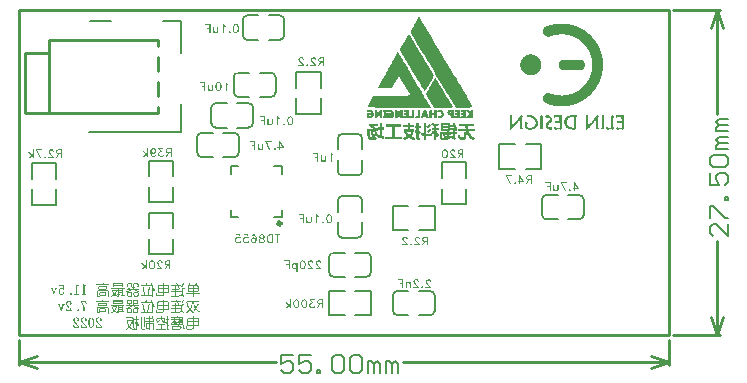
<source format=gbo>
G04*
G04 #@! TF.GenerationSoftware,Altium Limited,Altium Designer,20.0.2 (26)*
G04*
G04 Layer_Color=32896*
%FSLAX25Y25*%
%MOIN*%
G70*
G01*
G75*
%ADD11C,0.00787*%
%ADD13C,0.01000*%
%ADD14C,0.00600*%
%ADD63C,0.01181*%
G36*
X290685Y198120D02*
X291230Y198120D01*
X291593Y198119D01*
X291920Y198118D01*
X292166Y198117D01*
X292389Y198115D01*
X292591Y198112D01*
X292774Y198108D01*
X292907Y198104D01*
X293028Y198100D01*
X293139Y198094D01*
X293241Y198089D01*
X293333Y198082D01*
X293417Y198074D01*
X293494Y198065D01*
X293563Y198056D01*
X293626Y198045D01*
X293697Y198030D01*
X293761Y198013D01*
X293818Y197994D01*
X293871Y197973D01*
X293921Y197950D01*
X293978Y197919D01*
X294043Y197879D01*
X294143Y197812D01*
X294188Y197781D01*
X294231Y197748D01*
X294273Y197714D01*
X294313Y197678D01*
X294352Y197642D01*
X294390Y197604D01*
X294426Y197566D01*
X294460Y197526D01*
X294494Y197485D01*
X294526Y197443D01*
X294556Y197400D01*
X294585Y197357D01*
X294613Y197312D01*
X294639Y197267D01*
X294664Y197221D01*
X294687Y197174D01*
X294709Y197126D01*
X294730Y197078D01*
X294749Y197029D01*
X294767Y196980D01*
X294783Y196930D01*
X294798Y196879D01*
X294812Y196828D01*
X294824Y196777D01*
X294835Y196726D01*
X294844Y196674D01*
X294852Y196622D01*
X294858Y196569D01*
X294863Y196517D01*
X294867Y196464D01*
X294869Y196411D01*
X294870Y196358D01*
X294869Y196305D01*
X294867Y196252D01*
X294864Y196199D01*
X294859Y196146D01*
X294853Y196094D01*
X294845Y196041D01*
X294836Y195989D01*
X294826Y195937D01*
X294814Y195886D01*
X294801Y195834D01*
X294786Y195783D01*
X294770Y195733D01*
X294752Y195683D01*
X294733Y195634D01*
X294713Y195585D01*
X294691Y195537D01*
X294668Y195489D01*
X294643Y195442D01*
X294617Y195396D01*
X294590Y195351D01*
X294561Y195306D01*
X294531Y195262D01*
X294499Y195220D01*
X294466Y195178D01*
X294431Y195137D01*
X294395Y195097D01*
X294358Y195058D01*
X294319Y195021D01*
X294279Y194984D01*
X294237Y194949D01*
X294194Y194915D01*
X294150Y194882D01*
X294084Y194836D01*
X294018Y194796D01*
X293948Y194761D01*
X293869Y194731D01*
X293776Y194705D01*
X293665Y194683D01*
X293530Y194665D01*
X293368Y194650D01*
X293173Y194639D01*
X292940Y194630D01*
X292666Y194623D01*
X292344Y194618D01*
X291971Y194615D01*
X291542Y194614D01*
X291051Y194613D01*
X290414Y194613D01*
X289955Y194613D01*
X289604Y194614D01*
X289344Y194615D01*
X289100Y194616D01*
X288872Y194618D01*
X288660Y194621D01*
X288510Y194624D01*
X288369Y194627D01*
X288235Y194631D01*
X288109Y194635D01*
X287990Y194640D01*
X287878Y194646D01*
X287773Y194652D01*
X287674Y194659D01*
X287581Y194667D01*
X287493Y194676D01*
X287411Y194686D01*
X287335Y194696D01*
X287263Y194708D01*
X287196Y194720D01*
X287133Y194734D01*
X287073Y194749D01*
X287018Y194765D01*
X286966Y194782D01*
X286917Y194801D01*
X286872Y194820D01*
X286828Y194842D01*
X286787Y194864D01*
X286748Y194888D01*
X286710Y194913D01*
X286662Y194949D01*
X286616Y194988D01*
X286571Y195030D01*
X286527Y195074D01*
X286471Y195135D01*
X286389Y195228D01*
X286348Y195276D01*
X286311Y195325D01*
X286278Y195373D01*
X286248Y195423D01*
X286222Y195474D01*
X286199Y195528D01*
X286179Y195584D01*
X286162Y195645D01*
X286148Y195710D01*
X286136Y195780D01*
X286126Y195856D01*
X286119Y195939D01*
X286113Y196029D01*
X286109Y196127D01*
X286107Y196233D01*
X286107Y196350D01*
X286107Y196484D01*
X286108Y196546D01*
X286109Y196604D01*
X286110Y196659D01*
X286112Y196711D01*
X286114Y196760D01*
X286118Y196806D01*
X286121Y196850D01*
X286126Y196891D01*
X286132Y196930D01*
X286138Y196968D01*
X286146Y197004D01*
X286155Y197038D01*
X286165Y197071D01*
X286176Y197103D01*
X286189Y197134D01*
X286203Y197165D01*
X286218Y197195D01*
X286235Y197224D01*
X286254Y197254D01*
X286275Y197284D01*
X286297Y197314D01*
X286322Y197345D01*
X286348Y197376D01*
X286376Y197408D01*
X286406Y197442D01*
X286439Y197477D01*
X286474Y197513D01*
X286551Y197592D01*
X286593Y197634D01*
X287079Y198120D01*
X290685Y198120D01*
D02*
G37*
G36*
X276823Y199854D02*
X276881Y199853D01*
X276939Y199850D01*
X276997Y199847D01*
X277055Y199843D01*
X277113Y199838D01*
X277171Y199831D01*
X277229Y199824D01*
X277287Y199816D01*
X277346Y199806D01*
X277404Y199796D01*
X277462Y199785D01*
X277520Y199772D01*
X277578Y199759D01*
X277637Y199744D01*
X277695Y199729D01*
X277753Y199712D01*
X277811Y199695D01*
X277869Y199676D01*
X277927Y199656D01*
X277985Y199636D01*
X278043Y199614D01*
X278122Y199581D01*
X278202Y199545D01*
X278283Y199505D01*
X278364Y199461D01*
X278446Y199413D01*
X278527Y199362D01*
X278609Y199308D01*
X278690Y199251D01*
X278771Y199192D01*
X278851Y199130D01*
X278930Y199065D01*
X279009Y198998D01*
X279086Y198929D01*
X279162Y198859D01*
X279236Y198786D01*
X279309Y198712D01*
X279379Y198637D01*
X279448Y198561D01*
X279515Y198484D01*
X279579Y198406D01*
X279640Y198328D01*
X279699Y198249D01*
X279755Y198170D01*
X279808Y198091D01*
X279858Y198012D01*
X279904Y197933D01*
X279946Y197855D01*
X279985Y197778D01*
X280020Y197702D01*
X280050Y197627D01*
X280076Y197553D01*
X280098Y197480D01*
X280119Y197397D01*
X280138Y197312D01*
X280154Y197224D01*
X280169Y197134D01*
X280181Y197041D01*
X280192Y196947D01*
X280200Y196852D01*
X280206Y196754D01*
X280210Y196656D01*
X280213Y196557D01*
X280213Y196457D01*
X280211Y196357D01*
X280208Y196256D01*
X280202Y196155D01*
X280195Y196055D01*
X280186Y195954D01*
X280175Y195855D01*
X280162Y195756D01*
X280148Y195658D01*
X280131Y195562D01*
X280113Y195467D01*
X280093Y195373D01*
X280072Y195282D01*
X280049Y195193D01*
X280024Y195106D01*
X279997Y195021D01*
X279969Y194940D01*
X279940Y194861D01*
X279908Y194786D01*
X279876Y194714D01*
X279841Y194646D01*
X279806Y194581D01*
X279774Y194528D01*
X279741Y194475D01*
X279708Y194423D01*
X279673Y194372D01*
X279638Y194322D01*
X279603Y194272D01*
X279566Y194223D01*
X279529Y194176D01*
X279491Y194128D01*
X279452Y194082D01*
X279413Y194036D01*
X279373Y193991D01*
X279332Y193947D01*
X279291Y193904D01*
X279249Y193861D01*
X279207Y193820D01*
X279163Y193779D01*
X279119Y193739D01*
X279075Y193700D01*
X279030Y193662D01*
X278984Y193624D01*
X278938Y193588D01*
X278891Y193552D01*
X278844Y193517D01*
X278796Y193484D01*
X278747Y193450D01*
X278698Y193418D01*
X278648Y193387D01*
X278598Y193357D01*
X278548Y193327D01*
X278496Y193298D01*
X278445Y193271D01*
X278393Y193244D01*
X278340Y193218D01*
X278287Y193193D01*
X278233Y193169D01*
X278179Y193146D01*
X278125Y193124D01*
X278070Y193102D01*
X278015Y193082D01*
X277959Y193063D01*
X277903Y193044D01*
X277846Y193027D01*
X277789Y193010D01*
X277732Y192995D01*
X277675Y192980D01*
X277617Y192967D01*
X277558Y192954D01*
X277500Y192943D01*
X277441Y192932D01*
X277381Y192922D01*
X277322Y192914D01*
X277262Y192906D01*
X277202Y192899D01*
X277141Y192894D01*
X277080Y192889D01*
X277020Y192886D01*
X276958Y192883D01*
X276897Y192882D01*
X276835Y192881D01*
X276773Y192882D01*
X276711Y192884D01*
X276649Y192886D01*
X276586Y192890D01*
X276494Y192897D01*
X276403Y192906D01*
X276314Y192917D01*
X276227Y192928D01*
X276142Y192942D01*
X276058Y192957D01*
X275976Y192973D01*
X275895Y192992D01*
X275816Y193012D01*
X275738Y193034D01*
X275662Y193058D01*
X275587Y193083D01*
X275513Y193111D01*
X275440Y193140D01*
X275368Y193171D01*
X275297Y193204D01*
X275227Y193239D01*
X275157Y193277D01*
X275089Y193316D01*
X275021Y193357D01*
X274954Y193401D01*
X274888Y193447D01*
X274821Y193494D01*
X274756Y193545D01*
X274691Y193597D01*
X274625Y193652D01*
X274561Y193709D01*
X274496Y193768D01*
X274431Y193830D01*
X274367Y193894D01*
X274302Y193961D01*
X274237Y194030D01*
X274174Y194099D01*
X274113Y194168D01*
X274056Y194236D01*
X274001Y194302D01*
X273948Y194369D01*
X273898Y194435D01*
X273850Y194500D01*
X273805Y194565D01*
X273762Y194630D01*
X273722Y194695D01*
X273683Y194760D01*
X273647Y194826D01*
X273614Y194891D01*
X273582Y194957D01*
X273553Y195024D01*
X273525Y195091D01*
X273500Y195159D01*
X273476Y195228D01*
X273455Y195298D01*
X273435Y195369D01*
X273417Y195441D01*
X273401Y195515D01*
X273387Y195590D01*
X273375Y195666D01*
X273364Y195745D01*
X273355Y195825D01*
X273347Y195907D01*
X273341Y195991D01*
X273336Y196078D01*
X273333Y196166D01*
X273331Y196257D01*
X273330Y196351D01*
X273331Y196401D01*
X273332Y196451D01*
X273333Y196500D01*
X273335Y196549D01*
X273338Y196598D01*
X273341Y196647D01*
X273345Y196695D01*
X273349Y196743D01*
X273354Y196790D01*
X273359Y196837D01*
X273365Y196884D01*
X273371Y196931D01*
X273378Y196977D01*
X273386Y197023D01*
X273394Y197068D01*
X273403Y197114D01*
X273412Y197158D01*
X273422Y197203D01*
X273433Y197247D01*
X273444Y197291D01*
X273456Y197335D01*
X273468Y197378D01*
X273481Y197422D01*
X273494Y197464D01*
X273508Y197507D01*
X273522Y197549D01*
X273537Y197591D01*
X273553Y197633D01*
X273569Y197674D01*
X273586Y197715D01*
X273604Y197756D01*
X273622Y197797D01*
X273640Y197837D01*
X273660Y197877D01*
X273680Y197917D01*
X273700Y197957D01*
X273721Y197996D01*
X273743Y198035D01*
X273765Y198074D01*
X273788Y198112D01*
X273811Y198151D01*
X273835Y198189D01*
X273860Y198226D01*
X273885Y198264D01*
X273911Y198301D01*
X273938Y198339D01*
X273965Y198375D01*
X273992Y198412D01*
X274021Y198449D01*
X274049Y198485D01*
X274079Y198521D01*
X274109Y198557D01*
X274140Y198592D01*
X274171Y198628D01*
X274203Y198663D01*
X274236Y198698D01*
X274269Y198733D01*
X274303Y198767D01*
X274338Y198802D01*
X274373Y198836D01*
X274409Y198870D01*
X274445Y198904D01*
X274482Y198938D01*
X274520Y198971D01*
X274567Y199012D01*
X274614Y199052D01*
X274662Y199091D01*
X274711Y199129D01*
X274760Y199166D01*
X274809Y199202D01*
X274858Y199237D01*
X274908Y199272D01*
X274958Y199305D01*
X275009Y199337D01*
X275060Y199368D01*
X275111Y199399D01*
X275163Y199428D01*
X275215Y199457D01*
X275267Y199484D01*
X275319Y199511D01*
X275372Y199536D01*
X275425Y199561D01*
X275479Y199584D01*
X275532Y199607D01*
X275586Y199628D01*
X275641Y199649D01*
X275695Y199669D01*
X275749Y199687D01*
X275804Y199705D01*
X275859Y199722D01*
X275915Y199737D01*
X275970Y199752D01*
X276026Y199766D01*
X276082Y199779D01*
X276138Y199791D01*
X276195Y199801D01*
X276251Y199811D01*
X276308Y199820D01*
X276364Y199828D01*
X276421Y199834D01*
X276478Y199840D01*
X276536Y199845D01*
X276593Y199849D01*
X276650Y199852D01*
X276708Y199853D01*
X276765Y199854D01*
X276823Y199854D01*
D02*
G37*
G36*
X236227Y206599D02*
X236350Y206428D01*
X236522Y206176D01*
X236722Y205868D01*
X236775Y205784D01*
X236841Y205678D01*
X236919Y205552D01*
X237008Y205408D01*
X237107Y205246D01*
X237216Y205068D01*
X237333Y204875D01*
X237459Y204669D01*
X237591Y204451D01*
X237729Y204223D01*
X237873Y203986D01*
X238021Y203741D01*
X238173Y203490D01*
X238327Y203234D01*
X238483Y202974D01*
X238641Y202713D01*
X238798Y202451D01*
X238955Y202189D01*
X239111Y201930D01*
X239264Y201674D01*
X239414Y201424D01*
X239561Y201179D01*
X239702Y200942D01*
X239838Y200715D01*
X239967Y200498D01*
X240089Y200293D01*
X240202Y200101D01*
X240307Y199924D01*
X240402Y199763D01*
X240486Y199620D01*
X240558Y199495D01*
X240657Y199325D01*
X240712Y199230D01*
X240784Y199109D01*
X240870Y198962D01*
X240970Y198793D01*
X241084Y198603D01*
X241208Y198394D01*
X241344Y198166D01*
X241489Y197923D01*
X241642Y197666D01*
X241803Y197396D01*
X241971Y197116D01*
X242144Y196827D01*
X242321Y196531D01*
X242501Y196230D01*
X242730Y195850D01*
X242865Y195623D01*
X242998Y195400D01*
X243127Y195182D01*
X243252Y194969D01*
X243374Y194762D01*
X243492Y194561D01*
X243604Y194368D01*
X243711Y194182D01*
X243813Y194005D01*
X243909Y193838D01*
X243999Y193680D01*
X244081Y193533D01*
X244157Y193397D01*
X244225Y193273D01*
X244286Y193162D01*
X244338Y193064D01*
X244382Y192980D01*
X244416Y192910D01*
X244441Y192856D01*
X244457Y192818D01*
X244462Y192797D01*
X244452Y192727D01*
X244418Y192626D01*
X244356Y192487D01*
X244263Y192300D01*
X244133Y192057D01*
X243961Y191750D01*
X243744Y191370D01*
X243478Y190909D01*
X243349Y190685D01*
X243166Y190368D01*
X242946Y189985D01*
X242703Y189561D01*
X242452Y189124D01*
X242370Y188980D01*
X242329Y188909D01*
X242288Y188839D01*
X242248Y188770D01*
X242208Y188703D01*
X242168Y188636D01*
X242129Y188571D01*
X242090Y188508D01*
X242051Y188446D01*
X242014Y188385D01*
X241976Y188327D01*
X241940Y188270D01*
X241904Y188215D01*
X241869Y188162D01*
X241835Y188111D01*
X241802Y188062D01*
X241770Y188016D01*
X241739Y187971D01*
X241709Y187930D01*
X241680Y187890D01*
X241653Y187853D01*
X241627Y187819D01*
X241602Y187788D01*
X241578Y187759D01*
X241556Y187733D01*
X241536Y187711D01*
X241517Y187691D01*
X241500Y187675D01*
X241484Y187662D01*
X241471Y187652D01*
X241459Y187645D01*
X241449Y187642D01*
X241441Y187643D01*
X241385Y187709D01*
X241265Y187881D01*
X241092Y188145D01*
X240873Y188486D01*
X240618Y188888D01*
X240338Y189337D01*
X240040Y189816D01*
X239734Y190313D01*
X239429Y190810D01*
X239135Y191293D01*
X238860Y191748D01*
X238615Y192158D01*
X238408Y192510D01*
X238249Y192787D01*
X238147Y192975D01*
X238111Y193059D01*
X238090Y193101D01*
X238032Y193203D01*
X237939Y193359D01*
X237816Y193563D01*
X237667Y193806D01*
X237497Y194083D01*
X237309Y194387D01*
X237108Y194711D01*
X236956Y194956D01*
X236810Y195190D01*
X236674Y195412D01*
X236548Y195617D01*
X236435Y195804D01*
X236335Y195969D01*
X236251Y196109D01*
X236184Y196223D01*
X236137Y196306D01*
X236110Y196355D01*
X236105Y196369D01*
X236075Y196429D01*
X235987Y196583D01*
X235849Y196819D01*
X235667Y197129D01*
X235446Y197500D01*
X235193Y197924D01*
X234913Y198390D01*
X234568Y198962D01*
X234479Y199111D01*
X234393Y199256D01*
X234309Y199396D01*
X234229Y199533D01*
X234152Y199665D01*
X234078Y199793D01*
X234007Y199917D01*
X233939Y200037D01*
X233874Y200152D01*
X233812Y200263D01*
X233753Y200371D01*
X233698Y200474D01*
X233645Y200572D01*
X233596Y200667D01*
X233549Y200757D01*
X233506Y200843D01*
X233466Y200925D01*
X233429Y201002D01*
X233395Y201076D01*
X233364Y201145D01*
X233336Y201209D01*
X233312Y201270D01*
X233290Y201326D01*
X233272Y201377D01*
X233257Y201425D01*
X233245Y201468D01*
X233236Y201506D01*
X233230Y201541D01*
X233228Y201571D01*
X233228Y201596D01*
X233232Y201618D01*
X233235Y201626D01*
X233257Y201677D01*
X233284Y201735D01*
X233319Y201806D01*
X233365Y201893D01*
X233422Y201999D01*
X233494Y202130D01*
X233582Y202287D01*
X233689Y202474D01*
X233816Y202697D01*
X233966Y202958D01*
X234141Y203260D01*
X234343Y203609D01*
X234574Y204007D01*
X234836Y204457D01*
X235132Y204965D01*
X235463Y205533D01*
X235530Y205648D01*
X235596Y205760D01*
X235691Y205920D01*
X235781Y206070D01*
X235865Y206207D01*
X235941Y206330D01*
X236008Y206437D01*
X236066Y206525D01*
X236111Y206593D01*
X236145Y206639D01*
X236160Y206656D01*
X236168Y206662D01*
X236227Y206599D01*
D02*
G37*
G36*
X287459Y210130D02*
X287539Y210129D01*
X287617Y210129D01*
X287695Y210127D01*
X287772Y210126D01*
X287848Y210124D01*
X287924Y210122D01*
X287998Y210120D01*
X288071Y210118D01*
X288144Y210115D01*
X288215Y210112D01*
X288285Y210108D01*
X288354Y210105D01*
X288421Y210101D01*
X288487Y210097D01*
X288551Y210092D01*
X288613Y210087D01*
X288674Y210082D01*
X288734Y210076D01*
X288791Y210071D01*
X288846Y210065D01*
X288900Y210058D01*
X288951Y210051D01*
X289001Y210045D01*
X289048Y210037D01*
X289093Y210030D01*
X289135Y210022D01*
X289176Y210014D01*
X289422Y209961D01*
X289649Y209911D01*
X289858Y209864D01*
X290005Y209831D01*
X290143Y209799D01*
X290273Y209768D01*
X290398Y209738D01*
X290516Y209708D01*
X290629Y209679D01*
X290738Y209650D01*
X290844Y209620D01*
X290947Y209591D01*
X291048Y209561D01*
X291148Y209530D01*
X291247Y209499D01*
X291347Y209466D01*
X291483Y209420D01*
X291623Y209371D01*
X291769Y209319D01*
X291896Y209273D01*
X291985Y209240D01*
X292073Y209206D01*
X292162Y209171D01*
X292250Y209136D01*
X292338Y209100D01*
X292425Y209064D01*
X292513Y209027D01*
X292600Y208989D01*
X292686Y208951D01*
X292773Y208912D01*
X292859Y208873D01*
X292945Y208833D01*
X293030Y208792D01*
X293115Y208751D01*
X293200Y208710D01*
X293285Y208667D01*
X293369Y208624D01*
X293453Y208581D01*
X293536Y208537D01*
X293619Y208492D01*
X293702Y208447D01*
X293785Y208402D01*
X293867Y208355D01*
X293949Y208309D01*
X294030Y208261D01*
X294112Y208213D01*
X294193Y208165D01*
X294273Y208116D01*
X294353Y208066D01*
X294433Y208016D01*
X294512Y207966D01*
X294591Y207915D01*
X294670Y207863D01*
X294748Y207811D01*
X294826Y207758D01*
X294904Y207705D01*
X294981Y207651D01*
X295058Y207597D01*
X295134Y207542D01*
X295211Y207487D01*
X295286Y207431D01*
X295361Y207375D01*
X295436Y207318D01*
X295511Y207260D01*
X295585Y207203D01*
X295659Y207144D01*
X295732Y207085D01*
X295805Y207026D01*
X295878Y206966D01*
X295950Y206906D01*
X296021Y206845D01*
X296093Y206784D01*
X296164Y206722D01*
X296234Y206660D01*
X296304Y206598D01*
X296374Y206535D01*
X296443Y206471D01*
X296511Y206407D01*
X296580Y206342D01*
X296648Y206277D01*
X296715Y206212D01*
X296782Y206146D01*
X296849Y206080D01*
X296915Y206013D01*
X296980Y205946D01*
X297045Y205878D01*
X297110Y205810D01*
X297174Y205742D01*
X297238Y205673D01*
X297302Y205603D01*
X297364Y205533D01*
X297427Y205463D01*
X297489Y205392D01*
X297550Y205321D01*
X297611Y205250D01*
X297672Y205178D01*
X297732Y205106D01*
X297791Y205033D01*
X297850Y204960D01*
X297909Y204886D01*
X297967Y204812D01*
X298025Y204738D01*
X298082Y204663D01*
X298138Y204588D01*
X298194Y204512D01*
X298250Y204436D01*
X298305Y204360D01*
X298359Y204283D01*
X298413Y204206D01*
X298467Y204129D01*
X298520Y204051D01*
X298572Y203973D01*
X298624Y203894D01*
X298676Y203816D01*
X298727Y203736D01*
X298777Y203657D01*
X298827Y203577D01*
X298876Y203496D01*
X298925Y203416D01*
X298973Y203334D01*
X299021Y203253D01*
X299068Y203171D01*
X299114Y203089D01*
X299160Y203007D01*
X299206Y202924D01*
X299251Y202841D01*
X299295Y202758D01*
X299339Y202674D01*
X299382Y202590D01*
X299425Y202505D01*
X299467Y202421D01*
X299508Y202336D01*
X299549Y202250D01*
X299589Y202165D01*
X299629Y202079D01*
X299668Y201992D01*
X299707Y201906D01*
X299745Y201819D01*
X299782Y201732D01*
X299819Y201644D01*
X299855Y201556D01*
X299890Y201468D01*
X299925Y201380D01*
X299960Y201291D01*
X299993Y201203D01*
X300026Y201113D01*
X300059Y201024D01*
X300088Y200942D01*
X300117Y200861D01*
X300145Y200782D01*
X300172Y200704D01*
X300198Y200627D01*
X300224Y200551D01*
X300249Y200477D01*
X300273Y200403D01*
X300297Y200331D01*
X300320Y200259D01*
X300342Y200188D01*
X300364Y200118D01*
X300385Y200049D01*
X300406Y199980D01*
X300426Y199913D01*
X300445Y199845D01*
X300463Y199779D01*
X300481Y199713D01*
X300499Y199647D01*
X300516Y199582D01*
X300532Y199517D01*
X300548Y199452D01*
X300563Y199388D01*
X300578Y199323D01*
X300592Y199259D01*
X300605Y199195D01*
X300618Y199131D01*
X300631Y199067D01*
X300643Y199003D01*
X300655Y198939D01*
X300666Y198875D01*
X300676Y198810D01*
X300686Y198745D01*
X300696Y198680D01*
X300705Y198614D01*
X300714Y198548D01*
X300722Y198482D01*
X300730Y198415D01*
X300738Y198347D01*
X300745Y198278D01*
X300751Y198209D01*
X300758Y198139D01*
X300764Y198069D01*
X300769Y197997D01*
X300774Y197925D01*
X300779Y197851D01*
X300783Y197777D01*
X300788Y197702D01*
X300791Y197625D01*
X300795Y197547D01*
X300798Y197468D01*
X300801Y197388D01*
X300803Y197306D01*
X300806Y197223D01*
X300807Y197138D01*
X300809Y197052D01*
X300811Y196965D01*
X300812Y196876D01*
X300813Y196785D01*
X300813Y196692D01*
X300814Y196598D01*
X300814Y196502D01*
X300814Y196404D01*
X300814Y196253D01*
X300812Y196102D01*
X300811Y195955D01*
X300808Y195810D01*
X300805Y195669D01*
X300801Y195530D01*
X300796Y195394D01*
X300790Y195260D01*
X300784Y195129D01*
X300777Y195000D01*
X300768Y194874D01*
X300759Y194749D01*
X300749Y194627D01*
X300738Y194506D01*
X300726Y194387D01*
X300713Y194270D01*
X300699Y194154D01*
X300684Y194039D01*
X300668Y193926D01*
X300651Y193814D01*
X300633Y193703D01*
X300613Y193593D01*
X300593Y193483D01*
X300571Y193374D01*
X300548Y193266D01*
X300524Y193158D01*
X300499Y193050D01*
X300472Y192943D01*
X300445Y192835D01*
X300415Y192727D01*
X300385Y192620D01*
X300353Y192511D01*
X300320Y192403D01*
X300285Y192293D01*
X300249Y192183D01*
X300212Y192073D01*
X300173Y191961D01*
X300133Y191848D01*
X300091Y191735D01*
X300048Y191619D01*
X300003Y191503D01*
X299956Y191384D01*
X299908Y191265D01*
X299856Y191138D01*
X299820Y191051D01*
X299784Y190965D01*
X299746Y190880D01*
X299709Y190795D01*
X299670Y190709D01*
X299631Y190625D01*
X299592Y190540D01*
X299552Y190456D01*
X299511Y190372D01*
X299470Y190289D01*
X299429Y190205D01*
X299387Y190123D01*
X299344Y190040D01*
X299301Y189958D01*
X299257Y189876D01*
X299213Y189794D01*
X299168Y189713D01*
X299123Y189632D01*
X299077Y189551D01*
X299031Y189471D01*
X298984Y189391D01*
X298937Y189312D01*
X298889Y189232D01*
X298840Y189154D01*
X298791Y189075D01*
X298742Y188997D01*
X298692Y188919D01*
X298642Y188841D01*
X298591Y188764D01*
X298540Y188688D01*
X298488Y188611D01*
X298436Y188535D01*
X298383Y188459D01*
X298330Y188384D01*
X298276Y188309D01*
X298222Y188235D01*
X298167Y188160D01*
X298112Y188087D01*
X298056Y188013D01*
X298000Y187940D01*
X297944Y187867D01*
X297887Y187795D01*
X297829Y187723D01*
X297771Y187652D01*
X297713Y187581D01*
X297654Y187510D01*
X297595Y187440D01*
X297535Y187370D01*
X297475Y187300D01*
X297414Y187231D01*
X297353Y187163D01*
X297292Y187094D01*
X297230Y187027D01*
X297167Y186959D01*
X297105Y186892D01*
X297042Y186826D01*
X296978Y186759D01*
X296914Y186694D01*
X296849Y186628D01*
X296785Y186563D01*
X296719Y186499D01*
X296654Y186435D01*
X296587Y186371D01*
X296521Y186308D01*
X296454Y186246D01*
X296387Y186183D01*
X296319Y186121D01*
X296251Y186060D01*
X296182Y185999D01*
X296113Y185939D01*
X296044Y185879D01*
X295975Y185819D01*
X295904Y185760D01*
X295834Y185701D01*
X295763Y185643D01*
X295692Y185586D01*
X295620Y185528D01*
X295549Y185472D01*
X295476Y185415D01*
X295404Y185360D01*
X295331Y185304D01*
X295257Y185249D01*
X295183Y185195D01*
X295109Y185141D01*
X295035Y185088D01*
X294960Y185035D01*
X294885Y184983D01*
X294809Y184931D01*
X294733Y184879D01*
X294657Y184828D01*
X294581Y184778D01*
X294504Y184728D01*
X294426Y184679D01*
X294349Y184630D01*
X294271Y184582D01*
X294193Y184534D01*
X294114Y184486D01*
X294035Y184440D01*
X293956Y184393D01*
X293877Y184348D01*
X293797Y184302D01*
X293717Y184258D01*
X293636Y184213D01*
X293555Y184170D01*
X293474Y184127D01*
X293393Y184084D01*
X293311Y184042D01*
X293229Y184001D01*
X293147Y183960D01*
X293064Y183919D01*
X292982Y183879D01*
X292899Y183840D01*
X292815Y183801D01*
X292731Y183763D01*
X292647Y183726D01*
X292563Y183688D01*
X292478Y183652D01*
X292394Y183616D01*
X292309Y183581D01*
X292223Y183546D01*
X292138Y183512D01*
X292052Y183478D01*
X291966Y183445D01*
X291879Y183413D01*
X291792Y183381D01*
X291705Y183349D01*
X291618Y183319D01*
X291471Y183267D01*
X291327Y183219D01*
X291257Y183196D01*
X291188Y183173D01*
X291120Y183151D01*
X291052Y183129D01*
X290985Y183108D01*
X290919Y183088D01*
X290854Y183069D01*
X290790Y183049D01*
X290726Y183031D01*
X290662Y183013D01*
X290599Y182995D01*
X290537Y182978D01*
X290475Y182962D01*
X290413Y182946D01*
X290351Y182931D01*
X290290Y182916D01*
X290228Y182902D01*
X290167Y182888D01*
X290106Y182874D01*
X290045Y182861D01*
X289984Y182849D01*
X289923Y182837D01*
X289861Y182826D01*
X289799Y182815D01*
X289738Y182804D01*
X289675Y182794D01*
X289613Y182784D01*
X289550Y182775D01*
X289486Y182766D01*
X289422Y182757D01*
X289357Y182749D01*
X289292Y182742D01*
X289226Y182734D01*
X289159Y182727D01*
X289092Y182721D01*
X289023Y182714D01*
X288954Y182709D01*
X288883Y182703D01*
X288812Y182698D01*
X288740Y182693D01*
X288666Y182688D01*
X288592Y182684D01*
X288515Y182680D01*
X288438Y182676D01*
X288360Y182673D01*
X288280Y182670D01*
X288198Y182667D01*
X288115Y182665D01*
X288031Y182662D01*
X287945Y182660D01*
X287857Y182659D01*
X287768Y182657D01*
X287676Y182656D01*
X287583Y182654D01*
X287488Y182653D01*
X287391Y182653D01*
X287192Y182652D01*
X286983Y182652D01*
X286713Y182652D01*
X286463Y182653D01*
X286307Y182654D01*
X286159Y182656D01*
X286020Y182657D01*
X285887Y182660D01*
X285762Y182662D01*
X285642Y182666D01*
X285529Y182669D01*
X285421Y182674D01*
X285318Y182679D01*
X285219Y182685D01*
X285125Y182692D01*
X285034Y182699D01*
X284946Y182707D01*
X284861Y182716D01*
X284778Y182727D01*
X284697Y182738D01*
X284617Y182750D01*
X284538Y182763D01*
X284459Y182778D01*
X284380Y182793D01*
X284300Y182810D01*
X284220Y182828D01*
X284138Y182848D01*
X284053Y182869D01*
X283967Y182891D01*
X283877Y182915D01*
X283737Y182954D01*
X283587Y182996D01*
X283434Y183039D01*
X283288Y183081D01*
X283150Y183122D01*
X283018Y183161D01*
X282893Y183198D01*
X282774Y183235D01*
X282662Y183271D01*
X282556Y183305D01*
X282455Y183339D01*
X282359Y183372D01*
X282269Y183404D01*
X282184Y183436D01*
X282103Y183467D01*
X282027Y183499D01*
X281956Y183529D01*
X281888Y183560D01*
X281824Y183591D01*
X281764Y183622D01*
X281707Y183653D01*
X281653Y183685D01*
X281603Y183717D01*
X281554Y183750D01*
X281508Y183783D01*
X281465Y183817D01*
X281423Y183852D01*
X281383Y183888D01*
X281345Y183925D01*
X281307Y183964D01*
X281271Y184003D01*
X281236Y184045D01*
X281201Y184087D01*
X281166Y184132D01*
X281131Y184179D01*
X281099Y184227D01*
X281068Y184276D01*
X281040Y184326D01*
X281013Y184377D01*
X280989Y184428D01*
X280966Y184479D01*
X280946Y184532D01*
X280927Y184585D01*
X280910Y184638D01*
X280896Y184692D01*
X280883Y184747D01*
X280872Y184801D01*
X280862Y184856D01*
X280855Y184912D01*
X280849Y184967D01*
X280846Y185023D01*
X280843Y185079D01*
X280843Y185134D01*
X280844Y185190D01*
X280848Y185246D01*
X280852Y185302D01*
X280859Y185357D01*
X280867Y185413D01*
X280876Y185468D01*
X280888Y185523D01*
X280901Y185577D01*
X280915Y185632D01*
X280931Y185685D01*
X280948Y185739D01*
X280967Y185792D01*
X280988Y185844D01*
X281010Y185896D01*
X281033Y185947D01*
X281058Y185997D01*
X281084Y186046D01*
X281112Y186095D01*
X281141Y186143D01*
X281171Y186190D01*
X281203Y186236D01*
X281236Y186281D01*
X281270Y186325D01*
X281305Y186368D01*
X281342Y186410D01*
X281380Y186451D01*
X281419Y186490D01*
X281459Y186528D01*
X281501Y186565D01*
X281544Y186600D01*
X281587Y186634D01*
X281632Y186666D01*
X281678Y186697D01*
X281725Y186727D01*
X281773Y186754D01*
X281823Y186780D01*
X281873Y186805D01*
X281924Y186827D01*
X281976Y186848D01*
X282029Y186867D01*
X282083Y186884D01*
X282138Y186899D01*
X282194Y186912D01*
X282250Y186923D01*
X282308Y186932D01*
X282370Y186938D01*
X282438Y186942D01*
X282510Y186942D01*
X282586Y186940D01*
X282667Y186934D01*
X282753Y186926D01*
X282843Y186914D01*
X282938Y186900D01*
X283037Y186882D01*
X283141Y186862D01*
X283249Y186838D01*
X283361Y186812D01*
X283478Y186782D01*
X283599Y186750D01*
X283725Y186714D01*
X283855Y186676D01*
X283935Y186652D01*
X284015Y186628D01*
X284095Y186605D01*
X284173Y186583D01*
X284251Y186561D01*
X284329Y186540D01*
X284406Y186519D01*
X284483Y186499D01*
X284559Y186479D01*
X284635Y186460D01*
X284710Y186441D01*
X284784Y186423D01*
X284858Y186406D01*
X284932Y186389D01*
X285005Y186372D01*
X285078Y186356D01*
X285151Y186341D01*
X285223Y186326D01*
X285294Y186312D01*
X285365Y186298D01*
X285436Y186285D01*
X285506Y186272D01*
X285576Y186260D01*
X285646Y186249D01*
X285715Y186238D01*
X285784Y186227D01*
X285853Y186217D01*
X285921Y186208D01*
X285989Y186199D01*
X286057Y186190D01*
X286124Y186182D01*
X286192Y186175D01*
X286259Y186168D01*
X286325Y186162D01*
X286392Y186156D01*
X286458Y186151D01*
X286524Y186146D01*
X286590Y186142D01*
X286655Y186138D01*
X286720Y186135D01*
X286786Y186132D01*
X286851Y186130D01*
X286916Y186128D01*
X286980Y186127D01*
X287045Y186127D01*
X287109Y186126D01*
X287174Y186127D01*
X287238Y186128D01*
X287302Y186129D01*
X287366Y186131D01*
X287430Y186133D01*
X287494Y186136D01*
X287558Y186140D01*
X287622Y186144D01*
X287686Y186148D01*
X287750Y186153D01*
X287813Y186158D01*
X287877Y186164D01*
X287941Y186170D01*
X288005Y186177D01*
X288069Y186185D01*
X288133Y186192D01*
X288197Y186201D01*
X288261Y186210D01*
X288357Y186224D01*
X288454Y186238D01*
X288550Y186254D01*
X288645Y186270D01*
X288740Y186287D01*
X288835Y186304D01*
X288929Y186323D01*
X289023Y186342D01*
X289117Y186361D01*
X289210Y186381D01*
X289302Y186402D01*
X289394Y186424D01*
X289486Y186446D01*
X289577Y186469D01*
X289668Y186493D01*
X289759Y186517D01*
X289849Y186542D01*
X289938Y186568D01*
X290028Y186595D01*
X290116Y186622D01*
X290205Y186649D01*
X290292Y186678D01*
X290380Y186707D01*
X290467Y186737D01*
X290553Y186767D01*
X290639Y186798D01*
X290725Y186830D01*
X290810Y186862D01*
X290895Y186895D01*
X290979Y186929D01*
X291063Y186963D01*
X291146Y186998D01*
X291229Y187034D01*
X291312Y187070D01*
X291394Y187107D01*
X291476Y187145D01*
X291557Y187183D01*
X291637Y187222D01*
X291717Y187262D01*
X291797Y187302D01*
X291876Y187343D01*
X291955Y187385D01*
X292033Y187427D01*
X292111Y187470D01*
X292189Y187513D01*
X292265Y187557D01*
X292342Y187602D01*
X292418Y187647D01*
X292493Y187693D01*
X292568Y187740D01*
X292642Y187787D01*
X292716Y187835D01*
X292790Y187884D01*
X292863Y187933D01*
X292935Y187983D01*
X293007Y188033D01*
X293079Y188084D01*
X293150Y188136D01*
X293220Y188188D01*
X293290Y188241D01*
X293360Y188294D01*
X293429Y188349D01*
X293498Y188403D01*
X293566Y188459D01*
X293633Y188515D01*
X293700Y188571D01*
X293767Y188629D01*
X293833Y188687D01*
X293898Y188745D01*
X293963Y188804D01*
X294028Y188864D01*
X294092Y188924D01*
X294155Y188985D01*
X294218Y189046D01*
X294280Y189108D01*
X294342Y189171D01*
X294404Y189234D01*
X294464Y189298D01*
X294525Y189363D01*
X294584Y189428D01*
X294644Y189493D01*
X294702Y189560D01*
X294760Y189627D01*
X294818Y189694D01*
X294875Y189762D01*
X294932Y189831D01*
X294988Y189900D01*
X295043Y189970D01*
X295098Y190040D01*
X295153Y190111D01*
X295206Y190182D01*
X295260Y190255D01*
X295312Y190327D01*
X295365Y190401D01*
X295416Y190474D01*
X295467Y190549D01*
X295518Y190624D01*
X295568Y190700D01*
X295617Y190776D01*
X295666Y190852D01*
X295714Y190930D01*
X295762Y191007D01*
X295809Y191086D01*
X295856Y191165D01*
X295902Y191244D01*
X295947Y191324D01*
X295992Y191405D01*
X296037Y191486D01*
X296080Y191568D01*
X296124Y191651D01*
X296166Y191734D01*
X296208Y191817D01*
X296250Y191901D01*
X296290Y191985D01*
X296331Y192071D01*
X296370Y192156D01*
X296410Y192243D01*
X296448Y192329D01*
X296486Y192417D01*
X296523Y192504D01*
X296560Y192593D01*
X296596Y192682D01*
X296632Y192771D01*
X296667Y192861D01*
X296701Y192952D01*
X296735Y193043D01*
X296768Y193134D01*
X296800Y193227D01*
X296832Y193319D01*
X296863Y193406D01*
X296891Y193490D01*
X296917Y193570D01*
X296942Y193648D01*
X296966Y193723D01*
X296987Y193795D01*
X297007Y193866D01*
X297026Y193936D01*
X297043Y194005D01*
X297059Y194074D01*
X297074Y194142D01*
X297087Y194212D01*
X297099Y194282D01*
X297110Y194354D01*
X297120Y194428D01*
X297130Y194504D01*
X297137Y194584D01*
X297145Y194666D01*
X297151Y194752D01*
X297157Y194843D01*
X297161Y194938D01*
X297166Y195037D01*
X297169Y195143D01*
X297172Y195255D01*
X297175Y195373D01*
X297177Y195498D01*
X297179Y195630D01*
X297180Y195770D01*
X297181Y195918D01*
X297182Y196075D01*
X297183Y196241D01*
X297183Y196341D01*
X297183Y196439D01*
X297183Y196534D01*
X297182Y196628D01*
X297182Y196720D01*
X297181Y196810D01*
X297180Y196899D01*
X297178Y196985D01*
X297176Y197070D01*
X297174Y197154D01*
X297172Y197236D01*
X297169Y197316D01*
X297166Y197395D01*
X297162Y197473D01*
X297159Y197549D01*
X297154Y197624D01*
X297150Y197697D01*
X297145Y197770D01*
X297140Y197841D01*
X297134Y197911D01*
X297128Y197980D01*
X297122Y198048D01*
X297115Y198115D01*
X297107Y198181D01*
X297100Y198246D01*
X297091Y198311D01*
X297083Y198374D01*
X297073Y198437D01*
X297064Y198499D01*
X297054Y198561D01*
X297043Y198622D01*
X297032Y198682D01*
X297020Y198742D01*
X297008Y198802D01*
X296995Y198861D01*
X296982Y198920D01*
X296968Y198978D01*
X296954Y199037D01*
X296939Y199095D01*
X296923Y199153D01*
X296907Y199210D01*
X296890Y199268D01*
X296873Y199326D01*
X296855Y199384D01*
X296836Y199442D01*
X296817Y199500D01*
X296797Y199558D01*
X296777Y199617D01*
X296756Y199675D01*
X296734Y199734D01*
X296711Y199794D01*
X296688Y199854D01*
X296664Y199914D01*
X296639Y199975D01*
X296614Y200037D01*
X296588Y200099D01*
X296561Y200162D01*
X296533Y200226D01*
X296505Y200290D01*
X296476Y200355D01*
X296446Y200422D01*
X296415Y200488D01*
X296384Y200557D01*
X296352Y200626D01*
X296326Y200679D01*
X296301Y200732D01*
X296275Y200785D01*
X296248Y200838D01*
X296221Y200891D01*
X296194Y200944D01*
X296167Y200997D01*
X296139Y201049D01*
X296111Y201102D01*
X296082Y201154D01*
X296054Y201206D01*
X296024Y201258D01*
X295995Y201310D01*
X295965Y201362D01*
X295935Y201413D01*
X295904Y201465D01*
X295873Y201516D01*
X295842Y201568D01*
X295810Y201619D01*
X295779Y201670D01*
X295746Y201720D01*
X295714Y201771D01*
X295681Y201821D01*
X295648Y201871D01*
X295614Y201922D01*
X295581Y201972D01*
X295546Y202021D01*
X295512Y202071D01*
X295477Y202120D01*
X295442Y202170D01*
X295407Y202219D01*
X295371Y202268D01*
X295335Y202316D01*
X295299Y202365D01*
X295263Y202413D01*
X295226Y202462D01*
X295188Y202510D01*
X295151Y202557D01*
X295113Y202605D01*
X295075Y202653D01*
X295037Y202700D01*
X294999Y202747D01*
X294960Y202794D01*
X294921Y202840D01*
X294882Y202887D01*
X294842Y202933D01*
X294802Y202979D01*
X294762Y203025D01*
X294721Y203071D01*
X294681Y203116D01*
X294640Y203161D01*
X294599Y203206D01*
X294557Y203251D01*
X294515Y203295D01*
X294474Y203340D01*
X294431Y203384D01*
X294389Y203428D01*
X294346Y203471D01*
X294303Y203515D01*
X294260Y203558D01*
X294217Y203601D01*
X294173Y203643D01*
X294129Y203686D01*
X294085Y203728D01*
X294041Y203770D01*
X293997Y203812D01*
X293952Y203853D01*
X293907Y203894D01*
X293862Y203935D01*
X293816Y203976D01*
X293771Y204016D01*
X293725Y204057D01*
X293679Y204096D01*
X293632Y204136D01*
X293586Y204175D01*
X293539Y204215D01*
X293492Y204253D01*
X293445Y204292D01*
X293398Y204330D01*
X293351Y204368D01*
X293303Y204406D01*
X293255Y204443D01*
X293207Y204481D01*
X293159Y204518D01*
X293111Y204554D01*
X293062Y204590D01*
X293013Y204626D01*
X292964Y204662D01*
X292915Y204697D01*
X292866Y204733D01*
X292817Y204767D01*
X292767Y204802D01*
X292717Y204836D01*
X292667Y204870D01*
X292617Y204904D01*
X292567Y204937D01*
X292517Y204970D01*
X292466Y205002D01*
X292415Y205035D01*
X292365Y205067D01*
X292314Y205099D01*
X292263Y205130D01*
X292211Y205161D01*
X292160Y205192D01*
X292108Y205222D01*
X292057Y205252D01*
X292005Y205282D01*
X291953Y205311D01*
X291901Y205340D01*
X291848Y205369D01*
X291796Y205397D01*
X291744Y205425D01*
X291691Y205453D01*
X291638Y205480D01*
X291586Y205507D01*
X291533Y205534D01*
X291480Y205560D01*
X291427Y205586D01*
X291373Y205611D01*
X291320Y205637D01*
X291267Y205662D01*
X291213Y205686D01*
X291159Y205710D01*
X291106Y205734D01*
X291052Y205757D01*
X290998Y205780D01*
X290944Y205802D01*
X290890Y205825D01*
X290839Y205845D01*
X290787Y205866D01*
X290736Y205886D01*
X290684Y205905D01*
X290632Y205925D01*
X290579Y205944D01*
X290527Y205962D01*
X290421Y205999D01*
X290315Y206034D01*
X290207Y206069D01*
X290099Y206102D01*
X289990Y206133D01*
X289881Y206164D01*
X289771Y206193D01*
X289660Y206221D01*
X289549Y206248D01*
X289437Y206273D01*
X289324Y206298D01*
X289211Y206321D01*
X289097Y206343D01*
X288983Y206363D01*
X288869Y206383D01*
X288754Y206401D01*
X288638Y206418D01*
X288523Y206433D01*
X288406Y206448D01*
X288290Y206461D01*
X288173Y206473D01*
X288056Y206484D01*
X287939Y206493D01*
X287821Y206502D01*
X287703Y206509D01*
X287585Y206514D01*
X287467Y206519D01*
X287349Y206522D01*
X287231Y206524D01*
X287113Y206525D01*
X286994Y206525D01*
X286876Y206523D01*
X286757Y206520D01*
X286639Y206516D01*
X286521Y206511D01*
X286403Y206504D01*
X286284Y206496D01*
X286167Y206487D01*
X286049Y206477D01*
X285931Y206465D01*
X285814Y206452D01*
X285697Y206438D01*
X285580Y206423D01*
X285464Y206406D01*
X285347Y206388D01*
X285232Y206369D01*
X285116Y206349D01*
X285001Y206327D01*
X284887Y206305D01*
X284772Y206280D01*
X284659Y206255D01*
X284546Y206229D01*
X284433Y206201D01*
X284321Y206172D01*
X284210Y206141D01*
X284099Y206110D01*
X283989Y206077D01*
X283934Y206060D01*
X283879Y206043D01*
X283825Y206025D01*
X283771Y206008D01*
X283716Y205989D01*
X283663Y205971D01*
X283555Y205934D01*
X283502Y205916D01*
X283449Y205900D01*
X283397Y205884D01*
X283345Y205869D01*
X283293Y205855D01*
X283242Y205842D01*
X283192Y205831D01*
X283141Y205820D01*
X283091Y205810D01*
X283042Y205801D01*
X282993Y205792D01*
X282944Y205785D01*
X282896Y205779D01*
X282849Y205774D01*
X282802Y205769D01*
X282755Y205766D01*
X282708Y205763D01*
X282663Y205762D01*
X282617Y205761D01*
X282572Y205761D01*
X282528Y205763D01*
X282484Y205765D01*
X282440Y205768D01*
X282397Y205772D01*
X282354Y205777D01*
X282312Y205783D01*
X282270Y205789D01*
X282229Y205797D01*
X282188Y205806D01*
X282148Y205815D01*
X282108Y205826D01*
X282069Y205837D01*
X282030Y205849D01*
X281992Y205863D01*
X281954Y205877D01*
X281917Y205892D01*
X281880Y205908D01*
X281844Y205925D01*
X281808Y205943D01*
X281772Y205961D01*
X281738Y205981D01*
X281703Y206002D01*
X281670Y206023D01*
X281637Y206046D01*
X281604Y206069D01*
X281572Y206093D01*
X281540Y206118D01*
X281509Y206144D01*
X281478Y206171D01*
X281448Y206199D01*
X281419Y206228D01*
X281390Y206258D01*
X281361Y206288D01*
X281333Y206320D01*
X281306Y206352D01*
X281279Y206386D01*
X281253Y206420D01*
X281227Y206455D01*
X281202Y206491D01*
X281178Y206528D01*
X281154Y206566D01*
X281131Y206605D01*
X281108Y206644D01*
X281064Y206727D01*
X281024Y206811D01*
X280989Y206896D01*
X280959Y206982D01*
X280932Y207069D01*
X280910Y207157D01*
X280892Y207245D01*
X280878Y207333D01*
X280869Y207422D01*
X280863Y207510D01*
X280862Y207598D01*
X280864Y207686D01*
X280871Y207773D01*
X280881Y207859D01*
X280895Y207944D01*
X280913Y208028D01*
X280935Y208110D01*
X280961Y208191D01*
X280990Y208270D01*
X281023Y208348D01*
X281059Y208423D01*
X281099Y208496D01*
X281143Y208566D01*
X281190Y208634D01*
X281240Y208699D01*
X281294Y208761D01*
X281351Y208819D01*
X281412Y208875D01*
X281475Y208926D01*
X281542Y208974D01*
X281612Y209018D01*
X281685Y209058D01*
X281737Y209084D01*
X281794Y209110D01*
X281856Y209137D01*
X281922Y209164D01*
X281993Y209192D01*
X282069Y209221D01*
X282148Y209251D01*
X282231Y209280D01*
X282318Y209311D01*
X282408Y209341D01*
X282502Y209372D01*
X282598Y209403D01*
X282697Y209434D01*
X282798Y209466D01*
X282902Y209497D01*
X283007Y209528D01*
X283115Y209559D01*
X283223Y209590D01*
X283333Y209620D01*
X283444Y209650D01*
X283556Y209680D01*
X283668Y209709D01*
X283781Y209737D01*
X283894Y209766D01*
X284006Y209793D01*
X284118Y209819D01*
X284230Y209845D01*
X284341Y209870D01*
X284451Y209893D01*
X284559Y209916D01*
X284666Y209938D01*
X284771Y209959D01*
X284822Y209968D01*
X284874Y209977D01*
X284929Y209986D01*
X284985Y209994D01*
X285044Y210003D01*
X285104Y210011D01*
X285166Y210018D01*
X285229Y210026D01*
X285294Y210033D01*
X285361Y210040D01*
X285429Y210047D01*
X285498Y210054D01*
X285569Y210060D01*
X285641Y210066D01*
X285714Y210072D01*
X285788Y210077D01*
X285863Y210082D01*
X285939Y210087D01*
X286015Y210092D01*
X286093Y210097D01*
X286171Y210101D01*
X286250Y210104D01*
X286329Y210108D01*
X286409Y210111D01*
X286490Y210115D01*
X286570Y210117D01*
X286651Y210120D01*
X286732Y210122D01*
X286814Y210124D01*
X286895Y210126D01*
X286976Y210127D01*
X287057Y210128D01*
X287138Y210129D01*
X287219Y210130D01*
X287300Y210130D01*
X287380Y210130D01*
X287459Y210130D01*
D02*
G37*
G36*
X239566Y212243D02*
X239591Y212237D01*
X239615Y212227D01*
X239640Y212212D01*
X239665Y212194D01*
X239689Y212172D01*
X239714Y212147D01*
X239739Y212118D01*
X239765Y212085D01*
X239791Y212048D01*
X239818Y212009D01*
X239858Y211944D01*
X239921Y211843D01*
X239999Y211716D01*
X240098Y211554D01*
X240223Y211345D01*
X240382Y211082D01*
X240579Y210754D01*
X240693Y210562D01*
X240819Y210351D01*
X240958Y210119D01*
X241110Y209864D01*
X241276Y209587D01*
X241456Y209284D01*
X241864Y208601D01*
X242338Y207804D01*
X242886Y206886D01*
X243512Y205835D01*
X244222Y204642D01*
X245023Y203298D01*
X245675Y202202D01*
X246146Y201413D01*
X246601Y200650D01*
X247075Y199857D01*
X247519Y199115D01*
X247927Y198435D01*
X248291Y197828D01*
X248606Y197305D01*
X248865Y196877D01*
X249048Y196577D01*
X249172Y196374D01*
X249268Y196222D01*
X249336Y196113D01*
X249421Y195975D01*
X249522Y195808D01*
X249639Y195616D01*
X249769Y195400D01*
X249912Y195162D01*
X250067Y194904D01*
X250232Y194629D01*
X250406Y194337D01*
X250588Y194032D01*
X250777Y193716D01*
X250971Y193389D01*
X251170Y193055D01*
X251371Y192715D01*
X252042Y191583D01*
X252690Y190490D01*
X253417Y189265D01*
X254152Y188029D01*
X254821Y186903D01*
X255396Y185939D01*
X255576Y185635D01*
X255727Y185382D01*
X255874Y185134D01*
X256017Y184891D01*
X256157Y184654D01*
X256292Y184423D01*
X256422Y184200D01*
X256547Y183985D01*
X256666Y183779D01*
X256779Y183582D01*
X256885Y183396D01*
X256984Y183222D01*
X257076Y183059D01*
X257160Y182908D01*
X257236Y182772D01*
X257303Y182649D01*
X257361Y182541D01*
X257410Y182449D01*
X257448Y182373D01*
X257476Y182315D01*
X257493Y182274D01*
X257499Y182252D01*
X257445Y182218D01*
X257290Y182187D01*
X257040Y182160D01*
X256702Y182136D01*
X256283Y182118D01*
X255790Y182104D01*
X255230Y182095D01*
X254611Y182092D01*
X251724D01*
X250043Y184892D01*
X249792Y185311D01*
X249475Y185841D01*
X249099Y186469D01*
X248671Y187185D01*
X248197Y187980D01*
X247682Y188841D01*
X247135Y189758D01*
X246561Y190720D01*
X245966Y191717D01*
X245357Y192737D01*
X244741Y193771D01*
X244124Y194807D01*
X243090Y196543D01*
X242243Y197963D01*
X241444Y199301D01*
X240686Y200570D01*
X240014Y201693D01*
X239444Y202642D01*
X238996Y203388D01*
X238693Y203888D01*
X238538Y204142D01*
X238487Y204222D01*
X238440Y204296D01*
X238391Y204375D01*
X238339Y204459D01*
X238285Y204547D01*
X238228Y204640D01*
X238170Y204736D01*
X238109Y204836D01*
X238048Y204938D01*
X237985Y205043D01*
X237921Y205149D01*
X237857Y205257D01*
X237792Y205367D01*
X237726Y205477D01*
X237661Y205587D01*
X237597Y205697D01*
X237532Y205807D01*
X237469Y205915D01*
X237406Y206023D01*
X237345Y206128D01*
X237286Y206231D01*
X237228Y206331D01*
X237172Y206429D01*
X237119Y206522D01*
X237068Y206612D01*
X237020Y206697D01*
X236975Y206778D01*
X236933Y206853D01*
X236895Y206922D01*
X236860Y206986D01*
X236830Y207043D01*
X236804Y207093D01*
X236771Y207158D01*
X236745Y207219D01*
X236724Y207277D01*
X236712Y207336D01*
X236707Y207397D01*
X236711Y207462D01*
X236725Y207535D01*
X236750Y207616D01*
X236785Y207710D01*
X236833Y207817D01*
X236893Y207940D01*
X236967Y208081D01*
X237056Y208243D01*
X237160Y208428D01*
X237280Y208638D01*
X237704Y209377D01*
X237955Y209816D01*
X238177Y210206D01*
X238376Y210555D01*
X238557Y210876D01*
X238744Y211210D01*
X238821Y211348D01*
X238873Y211439D01*
X238922Y211526D01*
X238969Y211607D01*
X239015Y211683D01*
X239058Y211754D01*
X239100Y211820D01*
X239139Y211880D01*
X239177Y211936D01*
X239214Y211987D01*
X239249Y212033D01*
X239283Y212075D01*
X239315Y212112D01*
X239346Y212144D01*
X239377Y212172D01*
X239406Y212195D01*
X239434Y212214D01*
X239461Y212228D01*
X239488Y212238D01*
X239515Y212244D01*
X239540Y212246D01*
X239566Y212243D01*
D02*
G37*
G36*
X232494Y200612D02*
X232516Y200607D01*
X232539Y200599D01*
X232561Y200587D01*
X232584Y200571D01*
X232608Y200552D01*
X232631Y200529D01*
X232656Y200502D01*
X232681Y200472D01*
X232706Y200438D01*
X232733Y200401D01*
X232760Y200360D01*
X232789Y200316D01*
X232818Y200269D01*
X232849Y200217D01*
X232895Y200142D01*
X232953Y200044D01*
X233024Y199925D01*
X233106Y199786D01*
X233199Y199629D01*
X233301Y199455D01*
X233413Y199267D01*
X233532Y199064D01*
X233658Y198849D01*
X233791Y198624D01*
X233929Y198389D01*
X234071Y198146D01*
X234218Y197897D01*
X234366Y197643D01*
X234746Y196995D01*
X235089Y196410D01*
X235423Y195843D01*
X235735Y195313D01*
X236015Y194840D01*
X236250Y194442D01*
X236429Y194141D01*
X236623Y193819D01*
X236790Y193537D01*
X236955Y193260D01*
X237106Y193005D01*
X237231Y192791D01*
X237345Y192595D01*
X237446Y192422D01*
X237657Y192062D01*
X237929Y191597D01*
X238250Y191050D01*
X238607Y190441D01*
X238989Y189792D01*
X239382Y189123D01*
X239774Y188456D01*
X240154Y187811D01*
X240394Y187404D01*
X240654Y186962D01*
X240821Y186677D01*
X241063Y186264D01*
X241358Y185758D01*
X241688Y185192D01*
X242063Y184550D01*
X242206Y184306D01*
X242346Y184069D01*
X242481Y183841D01*
X242611Y183624D01*
X242734Y183420D01*
X242848Y183231D01*
X242953Y183060D01*
X243048Y182908D01*
X243130Y182778D01*
X243199Y182671D01*
X243253Y182590D01*
X243292Y182536D01*
X243307Y182519D01*
X243366Y182439D01*
X243414Y182341D01*
X243447Y182236D01*
X243459Y182136D01*
X243437Y182103D01*
X243365Y182074D01*
X243237Y182049D01*
X243044Y182027D01*
X242780Y182009D01*
X242436Y181994D01*
X242005Y181983D01*
X241479Y181975D01*
X240852Y181970D01*
X240115Y181969D01*
X239261Y181970D01*
X238282Y181975D01*
X237172Y181982D01*
X235921Y181992D01*
X234524Y182006D01*
X232971Y182021D01*
X232034Y182031D01*
X231120Y182042D01*
X230168Y182053D01*
X229250Y182065D01*
X228369Y182077D01*
X227532Y182088D01*
X226741Y182100D01*
X226002Y182112D01*
X225319Y182124D01*
X224697Y182136D01*
X224139Y182147D01*
X223651Y182158D01*
X223236Y182168D01*
X222900Y182178D01*
X222647Y182188D01*
X222489Y182196D01*
X222411Y182203D01*
X222403Y182206D01*
X222394Y182274D01*
X222429Y182404D01*
X222502Y182576D01*
X222605Y182774D01*
X222638Y182831D01*
X222676Y182899D01*
X222721Y182979D01*
X222770Y183068D01*
X222825Y183167D01*
X222883Y183273D01*
X222945Y183387D01*
X223011Y183507D01*
X223079Y183632D01*
X223149Y183761D01*
X223221Y183894D01*
X223294Y184030D01*
X223368Y184167D01*
X223442Y184304D01*
X223516Y184442D01*
X223589Y184578D01*
X224290Y185890D01*
X225894Y185996D01*
X225982Y186001D01*
X226081Y186007D01*
X226191Y186012D01*
X226311Y186017D01*
X226441Y186022D01*
X226580Y186027D01*
X226728Y186032D01*
X226884Y186037D01*
X227048Y186042D01*
X227221Y186046D01*
X227400Y186051D01*
X227587Y186055D01*
X227780Y186059D01*
X227979Y186063D01*
X228184Y186067D01*
X228394Y186071D01*
X228609Y186075D01*
X228829Y186078D01*
X229053Y186081D01*
X229280Y186084D01*
X229511Y186087D01*
X229745Y186090D01*
X229981Y186092D01*
X230219Y186094D01*
X230459Y186096D01*
X230700Y186098D01*
X230943Y186099D01*
X231185Y186100D01*
X231428Y186101D01*
X231671Y186102D01*
X231913Y186103D01*
X232616Y186103D01*
X233048Y186104D01*
X233449Y186105D01*
X233821Y186106D01*
X234165Y186108D01*
X234420Y186110D01*
X234659Y186112D01*
X234882Y186115D01*
X235088Y186118D01*
X235280Y186122D01*
X235456Y186126D01*
X235619Y186131D01*
X235768Y186136D01*
X235903Y186142D01*
X236026Y186149D01*
X236137Y186156D01*
X236237Y186163D01*
X236325Y186172D01*
X236403Y186181D01*
X236471Y186191D01*
X236529Y186202D01*
X236579Y186214D01*
X236620Y186226D01*
X236653Y186240D01*
X236684Y186258D01*
X236705Y186278D01*
X236717Y186299D01*
X236720Y186322D01*
X236714Y186351D01*
X236712Y186356D01*
X236675Y186435D01*
X236604Y186563D01*
X236505Y186733D01*
X236382Y186939D01*
X236238Y187174D01*
X236077Y187431D01*
X235904Y187704D01*
X235723Y187986D01*
X235575Y188215D01*
X235434Y188435D01*
X235298Y188647D01*
X235198Y188804D01*
X235100Y188959D01*
X235003Y189114D01*
X234906Y189270D01*
X234808Y189428D01*
X234709Y189589D01*
X234608Y189754D01*
X234504Y189925D01*
X234397Y190103D01*
X234285Y190288D01*
X234169Y190483D01*
X234047Y190687D01*
X233875Y190978D01*
X233690Y191290D01*
X233491Y191628D01*
X233276Y191994D01*
X233247Y192043D01*
X233219Y192089D01*
X233192Y192133D01*
X233167Y192174D01*
X233142Y192213D01*
X233118Y192250D01*
X233095Y192284D01*
X233073Y192316D01*
X233052Y192345D01*
X233031Y192372D01*
X233012Y192397D01*
X232993Y192420D01*
X232975Y192440D01*
X232957Y192459D01*
X232941Y192475D01*
X232924Y192489D01*
X232909Y192501D01*
X232894Y192511D01*
X232879Y192518D01*
X232865Y192524D01*
X232851Y192528D01*
X232838Y192530D01*
X232825Y192530D01*
X232813Y192528D01*
X232801Y192524D01*
X232789Y192518D01*
X232778Y192510D01*
X232767Y192501D01*
X232755Y192489D01*
X232745Y192476D01*
X232734Y192461D01*
X232723Y192445D01*
X232674Y192361D01*
X232588Y192216D01*
X232471Y192017D01*
X232327Y191772D01*
X232161Y191488D01*
X231978Y191175D01*
X231783Y190840D01*
X231579Y190491D01*
X230582Y188778D01*
X225902D01*
X226910Y190649D01*
X227678Y192077D01*
X227819Y192337D01*
X227911Y192508D01*
X228061Y192783D01*
X228235Y193102D01*
X228427Y193453D01*
X228632Y193825D01*
X228843Y194208D01*
X229054Y194591D01*
X229210Y194871D01*
X229562Y195507D01*
X229876Y196074D01*
X230168Y196602D01*
X230437Y197091D01*
X230685Y197543D01*
X230912Y197958D01*
X231119Y198339D01*
X231307Y198686D01*
X231476Y199000D01*
X231627Y199283D01*
X231760Y199535D01*
X231876Y199758D01*
X232004Y200008D01*
X232041Y200078D01*
X232075Y200143D01*
X232108Y200203D01*
X232140Y200260D01*
X232171Y200312D01*
X232200Y200359D01*
X232228Y200403D01*
X232256Y200442D01*
X232282Y200477D01*
X232308Y200508D01*
X232333Y200535D01*
X232357Y200558D01*
X232381Y200577D01*
X232404Y200592D01*
X232427Y200602D01*
X232449Y200609D01*
X232472Y200612D01*
X232494Y200612D01*
D02*
G37*
G36*
X245009Y191917D02*
X245098Y191812D01*
X245221Y191646D01*
X245372Y191427D01*
X245547Y191162D01*
X245740Y190858D01*
X245947Y190522D01*
X246162Y190162D01*
X246344Y189854D01*
X246560Y189491D01*
X246847Y189008D01*
X247165Y188474D01*
X247506Y187903D01*
X247862Y187309D01*
X248224Y186704D01*
X248586Y186101D01*
X248888Y185598D01*
X249083Y185273D01*
X250947Y182176D01*
X250003Y182069D01*
X249951Y182063D01*
X249895Y182058D01*
X249834Y182052D01*
X249768Y182047D01*
X249698Y182042D01*
X249623Y182036D01*
X249545Y182031D01*
X249462Y182026D01*
X249376Y182021D01*
X249287Y182016D01*
X249194Y182011D01*
X249098Y182006D01*
X249000Y182001D01*
X248899Y181997D01*
X248795Y181992D01*
X248689Y181988D01*
X248581Y181983D01*
X248472Y181980D01*
X248360Y181976D01*
X248248Y181972D01*
X248134Y181968D01*
X248019Y181965D01*
X247903Y181962D01*
X247787Y181959D01*
X247670Y181956D01*
X247553Y181954D01*
X247436Y181951D01*
X247319Y181949D01*
X247203Y181947D01*
X247087Y181946D01*
X246972Y181945D01*
X246858Y181943D01*
X244657Y181925D01*
X243281Y184223D01*
X243176Y184400D01*
X243072Y184574D01*
X242971Y184745D01*
X242873Y184913D01*
X242778Y185076D01*
X242686Y185235D01*
X242597Y185389D01*
X242513Y185537D01*
X242406Y185724D01*
X242308Y185899D01*
X242219Y186061D01*
X242140Y186207D01*
X242086Y186306D01*
X242039Y186396D01*
X241999Y186475D01*
X241965Y186544D01*
X241938Y186602D01*
X241918Y186647D01*
X241906Y186681D01*
X241902Y186701D01*
X241913Y186749D01*
X241946Y186835D01*
X241999Y186953D01*
X242069Y187101D01*
X242155Y187273D01*
X242253Y187466D01*
X242362Y187675D01*
X242480Y187897D01*
X242604Y188126D01*
X242732Y188360D01*
X242862Y188594D01*
X242991Y188823D01*
X243119Y189043D01*
X243241Y189252D01*
X243356Y189443D01*
X243462Y189614D01*
X243506Y189685D01*
X243571Y189793D01*
X243653Y189933D01*
X243749Y190097D01*
X243857Y190283D01*
X243973Y190483D01*
X244094Y190694D01*
X244216Y190909D01*
X244247Y190962D01*
X244309Y191067D01*
X244370Y191169D01*
X244430Y191267D01*
X244489Y191361D01*
X244546Y191449D01*
X244601Y191533D01*
X244655Y191610D01*
X244705Y191681D01*
X244752Y191745D01*
X244796Y191802D01*
X244836Y191850D01*
X244872Y191890D01*
X244903Y191920D01*
X244929Y191941D01*
X244950Y191952D01*
X244958Y191954D01*
X245009Y191917D01*
D02*
G37*
G36*
X257153Y181256D02*
X257217Y181253D01*
X257272Y181246D01*
X257319Y181233D01*
X257360Y181211D01*
X257393Y181180D01*
X257421Y181138D01*
X257444Y181081D01*
X257461Y181010D01*
X257475Y180921D01*
X257484Y180812D01*
X257491Y180683D01*
X257495Y180531D01*
X257497Y180355D01*
X257498Y180151D01*
X257499Y179800D01*
X257498Y179583D01*
X257497Y179438D01*
X257495Y179308D01*
X257492Y179192D01*
X257490Y179122D01*
X257486Y179057D01*
X257482Y178998D01*
X257477Y178944D01*
X257472Y178895D01*
X257465Y178850D01*
X257457Y178810D01*
X257449Y178774D01*
X257438Y178743D01*
X257427Y178715D01*
X257415Y178690D01*
X257401Y178668D01*
X257386Y178650D01*
X257369Y178635D01*
X257350Y178622D01*
X257330Y178611D01*
X257308Y178603D01*
X257272Y178593D01*
X257231Y178587D01*
X257186Y178584D01*
X257118Y178583D01*
X257081Y178583D01*
X257023Y178584D01*
X256971Y178587D01*
X256923Y178593D01*
X256880Y178601D01*
X256842Y178611D01*
X256808Y178625D01*
X256778Y178642D01*
X256752Y178662D01*
X256729Y178685D01*
X256711Y178711D01*
X256695Y178742D01*
X256683Y178776D01*
X256674Y178814D01*
X256668Y178856D01*
X256664Y178903D01*
X256663Y178954D01*
Y179325D01*
X256403Y178954D01*
X256347Y178886D01*
X256280Y178823D01*
X256205Y178767D01*
X256123Y178718D01*
X256035Y178675D01*
X255945Y178639D01*
X255855Y178612D01*
X255765Y178592D01*
X255678Y178580D01*
X255597Y178577D01*
X255522Y178583D01*
X255457Y178598D01*
X255402Y178623D01*
X255361Y178659D01*
X255335Y178704D01*
X255326Y178761D01*
X255334Y178808D01*
X255359Y178874D01*
X255398Y178955D01*
X255450Y179050D01*
X255513Y179154D01*
X255585Y179264D01*
X255664Y179379D01*
X255749Y179494D01*
X256172Y180049D01*
X255749Y180552D01*
X255700Y180610D01*
X255655Y180664D01*
X255613Y180716D01*
X255574Y180764D01*
X255538Y180810D01*
X255505Y180853D01*
X255475Y180893D01*
X255449Y180930D01*
X255426Y180965D01*
X255406Y180997D01*
X255390Y181027D01*
X255377Y181054D01*
X255367Y181079D01*
X255360Y181103D01*
X255356Y181124D01*
X255356Y181143D01*
X255359Y181160D01*
X255365Y181175D01*
X255375Y181189D01*
X255388Y181201D01*
X255404Y181212D01*
X255423Y181221D01*
X255446Y181229D01*
X255472Y181236D01*
X255502Y181242D01*
X255534Y181246D01*
X255571Y181250D01*
X255610Y181253D01*
X255653Y181255D01*
X255699Y181256D01*
X255749Y181257D01*
X255802Y181257D01*
X255862Y181255D01*
X255919Y181251D01*
X255974Y181244D01*
X256025Y181235D01*
X256074Y181222D01*
X256121Y181206D01*
X256165Y181188D01*
X256206Y181166D01*
X256246Y181141D01*
X256282Y181114D01*
X256317Y181083D01*
X256349Y181049D01*
X256380Y181012D01*
X256408Y180971D01*
X256434Y180928D01*
X256459Y180881D01*
X256640Y180505D01*
X256651Y180881D01*
X256659Y180979D01*
X256677Y181060D01*
X256707Y181126D01*
X256750Y181176D01*
X256807Y181213D01*
X256880Y181238D01*
X256971Y181252D01*
X257081Y181257D01*
X257153Y181256D01*
D02*
G37*
G36*
X245119D02*
X245183Y181253D01*
X245238Y181246D01*
X245286Y181233D01*
X245326Y181211D01*
X245360Y181180D01*
X245387Y181138D01*
X245410Y181081D01*
X245427Y181010D01*
X245441Y180921D01*
X245450Y180812D01*
X245457Y180683D01*
X245461Y180531D01*
X245463Y180355D01*
X245464Y180151D01*
X245465Y179800D01*
X245464Y179583D01*
X245463Y179438D01*
X245461Y179308D01*
X245458Y179192D01*
X245456Y179122D01*
X245452Y179057D01*
X245448Y178998D01*
X245444Y178944D01*
X245438Y178895D01*
X245431Y178850D01*
X245423Y178810D01*
X245415Y178774D01*
X245405Y178743D01*
X245393Y178715D01*
X245381Y178690D01*
X245367Y178668D01*
X245352Y178650D01*
X245335Y178635D01*
X245316Y178622D01*
X245296Y178611D01*
X245274Y178603D01*
X245238Y178593D01*
X245197Y178587D01*
X245152Y178584D01*
X245084Y178583D01*
X245047Y178583D01*
X244984Y178584D01*
X244928Y178587D01*
X244877Y178593D01*
X244833Y178601D01*
X244794Y178614D01*
X244759Y178630D01*
X244730Y178650D01*
X244706Y178674D01*
X244685Y178704D01*
X244668Y178739D01*
X244655Y178780D01*
X244645Y178827D01*
X244637Y178881D01*
X244632Y178941D01*
X244630Y179009D01*
X244628Y179159D01*
X244625Y179227D01*
X244621Y179288D01*
X244613Y179341D01*
X244603Y179388D01*
X244590Y179429D01*
X244573Y179464D01*
X244552Y179493D01*
X244528Y179518D01*
X244498Y179538D01*
X244464Y179554D01*
X244425Y179567D01*
X244381Y179575D01*
X244330Y179581D01*
X244274Y179584D01*
X244211Y179585D01*
X244148Y179584D01*
X244092Y179581D01*
X244042Y179575D01*
X243997Y179567D01*
X243958Y179554D01*
X243924Y179538D01*
X243895Y179518D01*
X243870Y179493D01*
X243849Y179464D01*
X243832Y179429D01*
X243819Y179388D01*
X243809Y179341D01*
X243802Y179288D01*
X243797Y179227D01*
X243794Y179159D01*
X243793Y179009D01*
X243790Y178941D01*
X243785Y178881D01*
X243778Y178827D01*
X243767Y178780D01*
X243754Y178739D01*
X243737Y178704D01*
X243717Y178674D01*
X243692Y178650D01*
X243663Y178630D01*
X243629Y178614D01*
X243590Y178601D01*
X243545Y178593D01*
X243495Y178587D01*
X243438Y178584D01*
X243375Y178583D01*
X243303Y178583D01*
X243239Y178586D01*
X243184Y178593D01*
X243137Y178607D01*
X243096Y178628D01*
X243063Y178659D01*
X243035Y178702D01*
X243012Y178758D01*
X242995Y178830D01*
X242982Y178919D01*
X242972Y179027D01*
X242965Y179156D01*
X242961Y179308D01*
X242959Y179485D01*
X242958Y179688D01*
X242958Y180039D01*
X242958Y180256D01*
X242959Y180401D01*
X242961Y180531D01*
X242964Y180648D01*
X242967Y180718D01*
X242970Y180782D01*
X242974Y180841D01*
X242979Y180895D01*
X242985Y180945D01*
X242991Y180989D01*
X242999Y181029D01*
X243008Y181065D01*
X243018Y181097D01*
X243029Y181125D01*
X243041Y181149D01*
X243055Y181171D01*
X243071Y181189D01*
X243087Y181205D01*
X243106Y181218D01*
X243126Y181228D01*
X243148Y181237D01*
X243184Y181246D01*
X243225Y181252D01*
X243270Y181255D01*
X243338Y181257D01*
X243375Y181257D01*
X243435Y181256D01*
X243489Y181253D01*
X243538Y181247D01*
X243582Y181238D01*
X243620Y181227D01*
X243655Y181213D01*
X243684Y181195D01*
X243710Y181173D01*
X243731Y181148D01*
X243749Y181118D01*
X243764Y181084D01*
X243775Y181045D01*
X243783Y181002D01*
X243789Y180953D01*
X243792Y180899D01*
X243794Y180779D01*
X243798Y180725D01*
X243803Y180676D01*
X243812Y180633D01*
X243823Y180594D01*
X243837Y180560D01*
X243855Y180530D01*
X243877Y180505D01*
X243902Y180483D01*
X243932Y180465D01*
X243966Y180451D01*
X244005Y180439D01*
X244049Y180431D01*
X244097Y180425D01*
X244151Y180422D01*
X244211Y180421D01*
X244271Y180422D01*
X244325Y180425D01*
X244374Y180431D01*
X244418Y180439D01*
X244456Y180451D01*
X244490Y180465D01*
X244520Y180483D01*
X244545Y180505D01*
X244567Y180530D01*
X244585Y180560D01*
X244599Y180594D01*
X244611Y180633D01*
X244619Y180676D01*
X244625Y180725D01*
X244628Y180779D01*
X244630Y180899D01*
X244633Y180953D01*
X244639Y181002D01*
X244647Y181045D01*
X244658Y181084D01*
X244673Y181118D01*
X244691Y181148D01*
X244712Y181173D01*
X244738Y181195D01*
X244768Y181213D01*
X244802Y181227D01*
X244841Y181238D01*
X244884Y181247D01*
X244933Y181253D01*
X244987Y181256D01*
X245047Y181257D01*
X245119Y181256D01*
D02*
G37*
G36*
X226906Y181256D02*
X226968Y181253D01*
X227023Y181246D01*
X227069Y181232D01*
X227109Y181210D01*
X227143Y181179D01*
X227170Y181136D01*
X227192Y181079D01*
X227209Y181007D01*
X227223Y180918D01*
X227233Y180810D01*
X227239Y180681D01*
X227243Y180529D01*
X227246Y180353D01*
X227246Y180150D01*
X227247Y179800D01*
X227246Y179583D01*
X227245Y179438D01*
X227243Y179308D01*
X227240Y179192D01*
X227238Y179122D01*
X227235Y179057D01*
X227231Y178998D01*
X227226Y178944D01*
X227220Y178895D01*
X227213Y178850D01*
X227205Y178810D01*
X227197Y178774D01*
X227187Y178743D01*
X227176Y178715D01*
X227163Y178690D01*
X227149Y178668D01*
X227134Y178650D01*
X227117Y178635D01*
X227098Y178622D01*
X227078Y178611D01*
X227056Y178603D01*
X227020Y178593D01*
X226979Y178587D01*
X226934Y178584D01*
X226866Y178583D01*
X226829Y178583D01*
X226763Y178584D01*
X226704Y178587D01*
X226653Y178593D01*
X226607Y178602D01*
X226568Y178616D01*
X226534Y178634D01*
X226505Y178657D01*
X226481Y178687D01*
X226461Y178723D01*
X226445Y178765D01*
X226433Y178816D01*
X226424Y178875D01*
X226418Y178943D01*
X226414Y179021D01*
X226412Y179108D01*
X226411Y179206D01*
Y179830D01*
X225987Y179206D01*
X225932Y179127D01*
X225878Y179054D01*
X225825Y178987D01*
X225772Y178925D01*
X225720Y178868D01*
X225668Y178817D01*
X225617Y178771D01*
X225566Y178731D01*
X225515Y178695D01*
X225464Y178665D01*
X225413Y178639D01*
X225362Y178619D01*
X225310Y178603D01*
X225258Y178592D01*
X225205Y178585D01*
X225151Y178583D01*
X225080Y178583D01*
X225018Y178586D01*
X224964Y178594D01*
X224917Y178607D01*
X224877Y178629D01*
X224844Y178660D01*
X224816Y178703D01*
X224794Y178760D01*
X224777Y178832D01*
X224764Y178921D01*
X224754Y179029D01*
X224747Y179158D01*
X224743Y179310D01*
X224741Y179486D01*
X224740Y179689D01*
X224740Y180039D01*
X224740Y180256D01*
X224741Y180401D01*
X224743Y180531D01*
X224746Y180648D01*
X224749Y180718D01*
X224752Y180782D01*
X224756Y180841D01*
X224761Y180895D01*
X224767Y180945D01*
X224773Y180989D01*
X224781Y181029D01*
X224790Y181065D01*
X224800Y181097D01*
X224811Y181125D01*
X224823Y181149D01*
X224837Y181171D01*
X224853Y181189D01*
X224869Y181205D01*
X224888Y181218D01*
X224908Y181228D01*
X224930Y181237D01*
X224966Y181246D01*
X225007Y181252D01*
X225052Y181255D01*
X225120Y181257D01*
X225157Y181257D01*
X225223Y181256D01*
X225282Y181253D01*
X225334Y181247D01*
X225379Y181237D01*
X225419Y181224D01*
X225453Y181205D01*
X225482Y181182D01*
X225506Y181153D01*
X225525Y181117D01*
X225541Y181074D01*
X225553Y181023D01*
X225562Y180964D01*
X225569Y180896D01*
X225573Y180819D01*
X225575Y180731D01*
X225575Y180633D01*
Y180009D01*
X225999Y180633D01*
X226054Y180712D01*
X226109Y180785D01*
X226162Y180853D01*
X226215Y180915D01*
X226267Y180971D01*
X226318Y181022D01*
X226369Y181068D01*
X226420Y181109D01*
X226471Y181144D01*
X226522Y181175D01*
X226573Y181200D01*
X226624Y181221D01*
X226676Y181237D01*
X226728Y181248D01*
X226781Y181255D01*
X226835Y181257D01*
X226906Y181256D01*
D02*
G37*
G36*
X234099Y179859D02*
X234099Y179635D01*
X234098Y179485D01*
X234097Y179350D01*
X234094Y179229D01*
X234092Y179156D01*
X234089Y179089D01*
X234085Y179027D01*
X234081Y178970D01*
X234075Y178919D01*
X234069Y178872D01*
X234062Y178830D01*
X234054Y178792D01*
X234045Y178758D01*
X234034Y178728D01*
X234022Y178702D01*
X234009Y178679D01*
X233994Y178659D01*
X233978Y178642D01*
X233961Y178628D01*
X233941Y178616D01*
X233920Y178607D01*
X233897Y178599D01*
X233860Y178591D01*
X233818Y178586D01*
X233771Y178584D01*
X233682Y178583D01*
X233614Y178584D01*
X233555Y178587D01*
X233502Y178593D01*
X233456Y178603D01*
X233416Y178617D01*
X233382Y178637D01*
X233354Y178663D01*
X233330Y178696D01*
X233310Y178736D01*
X233295Y178784D01*
X233283Y178842D01*
X233274Y178910D01*
X233268Y178988D01*
X233264Y179077D01*
X233262Y179179D01*
X233261Y179293D01*
X233258Y180003D01*
X232801Y179294D01*
X232772Y179249D01*
X232743Y179206D01*
X232715Y179164D01*
X232686Y179124D01*
X232658Y179085D01*
X232630Y179048D01*
X232603Y179012D01*
X232575Y178978D01*
X232548Y178945D01*
X232521Y178914D01*
X232494Y178884D01*
X232468Y178855D01*
X232442Y178829D01*
X232416Y178803D01*
X232390Y178779D01*
X232364Y178756D01*
X232339Y178735D01*
X232313Y178716D01*
X232288Y178697D01*
X232263Y178680D01*
X232238Y178665D01*
X232213Y178651D01*
X232188Y178638D01*
X232163Y178627D01*
X232139Y178617D01*
X232114Y178608D01*
X232090Y178601D01*
X232066Y178595D01*
X232041Y178590D01*
X232017Y178587D01*
X231993Y178585D01*
X231968Y178584D01*
X231905Y178585D01*
X231849Y178588D01*
X231800Y178597D01*
X231758Y178613D01*
X231722Y178636D01*
X231692Y178670D01*
X231666Y178715D01*
X231646Y178773D01*
X231629Y178846D01*
X231617Y178936D01*
X231607Y179044D01*
X231601Y179173D01*
X231596Y179323D01*
X231594Y179496D01*
X231593Y179694D01*
X231592Y179980D01*
X231593Y180205D01*
X231593Y180355D01*
X231595Y180490D01*
X231597Y180610D01*
X231600Y180683D01*
X231603Y180751D01*
X231607Y180812D01*
X231611Y180869D01*
X231616Y180921D01*
X231622Y180967D01*
X231630Y181010D01*
X231638Y181047D01*
X231647Y181081D01*
X231658Y181111D01*
X231670Y181138D01*
X231683Y181161D01*
X231697Y181180D01*
X231714Y181197D01*
X231731Y181211D01*
X231750Y181223D01*
X231771Y181233D01*
X231794Y181240D01*
X231832Y181248D01*
X231874Y181253D01*
X231921Y181256D01*
X232010Y181257D01*
X232076Y181256D01*
X232135Y181253D01*
X232187Y181247D01*
X232232Y181237D01*
X232272Y181223D01*
X232306Y181205D01*
X232334Y181182D01*
X232359Y181152D01*
X232379Y181116D01*
X232395Y181073D01*
X232407Y181022D01*
X232417Y180963D01*
X232423Y180894D01*
X232428Y180817D01*
X232431Y180729D01*
X232432Y180630D01*
X232436Y180003D01*
X232799Y180630D01*
X232825Y180675D01*
X232851Y180718D01*
X232876Y180758D01*
X232901Y180797D01*
X232926Y180834D01*
X232950Y180869D01*
X232974Y180903D01*
X232997Y180934D01*
X233020Y180964D01*
X233044Y180992D01*
X233067Y181018D01*
X233090Y181043D01*
X233114Y181066D01*
X233137Y181088D01*
X233160Y181108D01*
X233184Y181127D01*
X233208Y181144D01*
X233232Y181160D01*
X233257Y181174D01*
X233282Y181187D01*
X233307Y181199D01*
X233333Y181210D01*
X233360Y181219D01*
X233386Y181228D01*
X233414Y181235D01*
X233443Y181241D01*
X233472Y181246D01*
X233502Y181250D01*
X233533Y181253D01*
X233564Y181255D01*
X233597Y181256D01*
X233631Y181257D01*
X234099D01*
X234099Y179859D01*
D02*
G37*
G36*
X246431Y181398D02*
X246476Y181395D01*
X246523Y181388D01*
X246576Y181379D01*
X246636Y181365D01*
X246703Y181349D01*
X246780Y181329D01*
X246969Y181278D01*
X247018Y181262D01*
X247067Y181242D01*
X247116Y181217D01*
X247165Y181187D01*
X247214Y181152D01*
X247263Y181114D01*
X247311Y181071D01*
X247359Y181024D01*
X247406Y180973D01*
X247452Y180919D01*
X247497Y180861D01*
X247541Y180800D01*
X247584Y180736D01*
X247625Y180668D01*
X247664Y180598D01*
X247702Y180525D01*
X247753Y180418D01*
X247777Y180369D01*
X247798Y180322D01*
X247818Y180278D01*
X247837Y180236D01*
X247853Y180196D01*
X247868Y180158D01*
X247882Y180121D01*
X247893Y180086D01*
X247903Y180052D01*
X247912Y180019D01*
X247919Y179987D01*
X247924Y179956D01*
X247927Y179926D01*
X247929Y179895D01*
X247930Y179865D01*
X247928Y179835D01*
X247925Y179805D01*
X247921Y179775D01*
X247915Y179744D01*
X247908Y179712D01*
X247899Y179680D01*
X247888Y179647D01*
X247876Y179612D01*
X247862Y179576D01*
X247847Y179538D01*
X247830Y179499D01*
X247812Y179458D01*
X247792Y179415D01*
X247748Y179321D01*
X247721Y179266D01*
X247693Y179214D01*
X247664Y179164D01*
X247633Y179116D01*
X247602Y179070D01*
X247569Y179026D01*
X247535Y178985D01*
X247500Y178946D01*
X247464Y178909D01*
X247426Y178874D01*
X247387Y178841D01*
X247347Y178810D01*
X247305Y178781D01*
X247262Y178755D01*
X247217Y178730D01*
X247171Y178708D01*
X247123Y178687D01*
X247074Y178669D01*
X247023Y178652D01*
X246970Y178638D01*
X246916Y178625D01*
X246860Y178615D01*
X246802Y178606D01*
X246742Y178599D01*
X246680Y178594D01*
X246617Y178591D01*
X246552Y178590D01*
X246484Y178591D01*
X246415Y178593D01*
X246344Y178597D01*
X246271Y178603D01*
X246195Y178611D01*
X246132Y178620D01*
X246074Y178630D01*
X246021Y178641D01*
X245972Y178655D01*
X245929Y178670D01*
X245889Y178688D01*
X245855Y178707D01*
X245824Y178729D01*
X245797Y178754D01*
X245775Y178781D01*
X245756Y178810D01*
X245741Y178842D01*
X245730Y178877D01*
X245722Y178915D01*
X245717Y178956D01*
X245715Y179000D01*
X245720Y179093D01*
X245737Y179167D01*
X245768Y179222D01*
X245817Y179261D01*
X245886Y179284D01*
X245979Y179295D01*
X246098Y179293D01*
X246247Y179282D01*
X246319Y179275D01*
X246386Y179272D01*
X246449Y179271D01*
X246508Y179274D01*
X246562Y179279D01*
X246612Y179288D01*
X246659Y179300D01*
X246702Y179315D01*
X246743Y179334D01*
X246780Y179357D01*
X246815Y179383D01*
X246848Y179413D01*
X246879Y179447D01*
X246908Y179485D01*
X246936Y179527D01*
X246963Y179574D01*
X246992Y179633D01*
X247015Y179692D01*
X247034Y179750D01*
X247047Y179808D01*
X247056Y179865D01*
X247060Y179922D01*
X247059Y179978D01*
X247055Y180032D01*
X247046Y180086D01*
X247032Y180138D01*
X247015Y180189D01*
X246994Y180238D01*
X246969Y180285D01*
X246941Y180331D01*
X246909Y180374D01*
X246874Y180415D01*
X246836Y180453D01*
X246795Y180489D01*
X246751Y180523D01*
X246704Y180553D01*
X246655Y180581D01*
X246603Y180605D01*
X246549Y180626D01*
X246493Y180643D01*
X246435Y180657D01*
X246375Y180668D01*
X246313Y180674D01*
X246249Y180676D01*
X246184Y180674D01*
X246118Y180667D01*
X246051Y180656D01*
X245982Y180641D01*
X245890Y180621D01*
X245814Y180613D01*
X245753Y180619D01*
X245706Y180639D01*
X245672Y180675D01*
X245649Y180727D01*
X245636Y180796D01*
X245632Y180884D01*
X245638Y180959D01*
X245658Y181029D01*
X245690Y181095D01*
X245733Y181155D01*
X245787Y181208D01*
X245852Y181253D01*
X245925Y181290D01*
X246008Y181318D01*
X246146Y181356D01*
X246203Y181370D01*
X246255Y181381D01*
X246302Y181390D01*
X246345Y181396D01*
X246388Y181399D01*
X246431Y181398D01*
D02*
G37*
G36*
X229817Y181383D02*
X229958Y181369D01*
X230105Y181347D01*
X230260Y181316D01*
X230421Y181275D01*
X230509Y181243D01*
X230600Y181197D01*
X230691Y181140D01*
X230779Y181072D01*
X230862Y180997D01*
X230937Y180917D01*
X231002Y180833D01*
X231054Y180748D01*
X231079Y180697D01*
X231102Y180643D01*
X231122Y180585D01*
X231139Y180525D01*
X231155Y180462D01*
X231168Y180397D01*
X231179Y180330D01*
X231188Y180261D01*
X231195Y180191D01*
X231200Y180120D01*
X231202Y180047D01*
X231203Y179974D01*
X231202Y179901D01*
X231198Y179828D01*
X231193Y179754D01*
X231185Y179682D01*
X231176Y179610D01*
X231165Y179539D01*
X231152Y179469D01*
X231137Y179401D01*
X231121Y179335D01*
X231103Y179271D01*
X231083Y179209D01*
X231062Y179150D01*
X231038Y179094D01*
X231013Y179041D01*
X230987Y178992D01*
X230959Y178946D01*
X230930Y178905D01*
X230899Y178867D01*
X230867Y178835D01*
X230833Y178807D01*
X230787Y178780D01*
X230726Y178754D01*
X230653Y178731D01*
X230567Y178709D01*
X230471Y178689D01*
X230364Y178672D01*
X230248Y178656D01*
X230124Y178641D01*
X229994Y178629D01*
X229857Y178619D01*
X229715Y178610D01*
X229570Y178603D01*
X229421Y178598D01*
X229271Y178595D01*
X229119Y178594D01*
X228969Y178594D01*
X228819Y178596D01*
X228671Y178600D01*
X228527Y178606D01*
X228387Y178613D01*
X228252Y178622D01*
X228124Y178633D01*
X228003Y178646D01*
X227890Y178661D01*
X227787Y178677D01*
X227694Y178694D01*
X227613Y178714D01*
X227544Y178735D01*
X227489Y178758D01*
X227448Y178782D01*
X227423Y178809D01*
X227414Y178836D01*
X227427Y178933D01*
X227463Y179028D01*
X227516Y179109D01*
X227581Y179167D01*
X227615Y179203D01*
X227646Y179266D01*
X227674Y179352D01*
X227699Y179459D01*
X227719Y179581D01*
X227735Y179717D01*
X227745Y179862D01*
X227748Y180013D01*
X227747Y180089D01*
X227745Y180162D01*
X227741Y180233D01*
X227735Y180301D01*
X227728Y180366D01*
X227719Y180427D01*
X227710Y180484D01*
X227699Y180537D01*
X227687Y180585D01*
X227674Y180628D01*
X227660Y180665D01*
X227646Y180697D01*
X227631Y180722D01*
X227615Y180740D01*
X227598Y180751D01*
X227581Y180755D01*
X227516Y180775D01*
X227463Y180829D01*
X227427Y180909D01*
X227414Y181006D01*
X227423Y181069D01*
X227450Y181122D01*
X227498Y181165D01*
X227567Y181199D01*
X227659Y181225D01*
X227774Y181243D01*
X227915Y181253D01*
X228082Y181257D01*
X228169Y181256D01*
X228250Y181253D01*
X228323Y181249D01*
X228391Y181243D01*
X228451Y181235D01*
X228506Y181225D01*
X228555Y181213D01*
X228598Y181199D01*
X228635Y181183D01*
X228667Y181165D01*
X228693Y181144D01*
X228714Y181122D01*
X228731Y181096D01*
X228742Y181069D01*
X228749Y181039D01*
X228751Y181006D01*
X228738Y180909D01*
X228702Y180829D01*
X228649Y180775D01*
X228584Y180755D01*
X228514Y180693D01*
X228463Y180527D01*
X228432Y180289D01*
X228420Y180014D01*
X228428Y179732D01*
X228456Y179476D01*
X228504Y179279D01*
X228573Y179174D01*
X228638Y179180D01*
X228699Y179267D01*
X228749Y179420D01*
X228782Y179624D01*
X228791Y179712D01*
X228801Y179791D01*
X228813Y179861D01*
X228828Y179921D01*
X228845Y179974D01*
X228867Y180020D01*
X228893Y180059D01*
X228925Y180093D01*
X228962Y180121D01*
X229007Y180144D01*
X229060Y180163D01*
X229120Y180179D01*
X229190Y180192D01*
X229270Y180203D01*
X229360Y180213D01*
X229461Y180222D01*
X229551Y180229D01*
X229631Y180233D01*
X229704Y180236D01*
X229770Y180235D01*
X229828Y180232D01*
X229879Y180227D01*
X229923Y180218D01*
X229962Y180206D01*
X229994Y180192D01*
X230021Y180174D01*
X230043Y180152D01*
X230060Y180128D01*
X230073Y180099D01*
X230082Y180067D01*
X230086Y180030D01*
X230088Y179990D01*
X230082Y179928D01*
X230065Y179861D01*
X230038Y179792D01*
X230002Y179721D01*
X229959Y179652D01*
X229909Y179586D01*
X229854Y179526D01*
X229796Y179473D01*
X229749Y179436D01*
X229708Y179403D01*
X229675Y179374D01*
X229648Y179349D01*
X229628Y179327D01*
X229616Y179310D01*
X229611Y179296D01*
X229614Y179285D01*
X229624Y179277D01*
X229642Y179272D01*
X229668Y179269D01*
X229702Y179269D01*
X229744Y179271D01*
X229794Y179275D01*
X229853Y179281D01*
X229921Y179288D01*
X229981Y179296D01*
X230036Y179306D01*
X230085Y179319D01*
X230130Y179334D01*
X230170Y179353D01*
X230206Y179375D01*
X230238Y179401D01*
X230266Y179431D01*
X230291Y179466D01*
X230312Y179506D01*
X230331Y179551D01*
X230347Y179602D01*
X230360Y179658D01*
X230372Y179721D01*
X230382Y179790D01*
X230390Y179867D01*
X230395Y179925D01*
X230396Y179981D01*
X230394Y180035D01*
X230390Y180088D01*
X230383Y180138D01*
X230373Y180187D01*
X230361Y180234D01*
X230346Y180279D01*
X230328Y180321D01*
X230309Y180362D01*
X230286Y180401D01*
X230261Y180437D01*
X230234Y180471D01*
X230205Y180503D01*
X230173Y180533D01*
X230139Y180560D01*
X230103Y180586D01*
X230065Y180608D01*
X230025Y180629D01*
X229982Y180647D01*
X229938Y180662D01*
X229892Y180675D01*
X229844Y180685D01*
X229795Y180693D01*
X229744Y180698D01*
X229691Y180701D01*
X229636Y180701D01*
X229579Y180698D01*
X229522Y180692D01*
X229462Y180683D01*
X229402Y180672D01*
X229339Y180658D01*
X229278Y180643D01*
X229222Y180631D01*
X229173Y180623D01*
X229128Y180618D01*
X229089Y180617D01*
X229055Y180620D01*
X229025Y180626D01*
X228999Y180637D01*
X228978Y180651D01*
X228961Y180670D01*
X228946Y180694D01*
X228936Y180722D01*
X228927Y180755D01*
X228922Y180793D01*
X228919Y180836D01*
X228918Y180885D01*
X228925Y180969D01*
X228947Y181047D01*
X228982Y181116D01*
X229030Y181178D01*
X229091Y181233D01*
X229163Y181279D01*
X229247Y181317D01*
X229342Y181347D01*
X229447Y181369D01*
X229561Y181382D01*
X229685Y181387D01*
X229817Y181383D01*
D02*
G37*
G36*
X223035Y181396D02*
X223090Y181391D01*
X223149Y181382D01*
X223214Y181369D01*
X223288Y181352D01*
X223370Y181331D01*
X223464Y181306D01*
X223570Y181278D01*
X223619Y181262D01*
X223668Y181242D01*
X223717Y181217D01*
X223766Y181187D01*
X223815Y181152D01*
X223864Y181114D01*
X223912Y181071D01*
X223960Y181024D01*
X224007Y180973D01*
X224053Y180919D01*
X224098Y180861D01*
X224142Y180800D01*
X224184Y180736D01*
X224225Y180668D01*
X224265Y180598D01*
X224302Y180525D01*
X224354Y180418D01*
X224377Y180369D01*
X224399Y180322D01*
X224419Y180278D01*
X224437Y180236D01*
X224454Y180196D01*
X224469Y180158D01*
X224482Y180121D01*
X224494Y180086D01*
X224504Y180052D01*
X224513Y180019D01*
X224519Y179987D01*
X224524Y179956D01*
X224528Y179926D01*
X224530Y179895D01*
X224530Y179865D01*
X224529Y179835D01*
X224526Y179805D01*
X224522Y179775D01*
X224516Y179744D01*
X224509Y179712D01*
X224500Y179680D01*
X224489Y179647D01*
X224477Y179612D01*
X224463Y179576D01*
X224448Y179538D01*
X224431Y179499D01*
X224413Y179458D01*
X224393Y179415D01*
X224349Y179321D01*
X224321Y179265D01*
X224293Y179212D01*
X224263Y179161D01*
X224233Y179112D01*
X224201Y179066D01*
X224169Y179022D01*
X224135Y178981D01*
X224099Y178941D01*
X224063Y178904D01*
X224025Y178869D01*
X223986Y178837D01*
X223945Y178806D01*
X223903Y178778D01*
X223858Y178752D01*
X223813Y178728D01*
X223765Y178706D01*
X223716Y178686D01*
X223665Y178668D01*
X223612Y178652D01*
X223556Y178638D01*
X223499Y178625D01*
X223440Y178615D01*
X223378Y178607D01*
X223314Y178600D01*
X223248Y178596D01*
X223180Y178593D01*
X223109Y178592D01*
X223036Y178593D01*
X222959Y178595D01*
X222881Y178599D01*
X222799Y178605D01*
X222715Y178612D01*
X222619Y178622D01*
X222533Y178632D01*
X222459Y178644D01*
X222395Y178658D01*
X222339Y178677D01*
X222292Y178701D01*
X222253Y178730D01*
X222220Y178768D01*
X222193Y178813D01*
X222171Y178868D01*
X222153Y178933D01*
X222138Y179011D01*
X222126Y179101D01*
X222116Y179205D01*
X222107Y179324D01*
X222098Y179460D01*
X222047Y180254D01*
X222725D01*
X222826Y180253D01*
X222872Y180252D01*
X222917Y180251D01*
X222958Y180249D01*
X222998Y180247D01*
X223035Y180244D01*
X223070Y180241D01*
X223102Y180237D01*
X223133Y180233D01*
X223162Y180227D01*
X223188Y180222D01*
X223213Y180215D01*
X223236Y180208D01*
X223257Y180200D01*
X223276Y180192D01*
X223294Y180182D01*
X223310Y180172D01*
X223324Y180160D01*
X223338Y180148D01*
X223349Y180135D01*
X223359Y180121D01*
X223369Y180106D01*
X223376Y180090D01*
X223383Y180073D01*
X223389Y180054D01*
X223393Y180035D01*
X223397Y180014D01*
X223399Y179992D01*
X223401Y179970D01*
X223403Y179920D01*
X223398Y179852D01*
X223383Y179789D01*
X223360Y179732D01*
X223329Y179683D01*
X223292Y179642D01*
X223250Y179612D01*
X223203Y179592D01*
X223055Y179572D01*
X222975Y179536D01*
X222921Y179483D01*
X222901Y179418D01*
X222919Y179343D01*
X222966Y179292D01*
X223038Y179263D01*
X223128Y179257D01*
X223228Y179273D01*
X223334Y179311D01*
X223439Y179371D01*
X223536Y179452D01*
X223585Y179504D01*
X223626Y179558D01*
X223660Y179613D01*
X223689Y179668D01*
X223711Y179725D01*
X223726Y179781D01*
X223736Y179838D01*
X223741Y179895D01*
X223739Y179952D01*
X223733Y180008D01*
X223721Y180064D01*
X223704Y180118D01*
X223682Y180171D01*
X223656Y180223D01*
X223625Y180273D01*
X223590Y180322D01*
X223551Y180368D01*
X223508Y180412D01*
X223461Y180453D01*
X223410Y180492D01*
X223357Y180527D01*
X223300Y180560D01*
X223240Y180588D01*
X223177Y180614D01*
X223111Y180635D01*
X223043Y180651D01*
X222973Y180664D01*
X222901Y180672D01*
X222827Y180675D01*
X222751Y180673D01*
X222673Y180665D01*
X222594Y180652D01*
X222519Y180638D01*
X222450Y180626D01*
X222389Y180617D01*
X222333Y180612D01*
X222284Y180610D01*
X222241Y180611D01*
X222204Y180615D01*
X222171Y180623D01*
X222144Y180634D01*
X222121Y180649D01*
X222103Y180668D01*
X222089Y180691D01*
X222078Y180717D01*
X222071Y180748D01*
X222067Y180783D01*
X222065Y180822D01*
X222074Y180881D01*
X222099Y180942D01*
X222139Y181004D01*
X222192Y181065D01*
X222255Y181123D01*
X222328Y181176D01*
X222408Y181222D01*
X222494Y181261D01*
X222577Y181292D01*
X222651Y181320D01*
X222717Y181343D01*
X222776Y181362D01*
X222831Y181377D01*
X222883Y181388D01*
X222933Y181394D01*
X222983Y181397D01*
X223035Y181396D01*
D02*
G37*
G36*
X253069Y178666D02*
X252192Y178616D01*
X252052Y178608D01*
X251988Y178605D01*
X251927Y178602D01*
X251871Y178601D01*
X251818Y178599D01*
X251768Y178599D01*
X251722Y178599D01*
X251678Y178600D01*
X251638Y178601D01*
X251601Y178603D01*
X251567Y178607D01*
X251536Y178611D01*
X251507Y178616D01*
X251481Y178622D01*
X251457Y178629D01*
X251435Y178637D01*
X251416Y178646D01*
X251399Y178656D01*
X251384Y178668D01*
X251371Y178680D01*
X251359Y178694D01*
X251349Y178709D01*
X251341Y178726D01*
X251333Y178743D01*
X251328Y178762D01*
X251323Y178783D01*
X251320Y178805D01*
X251317Y178828D01*
X251316Y178853D01*
X251314Y178908D01*
X251320Y179000D01*
X251337Y179076D01*
X251369Y179135D01*
X251417Y179181D01*
X251484Y179214D01*
X251571Y179235D01*
X251681Y179247D01*
X251816Y179251D01*
X251867Y179252D01*
X251917Y179254D01*
X251964Y179259D01*
X252010Y179264D01*
X252054Y179271D01*
X252096Y179280D01*
X252134Y179289D01*
X252170Y179300D01*
X252202Y179312D01*
X252231Y179325D01*
X252256Y179339D01*
X252278Y179353D01*
X252295Y179369D01*
X252307Y179385D01*
X252315Y179401D01*
X252317Y179418D01*
X252283Y179483D01*
X252191Y179536D01*
X252055Y179572D01*
X251888Y179585D01*
X251825Y179586D01*
X251769Y179589D01*
X251719Y179594D01*
X251675Y179601D01*
X251637Y179611D01*
X251604Y179624D01*
X251576Y179639D01*
X251552Y179659D01*
X251534Y179681D01*
X251519Y179708D01*
X251509Y179738D01*
X251503Y179773D01*
X251500Y179813D01*
X251501Y179857D01*
X251505Y179907D01*
X251512Y179961D01*
X251529Y180042D01*
X251555Y180115D01*
X251589Y180179D01*
X251631Y180234D01*
X251679Y180279D01*
X251733Y180311D01*
X251793Y180332D01*
X251856Y180339D01*
X251940Y180343D01*
X252011Y180354D01*
X252070Y180371D01*
X252116Y180393D01*
X252150Y180419D01*
X252172Y180447D01*
X252183Y180479D01*
X252181Y180512D01*
X252169Y180545D01*
X252145Y180578D01*
X252109Y180611D01*
X252063Y180641D01*
X252007Y180668D01*
X251939Y180692D01*
X251862Y180711D01*
X251774Y180725D01*
X251679Y180740D01*
X251591Y180764D01*
X251513Y180794D01*
X251446Y180831D01*
X251391Y180872D01*
X251349Y180918D01*
X251323Y180966D01*
X251314Y181017D01*
X251326Y181079D01*
X251362Y181130D01*
X251425Y181172D01*
X251518Y181204D01*
X251643Y181228D01*
X251804Y181245D01*
X252002Y181254D01*
X252241Y181257D01*
X253167D01*
X253069Y178666D01*
D02*
G37*
G36*
X241538Y181256D02*
X241601Y181252D01*
X241659Y181246D01*
X241711Y181237D01*
X241758Y181224D01*
X241802Y181208D01*
X241841Y181189D01*
X241876Y181165D01*
X241907Y181137D01*
X241936Y181104D01*
X241962Y181067D01*
X241986Y181024D01*
X242007Y180976D01*
X242027Y180922D01*
X242045Y180863D01*
X242076Y180747D01*
X242092Y180691D01*
X242111Y180631D01*
X242131Y180566D01*
X242154Y180498D01*
X242179Y180426D01*
X242205Y180352D01*
X242233Y180276D01*
X242262Y180199D01*
X242292Y180121D01*
X242322Y180043D01*
X242354Y179965D01*
X242385Y179888D01*
X242417Y179813D01*
X242449Y179739D01*
X242511Y179600D01*
X242541Y179530D01*
X242570Y179461D01*
X242598Y179393D01*
X242625Y179326D01*
X242650Y179260D01*
X242673Y179197D01*
X242695Y179135D01*
X242715Y179077D01*
X242733Y179023D01*
X242748Y178972D01*
X242761Y178925D01*
X242772Y178884D01*
X242780Y178847D01*
X242785Y178816D01*
X242787Y178791D01*
X242779Y178740D01*
X242755Y178696D01*
X242716Y178659D01*
X242666Y178630D01*
X242605Y178609D01*
X242537Y178595D01*
X242463Y178588D01*
X242386Y178588D01*
X242307Y178595D01*
X242229Y178609D01*
X242154Y178630D01*
X242083Y178658D01*
X242020Y178692D01*
X241966Y178733D01*
X241923Y178780D01*
X241894Y178833D01*
X241868Y178884D01*
X241830Y178931D01*
X241782Y178973D01*
X241725Y179010D01*
X241662Y179041D01*
X241595Y179064D01*
X241525Y179079D01*
X241453Y179084D01*
X241382Y179079D01*
X241312Y179064D01*
X241245Y179041D01*
X241182Y179010D01*
X241125Y178973D01*
X241077Y178931D01*
X241039Y178884D01*
X241012Y178833D01*
X240985Y178785D01*
X240944Y178741D01*
X240891Y178702D01*
X240829Y178668D01*
X240759Y178639D01*
X240683Y178616D01*
X240605Y178599D01*
X240525Y178588D01*
X240447Y178583D01*
X240372Y178584D01*
X240303Y178592D01*
X240242Y178607D01*
X240190Y178629D01*
X240151Y178658D01*
X240125Y178695D01*
X240116Y178740D01*
X240125Y178796D01*
X240151Y178894D01*
X240191Y179030D01*
X240245Y179198D01*
X240310Y179392D01*
X240384Y179607D01*
X240466Y179837D01*
X240553Y180077D01*
X240608Y180223D01*
X240659Y180357D01*
X240706Y180479D01*
X240750Y180589D01*
X240778Y180657D01*
X240804Y180719D01*
X240830Y180778D01*
X240856Y180832D01*
X240880Y180881D01*
X240904Y180927D01*
X240928Y180969D01*
X240951Y181008D01*
X240974Y181042D01*
X240997Y181074D01*
X241020Y181102D01*
X241044Y181128D01*
X241068Y181150D01*
X241092Y181170D01*
X241117Y181187D01*
X241143Y181202D01*
X241170Y181214D01*
X241197Y181225D01*
X241226Y181234D01*
X241256Y181241D01*
X241303Y181249D01*
X241355Y181254D01*
X241410Y181256D01*
X241470Y181257D01*
X241538Y181256D01*
D02*
G37*
G36*
X255159Y179920D02*
Y178583D01*
X254239D01*
X254166Y178583D01*
X254096Y178583D01*
X254030Y178584D01*
X253968Y178585D01*
X253909Y178586D01*
X253854Y178588D01*
X253803Y178591D01*
X253755Y178594D01*
X253710Y178597D01*
X253668Y178601D01*
X253629Y178606D01*
X253593Y178611D01*
X253560Y178617D01*
X253530Y178624D01*
X253502Y178631D01*
X253477Y178640D01*
X253454Y178649D01*
X253433Y178659D01*
X253415Y178670D01*
X253398Y178682D01*
X253383Y178695D01*
X253371Y178709D01*
X253360Y178724D01*
X253350Y178741D01*
X253342Y178758D01*
X253336Y178777D01*
X253330Y178797D01*
X253327Y178818D01*
X253324Y178841D01*
X253322Y178865D01*
X253321Y178890D01*
X253320Y178917D01*
X253326Y179006D01*
X253344Y179079D01*
X253376Y179137D01*
X253425Y179181D01*
X253491Y179214D01*
X253579Y179235D01*
X253688Y179247D01*
X253821Y179251D01*
X253873Y179252D01*
X253922Y179254D01*
X253970Y179259D01*
X254016Y179264D01*
X254060Y179271D01*
X254101Y179280D01*
X254140Y179289D01*
X254176Y179300D01*
X254208Y179312D01*
X254237Y179325D01*
X254262Y179339D01*
X254283Y179353D01*
X254300Y179369D01*
X254313Y179385D01*
X254320Y179401D01*
X254323Y179418D01*
X254289Y179483D01*
X254197Y179536D01*
X254060Y179572D01*
X253893Y179585D01*
X253831Y179586D01*
X253775Y179589D01*
X253725Y179594D01*
X253681Y179601D01*
X253643Y179611D01*
X253609Y179624D01*
X253581Y179639D01*
X253558Y179659D01*
X253539Y179681D01*
X253525Y179708D01*
X253515Y179738D01*
X253509Y179773D01*
X253506Y179813D01*
X253507Y179857D01*
X253511Y179907D01*
X253517Y179961D01*
X253536Y180054D01*
X253563Y180132D01*
X253599Y180196D01*
X253646Y180247D01*
X253703Y180284D01*
X253772Y180309D01*
X253853Y180322D01*
X253947Y180324D01*
X254023Y180326D01*
X254093Y180336D01*
X254157Y180355D01*
X254213Y180380D01*
X254259Y180411D01*
X254293Y180448D01*
X254315Y180489D01*
X254323Y180533D01*
X254288Y180625D01*
X254187Y180695D01*
X254029Y180740D01*
X253821Y180755D01*
X253761Y180756D01*
X253704Y180759D01*
X253651Y180764D01*
X253602Y180771D01*
X253557Y180780D01*
X253516Y180791D01*
X253479Y180803D01*
X253446Y180818D01*
X253416Y180835D01*
X253391Y180853D01*
X253369Y180874D01*
X253351Y180896D01*
X253338Y180921D01*
X253328Y180947D01*
X253322Y180976D01*
X253320Y181006D01*
X253331Y181072D01*
X253364Y181126D01*
X253425Y181170D01*
X253515Y181204D01*
X253638Y181228D01*
X253798Y181245D01*
X253997Y181254D01*
X254239Y181257D01*
X255159D01*
Y179920D01*
D02*
G37*
G36*
X251147Y179859D02*
X251147Y179635D01*
X251146Y179485D01*
X251145Y179350D01*
X251142Y179229D01*
X251140Y179156D01*
X251137Y179089D01*
X251133Y179027D01*
X251129Y178970D01*
X251123Y178919D01*
X251117Y178872D01*
X251110Y178830D01*
X251102Y178792D01*
X251093Y178758D01*
X251082Y178728D01*
X251070Y178702D01*
X251057Y178679D01*
X251042Y178659D01*
X251026Y178642D01*
X251008Y178628D01*
X250989Y178616D01*
X250968Y178607D01*
X250945Y178599D01*
X250907Y178591D01*
X250865Y178586D01*
X250818Y178584D01*
X250729Y178583D01*
X250671Y178584D01*
X250617Y178587D01*
X250569Y178593D01*
X250526Y178601D01*
X250487Y178612D01*
X250453Y178626D01*
X250423Y178643D01*
X250397Y178664D01*
X250376Y178689D01*
X250357Y178717D01*
X250342Y178749D01*
X250331Y178786D01*
X250322Y178827D01*
X250316Y178873D01*
X250313Y178924D01*
X250310Y179035D01*
X250306Y179086D01*
X250299Y179133D01*
X250288Y179176D01*
X250273Y179216D01*
X250255Y179252D01*
X250233Y179285D01*
X250206Y179314D01*
X250175Y179342D01*
X250139Y179367D01*
X250098Y179389D01*
X250051Y179410D01*
X250000Y179429D01*
X249942Y179446D01*
X249878Y179462D01*
X249808Y179477D01*
X249748Y179491D01*
X249691Y179507D01*
X249635Y179526D01*
X249581Y179548D01*
X249529Y179573D01*
X249480Y179599D01*
X249433Y179629D01*
X249388Y179660D01*
X249345Y179694D01*
X249304Y179729D01*
X249266Y179767D01*
X249231Y179806D01*
X249198Y179848D01*
X249167Y179891D01*
X249139Y179935D01*
X249114Y179981D01*
X249092Y180028D01*
X249072Y180077D01*
X249055Y180127D01*
X249041Y180178D01*
X249029Y180230D01*
X249021Y180283D01*
X249016Y180336D01*
X249013Y180391D01*
X249014Y180446D01*
X249018Y180501D01*
X249026Y180557D01*
X249036Y180613D01*
X249050Y180669D01*
X249067Y180726D01*
X249087Y180782D01*
X249111Y180839D01*
X249143Y180905D01*
X249174Y180964D01*
X249206Y181016D01*
X249241Y181061D01*
X249279Y181101D01*
X249321Y181135D01*
X249369Y181164D01*
X249423Y181187D01*
X249485Y181207D01*
X249556Y181223D01*
X249636Y181235D01*
X249728Y181244D01*
X249831Y181250D01*
X249948Y181254D01*
X250078Y181256D01*
X250224Y181257D01*
X251147D01*
X251147Y179859D01*
D02*
G37*
G36*
X239604Y181256D02*
X239667Y181253D01*
X239722Y181246D01*
X239770Y181233D01*
X239810Y181211D01*
X239844Y181180D01*
X239872Y181138D01*
X239894Y181081D01*
X239912Y181010D01*
X239925Y180921D01*
X239935Y180812D01*
X239942Y180683D01*
X239946Y180531D01*
X239948Y180355D01*
X239949Y180151D01*
X239949Y179920D01*
Y178583D01*
X239018D01*
X238945Y178583D01*
X238876Y178583D01*
X238811Y178584D01*
X238749Y178585D01*
X238691Y178586D01*
X238637Y178588D01*
X238586Y178590D01*
X238538Y178593D01*
X238493Y178596D01*
X238452Y178600D01*
X238413Y178604D01*
X238378Y178609D01*
X238345Y178615D01*
X238315Y178621D01*
X238288Y178628D01*
X238263Y178635D01*
X238241Y178643D01*
X238221Y178652D01*
X238203Y178662D01*
X238188Y178673D01*
X238175Y178684D01*
X238163Y178696D01*
X238154Y178710D01*
X238146Y178724D01*
X238141Y178739D01*
X238137Y178755D01*
X238134Y178772D01*
X238133Y178791D01*
X238133Y178810D01*
X238135Y178831D01*
X238138Y178852D01*
X238142Y178875D01*
X238162Y178939D01*
X238197Y178999D01*
X238246Y179053D01*
X238307Y179102D01*
X238380Y179144D01*
X238463Y179178D01*
X238555Y179204D01*
X238655Y179220D01*
X238733Y179230D01*
X238802Y179241D01*
X238862Y179254D01*
X238913Y179271D01*
X238957Y179293D01*
X238995Y179321D01*
X239025Y179358D01*
X239050Y179403D01*
X239070Y179459D01*
X239085Y179527D01*
X239096Y179609D01*
X239104Y179705D01*
X239109Y179818D01*
X239112Y179947D01*
X239113Y180096D01*
X239113Y180351D01*
X239114Y180432D01*
X239114Y180508D01*
X239115Y180579D01*
X239116Y180646D01*
X239118Y180708D01*
X239120Y180766D01*
X239123Y180819D01*
X239126Y180869D01*
X239130Y180914D01*
X239135Y180956D01*
X239141Y180995D01*
X239147Y181030D01*
X239155Y181061D01*
X239163Y181090D01*
X239173Y181116D01*
X239184Y181139D01*
X239196Y181159D01*
X239209Y181177D01*
X239224Y181193D01*
X239240Y181206D01*
X239258Y181217D01*
X239277Y181227D01*
X239298Y181235D01*
X239320Y181241D01*
X239345Y181246D01*
X239371Y181250D01*
X239399Y181253D01*
X239429Y181255D01*
X239461Y181256D01*
X239531Y181257D01*
X239604Y181256D01*
D02*
G37*
G36*
X237664Y181255D02*
X237712Y181250D01*
X237754Y181238D01*
X237791Y181220D01*
X237823Y181193D01*
X237850Y181157D01*
X237873Y181109D01*
X237891Y181048D01*
X237907Y180973D01*
X237919Y180881D01*
X237928Y180773D01*
X237934Y180646D01*
X237939Y180498D01*
X237942Y180329D01*
X237943Y180137D01*
X237944Y179920D01*
Y178583D01*
X237108D01*
X237042Y178583D01*
X236979Y178583D01*
X236920Y178584D01*
X236864Y178585D01*
X236811Y178587D01*
X236762Y178589D01*
X236715Y178591D01*
X236672Y178594D01*
X236631Y178598D01*
X236593Y178602D01*
X236558Y178606D01*
X236525Y178612D01*
X236495Y178618D01*
X236467Y178625D01*
X236442Y178633D01*
X236418Y178641D01*
X236397Y178650D01*
X236378Y178661D01*
X236361Y178672D01*
X236346Y178684D01*
X236332Y178697D01*
X236320Y178711D01*
X236310Y178726D01*
X236301Y178742D01*
X236293Y178760D01*
X236287Y178778D01*
X236282Y178798D01*
X236278Y178819D01*
X236276Y178842D01*
X236274Y178865D01*
X236273Y178890D01*
X236272Y178917D01*
X236278Y179006D01*
X236296Y179079D01*
X236328Y179137D01*
X236377Y179181D01*
X236443Y179214D01*
X236531Y179235D01*
X236640Y179247D01*
X236773Y179251D01*
X237275D01*
Y180254D01*
X237275Y180335D01*
X237275Y180412D01*
X237276Y180485D01*
X237277Y180553D01*
X237279Y180617D01*
X237280Y180677D01*
X237283Y180734D01*
X237285Y180787D01*
X237289Y180836D01*
X237293Y180882D01*
X237297Y180924D01*
X237302Y180963D01*
X237308Y180999D01*
X237315Y181032D01*
X237322Y181062D01*
X237331Y181090D01*
X237340Y181114D01*
X237350Y181137D01*
X237361Y181157D01*
X237373Y181175D01*
X237386Y181190D01*
X237400Y181204D01*
X237415Y181216D01*
X237432Y181226D01*
X237449Y181234D01*
X237468Y181241D01*
X237488Y181246D01*
X237510Y181250D01*
X237532Y181253D01*
X237557Y181255D01*
X237582Y181256D01*
X237609Y181257D01*
X237664Y181255D01*
D02*
G37*
G36*
X236105Y179920D02*
Y178583D01*
X235186D01*
X235112Y178583D01*
X235042Y178583D01*
X234976Y178584D01*
X234914Y178585D01*
X234856Y178586D01*
X234801Y178588D01*
X234750Y178591D01*
X234701Y178594D01*
X234656Y178597D01*
X234615Y178601D01*
X234576Y178606D01*
X234540Y178611D01*
X234507Y178617D01*
X234476Y178624D01*
X234449Y178631D01*
X234423Y178640D01*
X234400Y178649D01*
X234380Y178659D01*
X234361Y178670D01*
X234344Y178682D01*
X234330Y178695D01*
X234317Y178709D01*
X234306Y178724D01*
X234297Y178741D01*
X234289Y178758D01*
X234282Y178777D01*
X234277Y178797D01*
X234273Y178818D01*
X234270Y178841D01*
X234268Y178865D01*
X234267Y178890D01*
X234266Y178917D01*
X234272Y179006D01*
X234290Y179079D01*
X234322Y179137D01*
X234371Y179181D01*
X234438Y179214D01*
X234525Y179235D01*
X234634Y179247D01*
X234768Y179251D01*
X234819Y179252D01*
X234869Y179254D01*
X234917Y179259D01*
X234963Y179264D01*
X235006Y179271D01*
X235048Y179280D01*
X235086Y179289D01*
X235122Y179300D01*
X235155Y179312D01*
X235183Y179325D01*
X235209Y179339D01*
X235230Y179353D01*
X235247Y179369D01*
X235259Y179385D01*
X235267Y179401D01*
X235269Y179418D01*
X235235Y179483D01*
X235143Y179536D01*
X235007Y179572D01*
X234840Y179585D01*
X234777Y179586D01*
X234721Y179589D01*
X234671Y179594D01*
X234627Y179601D01*
X234589Y179611D01*
X234556Y179624D01*
X234528Y179639D01*
X234504Y179659D01*
X234486Y179681D01*
X234472Y179708D01*
X234461Y179738D01*
X234455Y179773D01*
X234452Y179813D01*
X234453Y179857D01*
X234457Y179907D01*
X234464Y179961D01*
X234482Y180048D01*
X234511Y180126D01*
X234551Y180194D01*
X234601Y180254D01*
X234660Y180304D01*
X234729Y180343D01*
X234807Y180373D01*
X234893Y180391D01*
X234969Y180405D01*
X235039Y180425D01*
X235103Y180449D01*
X235159Y180477D01*
X235205Y180508D01*
X235240Y180542D01*
X235262Y180576D01*
X235269Y180610D01*
X235240Y180671D01*
X235160Y180712D01*
X235042Y180731D01*
X234897Y180724D01*
X234809Y180716D01*
X234731Y180720D01*
X234663Y180734D01*
X234604Y180758D01*
X234555Y180794D01*
X234516Y180840D01*
X234487Y180897D01*
X234467Y180964D01*
X234458Y181048D01*
X234469Y181114D01*
X234506Y181166D01*
X234574Y181203D01*
X234679Y181230D01*
X234824Y181246D01*
X235015Y181254D01*
X235257Y181257D01*
X236105D01*
Y179920D01*
D02*
G37*
G36*
X134303Y118167D02*
X134330Y118157D01*
X134351Y118139D01*
X134372Y118122D01*
X134400Y118084D01*
X134417Y118042D01*
X134424Y118025D01*
X134427Y118015D01*
X134431Y118004D01*
Y118001D01*
X134389Y117928D01*
X134351Y117858D01*
X134320Y117796D01*
X134292Y117744D01*
X134268Y117699D01*
X134254Y117664D01*
X134244Y117643D01*
X134240Y117640D01*
Y117636D01*
X136194D01*
X136232Y117605D01*
X136260Y117574D01*
X136277Y117546D01*
X136287Y117518D01*
X136294Y117487D01*
Y117463D01*
X136287Y117435D01*
X136277Y117411D01*
X136253Y117369D01*
X136225Y117338D01*
X136204Y117317D01*
X136197Y117314D01*
X136194Y117310D01*
X131950D01*
X131919Y117341D01*
X131898Y117373D01*
X131880Y117400D01*
X131874Y117431D01*
X131870Y117459D01*
Y117484D01*
X131874Y117511D01*
X131884Y117536D01*
X131905Y117577D01*
X131926Y117608D01*
X131947Y117629D01*
X131950Y117633D01*
X131953Y117636D01*
X133886D01*
X133900Y117667D01*
X133914Y117702D01*
X133949Y117779D01*
X133987Y117858D01*
X134021Y117938D01*
X134056Y118008D01*
X134070Y118035D01*
X134084Y118063D01*
X134094Y118084D01*
X134101Y118101D01*
X134105Y118112D01*
X134108Y118115D01*
X134157Y118143D01*
X134198Y118160D01*
X134240Y118171D01*
X134271D01*
X134303Y118167D01*
D02*
G37*
G36*
X148766Y118073D02*
X148793Y118063D01*
X148814Y118049D01*
X148835Y118032D01*
X148863Y117997D01*
X148880Y117963D01*
X148887Y117945D01*
X148890Y117935D01*
X148894Y117928D01*
Y117924D01*
X148838Y117810D01*
X148793Y117706D01*
X148755Y117612D01*
X148738Y117570D01*
X148721Y117529D01*
X148710Y117494D01*
X148696Y117463D01*
X148686Y117435D01*
X148679Y117411D01*
X148672Y117393D01*
X148668Y117379D01*
X148665Y117373D01*
Y117369D01*
X150011D01*
X150042Y117338D01*
X150063Y117307D01*
X150081Y117279D01*
X150088Y117251D01*
X150091Y117220D01*
Y117196D01*
X150088Y117168D01*
X150081Y117144D01*
X150060Y117102D01*
X150036Y117071D01*
X150018Y117050D01*
X150015Y117046D01*
X150011Y117043D01*
X146951D01*
X146920Y117074D01*
X146899Y117105D01*
X146881Y117133D01*
X146874Y117164D01*
X146871Y117192D01*
Y117216D01*
X146874Y117244D01*
X146885Y117269D01*
X146906Y117310D01*
X146926Y117341D01*
X146947Y117362D01*
X146951Y117366D01*
X146954Y117369D01*
X148311D01*
X148353Y117498D01*
X148394Y117622D01*
X148439Y117737D01*
X148460Y117789D01*
X148481Y117838D01*
X148502Y117883D01*
X148519Y117921D01*
X148533Y117956D01*
X148547Y117987D01*
X148561Y118011D01*
X148568Y118028D01*
X148571Y118039D01*
X148575Y118042D01*
X148623Y118063D01*
X148665Y118073D01*
X148703Y118080D01*
X148738D01*
X148766Y118073D01*
D02*
G37*
G36*
X160952Y117976D02*
X160980Y117969D01*
X161025Y117945D01*
X161063Y117910D01*
X161088Y117876D01*
X161105Y117841D01*
X161108Y117831D01*
X161112Y117820D01*
X161115Y117813D01*
Y117810D01*
X161070Y117740D01*
X161025Y117664D01*
X160977Y117584D01*
X160928Y117501D01*
X160838Y117338D01*
X160793Y117258D01*
X160751Y117178D01*
X160713Y117105D01*
X160675Y117036D01*
X160643Y116973D01*
X160616Y116921D01*
X160595Y116880D01*
X160577Y116845D01*
X160567Y116824D01*
X160564Y116821D01*
Y116817D01*
X160515Y116814D01*
X160473D01*
X160435Y116821D01*
X160404Y116831D01*
X160380Y116849D01*
X160355Y116866D01*
X160338Y116883D01*
X160324Y116908D01*
X160303Y116949D01*
X160293Y116987D01*
X160289Y117001D01*
Y117015D01*
Y117022D01*
Y117026D01*
X160342Y117126D01*
X160390Y117223D01*
X160442Y117317D01*
X160491Y117407D01*
X160539Y117491D01*
X160584Y117567D01*
X160626Y117640D01*
X160668Y117706D01*
X160706Y117768D01*
X160740Y117820D01*
X160772Y117865D01*
X160796Y117903D01*
X160817Y117935D01*
X160831Y117959D01*
X160841Y117973D01*
X160845Y117976D01*
X160883Y117983D01*
X160917D01*
X160952Y117976D01*
D02*
G37*
G36*
X128764Y116724D02*
X128563Y116699D01*
X128549Y116751D01*
X128535Y116800D01*
X128522Y116845D01*
X128508Y116887D01*
X128494Y116925D01*
X128477Y116960D01*
X128463Y116987D01*
X128449Y117015D01*
X128424Y117060D01*
X128404Y117088D01*
X128390Y117105D01*
X128386Y117112D01*
X128341Y117154D01*
X128289Y117182D01*
X128241Y117202D01*
X128192Y117220D01*
X128150Y117227D01*
X128116Y117230D01*
X128102Y117234D01*
X127179D01*
X127245Y117123D01*
X127304Y117015D01*
X127363Y116911D01*
X127418Y116810D01*
X127470Y116713D01*
X127519Y116620D01*
X127567Y116533D01*
X127612Y116446D01*
X127654Y116366D01*
X127692Y116290D01*
X127727Y116214D01*
X127762Y116144D01*
X127793Y116078D01*
X127824Y116016D01*
X127852Y115957D01*
X127876Y115901D01*
X127901Y115849D01*
X127921Y115801D01*
X127939Y115755D01*
X127956Y115714D01*
X127987Y115641D01*
X128008Y115582D01*
X128025Y115537D01*
X128039Y115502D01*
X128043Y115485D01*
X128046Y115478D01*
X128074Y115377D01*
X128098Y115284D01*
X128122Y115193D01*
X128140Y115107D01*
X128157Y115027D01*
X128168Y114951D01*
X128182Y114881D01*
X128189Y114819D01*
X128195Y114763D01*
X128199Y114711D01*
X128206Y114669D01*
Y114631D01*
X128209Y114603D01*
Y114583D01*
Y114569D01*
Y114565D01*
X128206Y114499D01*
X128195Y114440D01*
X128185Y114392D01*
X128168Y114357D01*
X128154Y114326D01*
X128143Y114309D01*
X128133Y114295D01*
X128129Y114291D01*
X128098Y114263D01*
X128063Y114246D01*
X128032Y114232D01*
X128001Y114222D01*
X127973Y114215D01*
X127953Y114211D01*
X127932D01*
X127883Y114215D01*
X127841Y114222D01*
X127807Y114236D01*
X127779Y114250D01*
X127758Y114260D01*
X127741Y114274D01*
X127734Y114281D01*
X127730Y114284D01*
X127710Y114315D01*
X127696Y114354D01*
X127682Y114392D01*
X127675Y114434D01*
X127671Y114468D01*
X127668Y114499D01*
Y114520D01*
Y114524D01*
Y114527D01*
Y114593D01*
Y114655D01*
X127671Y114708D01*
Y114756D01*
X127675Y114794D01*
Y114826D01*
X127678Y114843D01*
Y114850D01*
X127682Y114902D01*
X127685Y114947D01*
Y114989D01*
X127689Y115020D01*
Y115048D01*
Y115065D01*
Y115079D01*
Y115082D01*
X127685Y115169D01*
X127678Y115259D01*
X127668Y115349D01*
X127651Y115440D01*
X127612Y115617D01*
X127592Y115703D01*
X127571Y115783D01*
X127550Y115860D01*
X127526Y115929D01*
X127508Y115991D01*
X127491Y116044D01*
X127474Y116089D01*
X127463Y116120D01*
X127456Y116141D01*
X127453Y116148D01*
X127408Y116262D01*
X127356Y116380D01*
X127252Y116606D01*
X127199Y116717D01*
X127144Y116821D01*
X127092Y116921D01*
X127040Y117015D01*
X126995Y117102D01*
X126950Y117182D01*
X126908Y117251D01*
X126873Y117310D01*
X126846Y117355D01*
X126825Y117393D01*
X126818Y117404D01*
X126811Y117414D01*
X126807Y117418D01*
Y117421D01*
Y117619D01*
X128626D01*
X128764Y116724D01*
D02*
G37*
G36*
X145643Y118008D02*
X145709Y117990D01*
X145767Y117966D01*
X145816Y117935D01*
X145858Y117900D01*
X145892Y117865D01*
X145924Y117827D01*
X145944Y117789D01*
X145965Y117751D01*
X145976Y117713D01*
X145986Y117678D01*
X145993Y117650D01*
X145996Y117622D01*
X146000Y117605D01*
Y117591D01*
Y117588D01*
Y117053D01*
X145996Y116970D01*
X145983Y116901D01*
X145958Y116838D01*
X145931Y116786D01*
X145899Y116744D01*
X145861Y116710D01*
X145823Y116682D01*
X145781Y116661D01*
X145740Y116647D01*
X145702Y116633D01*
X145663Y116627D01*
X145632Y116623D01*
X144654D01*
X144570Y116620D01*
X144498Y116630D01*
X144435Y116647D01*
X144383Y116672D01*
X144341Y116703D01*
X144307Y116738D01*
X144279Y116779D01*
X144258Y116821D01*
X144241Y116862D01*
X144230Y116901D01*
X144223Y116939D01*
X144216Y116973D01*
Y117005D01*
Y117026D01*
Y117043D01*
Y117046D01*
Y117629D01*
Y117699D01*
X144223Y117758D01*
X144241Y117810D01*
X144268Y117855D01*
X144300Y117893D01*
X144338Y117924D01*
X144376Y117952D01*
X144418Y117973D01*
X144463Y117990D01*
X144504Y118001D01*
X144543Y118011D01*
X144577Y118015D01*
X144605Y118018D01*
X144629Y118022D01*
X145566D01*
X145643Y118008D01*
D02*
G37*
G36*
X140521Y118011D02*
X140583Y117990D01*
X140635Y117966D01*
X140684Y117935D01*
X140726Y117903D01*
X140760Y117865D01*
X140791Y117831D01*
X140816Y117792D01*
X140837Y117754D01*
X140850Y117720D01*
X140864Y117685D01*
X140871Y117654D01*
X140878Y117629D01*
X140882Y117612D01*
X140885Y117598D01*
Y117595D01*
Y117053D01*
X140882Y116970D01*
X140868Y116901D01*
X140844Y116838D01*
X140816Y116786D01*
X140785Y116744D01*
X140746Y116710D01*
X140708Y116682D01*
X140667Y116661D01*
X140625Y116647D01*
X140587Y116633D01*
X140549Y116627D01*
X140517Y116623D01*
X137856Y116623D01*
X137773Y116620D01*
X137700Y116630D01*
X137637Y116647D01*
X137585Y116672D01*
X137540Y116703D01*
X137505Y116738D01*
X137478Y116779D01*
X137457Y116821D01*
X137440Y116862D01*
X137429Y116901D01*
X137422Y116939D01*
X137415Y116973D01*
Y117005D01*
Y117026D01*
Y117043D01*
Y117046D01*
Y117591D01*
Y117667D01*
X137422Y117733D01*
X137440Y117792D01*
X137467Y117841D01*
X137498Y117883D01*
X137537Y117917D01*
X137575Y117945D01*
X137617Y117969D01*
X137662Y117987D01*
X137703Y117997D01*
X137741Y118008D01*
X137776Y118015D01*
X137804Y118018D01*
X137828Y118022D01*
X140451Y118022D01*
X140521Y118011D01*
D02*
G37*
G36*
X122872Y117654D02*
X122935Y117647D01*
X122997Y117636D01*
X123056Y117622D01*
X123164Y117584D01*
X123216Y117567D01*
X123261Y117546D01*
X123303Y117522D01*
X123341Y117504D01*
X123376Y117484D01*
X123403Y117466D01*
X123424Y117452D01*
X123442Y117442D01*
X123452Y117435D01*
X123455Y117431D01*
X123507Y117386D01*
X123556Y117341D01*
X123594Y117289D01*
X123629Y117237D01*
X123660Y117182D01*
X123684Y117130D01*
X123702Y117074D01*
X123719Y117026D01*
X123733Y116973D01*
X123740Y116928D01*
X123747Y116890D01*
X123754Y116852D01*
Y116824D01*
X123757Y116800D01*
Y116786D01*
Y116783D01*
X123754Y116724D01*
X123743Y116672D01*
X123733Y116627D01*
X123716Y116592D01*
X123702Y116564D01*
X123691Y116543D01*
X123681Y116533D01*
X123678Y116529D01*
X123646Y116502D01*
X123611Y116484D01*
X123573Y116470D01*
X123539Y116460D01*
X123511Y116453D01*
X123483Y116449D01*
X123462D01*
X123421Y116453D01*
X123382Y116460D01*
X123355Y116467D01*
X123327Y116481D01*
X123306Y116491D01*
X123292Y116498D01*
X123285Y116505D01*
X123282Y116508D01*
X123261Y116533D01*
X123244Y116564D01*
X123233Y116592D01*
X123223Y116623D01*
X123219Y116647D01*
X123216Y116668D01*
Y116685D01*
Y116689D01*
X123219Y116724D01*
X123226Y116755D01*
X123237Y116783D01*
X123251Y116810D01*
X123265Y116831D01*
X123275Y116845D01*
X123282Y116856D01*
X123285Y116859D01*
X123306Y116887D01*
X123324Y116918D01*
X123334Y116949D01*
X123344Y116973D01*
X123348Y116998D01*
X123351Y117015D01*
Y117029D01*
Y117033D01*
X123344Y117092D01*
X123327Y117147D01*
X123306Y117192D01*
X123278Y117234D01*
X123251Y117265D01*
X123230Y117289D01*
X123213Y117307D01*
X123205Y117310D01*
X123147Y117348D01*
X123088Y117376D01*
X123029Y117397D01*
X122973Y117411D01*
X122921Y117418D01*
X122883Y117425D01*
X122848D01*
X122796Y117421D01*
X122751Y117418D01*
X122664Y117400D01*
X122591Y117373D01*
X122532Y117341D01*
X122487Y117310D01*
X122452Y117286D01*
X122435Y117265D01*
X122428Y117262D01*
Y117258D01*
X122404Y117227D01*
X122380Y117189D01*
X122345Y117112D01*
X122321Y117029D01*
X122303Y116949D01*
X122293Y116876D01*
X122290Y116845D01*
Y116817D01*
X122286Y116797D01*
Y116779D01*
Y116769D01*
Y116765D01*
Y116720D01*
X122293Y116675D01*
X122310Y116585D01*
X122335Y116498D01*
X122359Y116418D01*
X122373Y116384D01*
X122387Y116349D01*
X122400Y116321D01*
X122411Y116297D01*
X122421Y116276D01*
X122428Y116262D01*
X122432Y116252D01*
X122435Y116248D01*
X122466Y116196D01*
X122498Y116144D01*
X122571Y116037D01*
X122650Y115936D01*
X122727Y115846D01*
X122761Y115804D01*
X122796Y115766D01*
X122824Y115735D01*
X122852Y115707D01*
X122872Y115683D01*
X122890Y115665D01*
X122900Y115655D01*
X122904Y115651D01*
X122970Y115585D01*
X123032Y115520D01*
X123094Y115457D01*
X123150Y115398D01*
X123202Y115343D01*
X123251Y115291D01*
X123296Y115242D01*
X123334Y115197D01*
X123372Y115159D01*
X123403Y115120D01*
X123431Y115089D01*
X123452Y115065D01*
X123469Y115044D01*
X123483Y115030D01*
X123490Y115020D01*
X123494Y115016D01*
X123570Y114919D01*
X123636Y114832D01*
X123695Y114753D01*
X123736Y114687D01*
X123757Y114659D01*
X123771Y114631D01*
X123785Y114610D01*
X123795Y114593D01*
X123806Y114579D01*
X123813Y114569D01*
X123816Y114562D01*
Y114558D01*
Y114250D01*
X121946D01*
X121821Y115169D01*
X122033D01*
X122040Y115117D01*
X122050Y115065D01*
X122060Y115020D01*
X122074Y114978D01*
X122085Y114940D01*
X122099Y114905D01*
X122109Y114878D01*
X122119Y114850D01*
X122133Y114826D01*
X122144Y114805D01*
X122161Y114777D01*
X122175Y114760D01*
X122178Y114753D01*
X122217Y114715D01*
X122258Y114683D01*
X122300Y114663D01*
X122342Y114649D01*
X122376Y114642D01*
X122404Y114638D01*
X122421Y114635D01*
X123504D01*
X123494Y114645D01*
X123476Y114663D01*
X123455Y114683D01*
X123431Y114708D01*
X123376Y114767D01*
X123317Y114832D01*
X123258Y114895D01*
X123233Y114926D01*
X123209Y114951D01*
X123192Y114971D01*
X123178Y114989D01*
X123167Y114999D01*
X123164Y115003D01*
X123105Y115065D01*
X123043Y115134D01*
X122977Y115204D01*
X122907Y115277D01*
X122768Y115422D01*
X122699Y115492D01*
X122629Y115558D01*
X122567Y115620D01*
X122508Y115679D01*
X122456Y115731D01*
X122407Y115776D01*
X122369Y115814D01*
X122342Y115842D01*
X122324Y115860D01*
X122317Y115867D01*
X122234Y115950D01*
X122164Y116030D01*
X122102Y116106D01*
X122054Y116179D01*
X122019Y116238D01*
X122001Y116262D01*
X121991Y116283D01*
X121981Y116300D01*
X121974Y116314D01*
X121970Y116321D01*
Y116325D01*
X121932Y116415D01*
X121904Y116502D01*
X121887Y116581D01*
X121873Y116654D01*
X121870Y116685D01*
X121866Y116717D01*
X121863Y116741D01*
X121859Y116762D01*
Y116779D01*
Y116793D01*
Y116800D01*
Y116804D01*
X121863Y116869D01*
X121870Y116932D01*
X121880Y116994D01*
X121897Y117050D01*
X121915Y117105D01*
X121932Y117154D01*
X121956Y117199D01*
X121977Y117244D01*
X121998Y117279D01*
X122019Y117314D01*
X122040Y117341D01*
X122057Y117366D01*
X122074Y117386D01*
X122085Y117400D01*
X122092Y117407D01*
X122095Y117411D01*
X122140Y117456D01*
X122192Y117490D01*
X122248Y117525D01*
X122307Y117553D01*
X122366Y117577D01*
X122425Y117598D01*
X122484Y117612D01*
X122539Y117626D01*
X122595Y117636D01*
X122647Y117643D01*
X122692Y117650D01*
X122730Y117654D01*
X122765Y117657D01*
X122810D01*
X122872Y117654D01*
D02*
G37*
G36*
X158783Y118070D02*
X158811Y118067D01*
X158835Y118063D01*
X158853Y118056D01*
X158870Y118049D01*
X158881Y118046D01*
X158884D01*
X158929Y117945D01*
X158971Y117851D01*
X159009Y117768D01*
X159040Y117699D01*
X159054Y117667D01*
X159068Y117640D01*
X159078Y117615D01*
X159089Y117598D01*
X159096Y117581D01*
X159103Y117570D01*
X159106Y117563D01*
Y117560D01*
X160085D01*
X160116Y117539D01*
X160140Y117515D01*
X160154Y117487D01*
X160164Y117463D01*
X160168Y117435D01*
Y117407D01*
X160164Y117383D01*
X160158Y117355D01*
X160140Y117307D01*
X160116Y117269D01*
X160106Y117255D01*
X160099Y117244D01*
X160095Y117237D01*
X160092Y117234D01*
X159203D01*
X159304Y117074D01*
X159401Y116918D01*
X159450Y116842D01*
X159498Y116769D01*
X159540Y116699D01*
X159585Y116633D01*
X159623Y116571D01*
X159658Y116519D01*
X159689Y116470D01*
X159717Y116429D01*
X159738Y116394D01*
X159755Y116370D01*
X159766Y116356D01*
X159769Y116349D01*
X159786Y116307D01*
X159797Y116269D01*
X159807Y116234D01*
X159811Y116200D01*
Y116141D01*
X159797Y116092D01*
X159776Y116051D01*
X159745Y116016D01*
X159710Y115991D01*
X159668Y115971D01*
X159623Y115957D01*
X159581Y115943D01*
X159540Y115936D01*
X159502Y115933D01*
X158589D01*
Y115416D01*
X160164D01*
X160196Y115384D01*
X160217Y115353D01*
X160234Y115325D01*
X160241Y115297D01*
X160244Y115266D01*
Y115242D01*
X160241Y115214D01*
X160234Y115190D01*
X160213Y115148D01*
X160189Y115117D01*
X160171Y115096D01*
X160168Y115093D01*
X160164Y115089D01*
X158589D01*
Y113979D01*
X158558Y113941D01*
X158527Y113913D01*
X158499Y113896D01*
X158478Y113889D01*
X158380D01*
X158388Y113885D01*
X158412Y113882D01*
X158440Y113878D01*
X158468Y113885D01*
X158478Y113889D01*
X159037D01*
X159117Y113896D01*
X159193Y113906D01*
X159342Y113934D01*
X159481Y113975D01*
X159609Y114024D01*
X159731Y114079D01*
X159842Y114138D01*
X159939Y114201D01*
X160029Y114263D01*
X160106Y114326D01*
X160171Y114381D01*
X160227Y114434D01*
X160272Y114479D01*
X160303Y114513D01*
X160314Y114524D01*
X160321Y114534D01*
X160328Y114538D01*
Y114541D01*
Y115950D01*
Y116044D01*
X160338Y116127D01*
X160355Y116200D01*
X160387Y116262D01*
X160421Y116314D01*
X160459Y116356D01*
X160505Y116391D01*
X160550Y116422D01*
X160595Y116443D01*
X160640Y116460D01*
X160681Y116470D01*
X160720Y116481D01*
X160751Y116484D01*
X160779Y116488D01*
X161313D01*
X161344Y116456D01*
X161365Y116425D01*
X161382Y116398D01*
X161389Y116370D01*
X161393Y116339D01*
Y116314D01*
X161389Y116287D01*
X161382Y116262D01*
X161362Y116220D01*
X161337Y116189D01*
X161320Y116168D01*
X161317Y116165D01*
X161313Y116162D01*
X160838D01*
X160800Y116158D01*
X160768Y116151D01*
X160740Y116141D01*
X160716Y116130D01*
X160699Y116113D01*
X160685Y116096D01*
X160664Y116057D01*
X160657Y116016D01*
X160654Y115985D01*
Y115971D01*
X160657Y115960D01*
Y115953D01*
Y115950D01*
Y114676D01*
Y114638D01*
Y114600D01*
X160664Y114562D01*
X160675Y114524D01*
X160702Y114447D01*
X160740Y114371D01*
X160789Y114295D01*
X160845Y114222D01*
X160904Y114152D01*
X160966Y114086D01*
X161029Y114024D01*
X161088Y113969D01*
X161146Y113917D01*
X161195Y113875D01*
X161240Y113840D01*
X161275Y113812D01*
X161285Y113805D01*
X161296Y113798D01*
X161299Y113792D01*
X161303D01*
X161306Y113743D01*
Y113705D01*
X161299Y113667D01*
X161285Y113639D01*
X161271Y113611D01*
X161254Y113590D01*
X161233Y113573D01*
X161209Y113559D01*
X161167Y113538D01*
X161126Y113528D01*
X161112D01*
X161098Y113524D01*
X161088D01*
X161001Y113590D01*
X160921Y113656D01*
X160848Y113722D01*
X160782Y113785D01*
X160723Y113844D01*
X160671Y113899D01*
X160626Y113955D01*
X160584Y114003D01*
X160550Y114048D01*
X160522Y114090D01*
X160498Y114125D01*
X160477Y114156D01*
X160463Y114180D01*
X160452Y114198D01*
X160449Y114208D01*
X160446Y114211D01*
X160352Y114104D01*
X160248Y114007D01*
X160133Y113923D01*
X160012Y113854D01*
X159887Y113792D01*
X159758Y113740D01*
X159634Y113694D01*
X159512Y113660D01*
X159394Y113628D01*
X159283Y113608D01*
X159186Y113590D01*
X159141Y113583D01*
X159099Y113580D01*
X159061Y113573D01*
X159026Y113569D01*
X158995Y113566D01*
X158971D01*
X158953Y113563D01*
X156837D01*
X156806Y113594D01*
X156785Y113625D01*
X156767Y113653D01*
X156760Y113684D01*
X156757Y113712D01*
Y113736D01*
X156760Y113764D01*
X156771Y113788D01*
X156792Y113830D01*
X156813Y113861D01*
X156833Y113882D01*
X156837Y113885D01*
X156840Y113889D01*
X158380D01*
X158364Y113896D01*
X158322Y113923D01*
X158287Y113951D01*
X158266Y113972D01*
X158263Y113979D01*
X158259Y113982D01*
Y115089D01*
X156920D01*
X156882Y115120D01*
X156854Y115152D01*
X156833Y115180D01*
X156823Y115211D01*
X156819Y115238D01*
Y115263D01*
X156826Y115291D01*
X156833Y115315D01*
X156861Y115357D01*
X156889Y115388D01*
X156910Y115409D01*
X156917Y115412D01*
X156920Y115416D01*
X158259D01*
Y115933D01*
X157222D01*
X157191Y115964D01*
X157166Y115995D01*
X157152Y116023D01*
X157142Y116054D01*
X157139Y116082D01*
Y116106D01*
X157146Y116134D01*
X157152Y116158D01*
X157173Y116200D01*
X157194Y116231D01*
X157215Y116252D01*
X157219Y116255D01*
X157222Y116259D01*
X158259D01*
Y116987D01*
X158291Y117026D01*
X158322Y117053D01*
X158353Y117074D01*
X158381Y117085D01*
X158409Y117088D01*
X158436D01*
X158464Y117081D01*
X158485Y117074D01*
X158530Y117046D01*
X158561Y117019D01*
X158582Y116998D01*
X158586Y116991D01*
X158589Y116987D01*
Y116259D01*
X159273D01*
X159300Y116255D01*
X159325Y116252D01*
X159342Y116255D01*
X159356Y116262D01*
X159363Y116273D01*
X159370Y116283D01*
Y116307D01*
X159360Y116335D01*
X159349Y116359D01*
X159339Y116377D01*
X159335Y116384D01*
X159238Y116540D01*
X159148Y116692D01*
X159106Y116765D01*
X159064Y116838D01*
X159026Y116904D01*
X158995Y116967D01*
X158964Y117022D01*
X158936Y117074D01*
X158912Y117123D01*
X158891Y117161D01*
X158874Y117192D01*
X158863Y117213D01*
X158856Y117230D01*
X158853Y117234D01*
X156990D01*
X156958Y117265D01*
X156937Y117296D01*
X156920Y117324D01*
X156913Y117355D01*
X156910Y117383D01*
Y117407D01*
X156913Y117435D01*
X156923Y117459D01*
X156944Y117501D01*
X156965Y117532D01*
X156986Y117553D01*
X156990Y117557D01*
X156993Y117560D01*
X158756D01*
X158742Y117577D01*
X158728Y117598D01*
X158697Y117647D01*
X158666Y117699D01*
X158634Y117754D01*
X158607Y117803D01*
X158586Y117844D01*
X158575Y117862D01*
X158572Y117872D01*
X158565Y117879D01*
Y117883D01*
X158568Y117931D01*
X158579Y117973D01*
X158593Y118008D01*
X158613Y118032D01*
X158638Y118049D01*
X158666Y118063D01*
X158693Y118070D01*
X158724Y118073D01*
X158783Y118070D01*
D02*
G37*
G36*
X135153Y117098D02*
X135226Y117081D01*
X135288Y117057D01*
X135344Y117029D01*
X135389Y116991D01*
X135427Y116953D01*
X135458Y116911D01*
X135482Y116866D01*
X135503Y116821D01*
X135517Y116779D01*
X135528Y116741D01*
X135534Y116703D01*
X135538Y116675D01*
X135541Y116651D01*
Y116637D01*
Y116630D01*
Y116363D01*
X135534Y116279D01*
X135521Y116210D01*
X135496Y116148D01*
X135468Y116099D01*
X135430Y116054D01*
X135392Y116019D01*
X135347Y115995D01*
X135302Y115971D01*
X135260Y115957D01*
X135215Y115946D01*
X135177Y115939D01*
X135139Y115933D01*
X132994D01*
X132915Y115939D01*
X132849Y115957D01*
X132793Y115985D01*
X132745Y116016D01*
X132706Y116051D01*
X132675Y116089D01*
X132651Y116130D01*
X132633Y116172D01*
X132620Y116214D01*
X132613Y116252D01*
X132609Y116286D01*
X132606Y116318D01*
Y116339D01*
Y116356D01*
Y116359D01*
Y116637D01*
Y116720D01*
X132616Y116790D01*
X132637Y116852D01*
X132665Y116908D01*
X132700Y116949D01*
X132738Y116987D01*
X132783Y117019D01*
X132828Y117043D01*
X132876Y117064D01*
X132922Y117078D01*
X132963Y117088D01*
X133001Y117095D01*
X133033Y117098D01*
X133060Y117102D01*
X135070D01*
X135153Y117098D01*
D02*
G37*
G36*
X150376Y118042D02*
X150424Y118032D01*
X150466Y118015D01*
X150480Y118008D01*
X150490Y118004D01*
X150497Y117997D01*
X150501D01*
X150514Y117896D01*
X150532Y117796D01*
X150553Y117695D01*
X150577Y117595D01*
X150636Y117393D01*
X150705Y117199D01*
X150782Y117012D01*
X150865Y116831D01*
X150952Y116658D01*
X151042Y116498D01*
X151084Y116422D01*
X151129Y116349D01*
X151170Y116279D01*
X151212Y116217D01*
X151250Y116155D01*
X151288Y116099D01*
X151323Y116047D01*
X151358Y115998D01*
X151385Y115957D01*
X151413Y115919D01*
X151437Y115884D01*
X151458Y115856D01*
X151476Y115835D01*
X151486Y115822D01*
X151493Y115811D01*
X151497Y115808D01*
X151500Y115755D01*
X151497Y115714D01*
X151489Y115679D01*
X151476Y115651D01*
X151462Y115627D01*
X151441Y115610D01*
X151420Y115599D01*
X151396Y115593D01*
X151351Y115585D01*
X151309Y115589D01*
X151292D01*
X151278Y115593D01*
X151271Y115596D01*
X151267D01*
X151215Y115641D01*
X151170Y115693D01*
X151084Y115797D01*
X151011Y115905D01*
X150952Y116005D01*
X150927Y116054D01*
X150907Y116099D01*
X150889Y116137D01*
X150872Y116172D01*
X150861Y116200D01*
X150855Y116220D01*
X150848Y116234D01*
Y113594D01*
X150816Y113563D01*
X150785Y113542D01*
X150757Y113524D01*
X150726Y113517D01*
X150698Y113514D01*
X150671D01*
X150646Y113517D01*
X150622Y113528D01*
X150580Y113549D01*
X150546Y113569D01*
X150525Y113590D01*
X150521Y113594D01*
X150518Y113597D01*
Y116699D01*
X150469Y116807D01*
X150428Y116918D01*
X150386Y117026D01*
X150351Y117133D01*
X150320Y117241D01*
X150289Y117341D01*
X150265Y117442D01*
X150244Y117536D01*
X150226Y117619D01*
X150209Y117699D01*
X150199Y117768D01*
X150188Y117827D01*
X150181Y117876D01*
X150174Y117910D01*
Y117924D01*
X150171Y117935D01*
Y117938D01*
Y117942D01*
X150192Y117973D01*
X150216Y118001D01*
X150244Y118018D01*
X150268Y118032D01*
X150296Y118042D01*
X150324Y118046D01*
X150351D01*
X150376Y118042D01*
D02*
G37*
G36*
X143571Y118018D02*
X143630Y118004D01*
X143685Y117983D01*
X143734Y117956D01*
X143772Y117924D01*
X143807Y117886D01*
X143838Y117848D01*
X143862Y117810D01*
X143883Y117768D01*
X143897Y117730D01*
X143911Y117695D01*
X143918Y117661D01*
X143925Y117633D01*
X143928Y117612D01*
X143932Y117598D01*
Y117595D01*
Y117053D01*
X143928Y116970D01*
X143914Y116901D01*
X143890Y116838D01*
X143862Y116786D01*
X143831Y116744D01*
X143793Y116710D01*
X143755Y116682D01*
X143713Y116661D01*
X143675Y116647D01*
X143637Y116633D01*
X143599Y116627D01*
X143564Y116623D01*
X143156D01*
X143165Y116620D01*
X143186Y116602D01*
X143203Y116585D01*
X143217Y116564D01*
X143227Y116540D01*
X143238Y116495D01*
X143241Y116453D01*
Y116436D01*
X143238Y116422D01*
Y116415D01*
Y116411D01*
X143196Y116384D01*
X143155Y116359D01*
X143120Y116339D01*
X143089Y116318D01*
X143061Y116304D01*
X143037Y116290D01*
X142998Y116273D01*
X142971Y116266D01*
X142953Y116259D01*
X144255D01*
X144234Y116276D01*
X144209Y116297D01*
X144161Y116349D01*
X144109Y116408D01*
X144057Y116470D01*
X144015Y116526D01*
X143994Y116554D01*
X143977Y116575D01*
X143963Y116592D01*
X143953Y116609D01*
X143949Y116616D01*
X143946Y116620D01*
X143960Y116668D01*
X143977Y116710D01*
X143994Y116738D01*
X144019Y116762D01*
X144046Y116776D01*
X144071Y116786D01*
X144098Y116790D01*
X144126D01*
X144182Y116779D01*
X144227Y116762D01*
X144244Y116755D01*
X144258Y116748D01*
X144265Y116744D01*
X144268Y116741D01*
X144338Y116633D01*
X144407Y116536D01*
X144439Y116491D01*
X144466Y116453D01*
X144498Y116418D01*
X144522Y116384D01*
X144546Y116356D01*
X144567Y116332D01*
X144588Y116307D01*
X144602Y116290D01*
X144615Y116276D01*
X144626Y116266D01*
X144629Y116262D01*
X144633Y116259D01*
X146194D01*
X146232Y116227D01*
X146260Y116196D01*
X146278Y116168D01*
X146288Y116141D01*
X146295Y116110D01*
Y116085D01*
X146288Y116057D01*
X146278Y116033D01*
X146253Y115991D01*
X146226Y115960D01*
X146205Y115939D01*
X146198Y115936D01*
X146194Y115933D01*
X144851D01*
X144976Y115846D01*
X145105Y115766D01*
X145230Y115697D01*
X145354Y115631D01*
X145480Y115572D01*
X145598Y115520D01*
X145712Y115474D01*
X145819Y115433D01*
X145917Y115402D01*
X146007Y115370D01*
X146087Y115346D01*
X146156Y115329D01*
X146187Y115322D01*
X146212Y115315D01*
X146236Y115308D01*
X146253Y115304D01*
X146267Y115301D01*
X146278D01*
X146284Y115297D01*
X146288D01*
X146309Y115259D01*
X146323Y115221D01*
X146326Y115187D01*
Y115155D01*
X146323Y115128D01*
X146312Y115100D01*
X146284Y115055D01*
X146250Y115020D01*
X146219Y114996D01*
X146205Y114985D01*
X146194Y114978D01*
X146187Y114975D01*
X146184D01*
X146003Y115023D01*
X145826Y115082D01*
X145729Y115122D01*
X145785Y115089D01*
X145833Y115051D01*
X145875Y115009D01*
X145910Y114964D01*
X145934Y114919D01*
X145958Y114874D01*
X145972Y114829D01*
X145983Y114787D01*
X145993Y114753D01*
X145996Y114722D01*
X146000Y114701D01*
Y114687D01*
Y114680D01*
Y114069D01*
X145993Y113975D01*
X145979Y113892D01*
X145951Y113819D01*
X145920Y113760D01*
X145882Y113712D01*
X145837Y113670D01*
X145792Y113635D01*
X145743Y113611D01*
X145695Y113594D01*
X145650Y113580D01*
X145604Y113569D01*
X145566Y113566D01*
X145535Y113563D01*
X144709D01*
X144626Y113573D01*
X144553Y113594D01*
X144494Y113625D01*
X144442Y113663D01*
X144400Y113705D01*
X144369Y113750D01*
X144341Y113798D01*
X144324Y113847D01*
X144310Y113896D01*
X144300Y113937D01*
X144296Y113979D01*
X144293Y114014D01*
Y114038D01*
Y114055D01*
Y114062D01*
Y114683D01*
Y114773D01*
X144303Y114850D01*
X144324Y114916D01*
X144355Y114975D01*
X144393Y115023D01*
X144439Y115065D01*
X144484Y115096D01*
X144532Y115124D01*
X144584Y115145D01*
X144633Y115159D01*
X144678Y115173D01*
X144716Y115180D01*
X144751Y115183D01*
X144779Y115187D01*
X145486D01*
X145577Y115173D01*
X145656Y115152D01*
X145729Y115122D01*
X145726Y115124D01*
X145656Y115152D01*
X145493Y115225D01*
X145341Y115301D01*
X145198Y115381D01*
X145063Y115464D01*
X144938Y115544D01*
X144827Y115620D01*
X144730Y115693D01*
X144685Y115724D01*
X144643Y115759D01*
X144605Y115787D01*
X144570Y115814D01*
X144539Y115842D01*
X144511Y115863D01*
X144487Y115884D01*
X144470Y115901D01*
X144456Y115915D01*
X144445Y115926D01*
X144439Y115929D01*
X144435Y115933D01*
X143901D01*
X143734Y115808D01*
X143564Y115693D01*
X143394Y115589D01*
X143224Y115492D01*
X143057Y115405D01*
X142894Y115329D01*
X142735Y115259D01*
X142586Y115197D01*
X142546Y115181D01*
X142533Y115180D01*
X142495Y115173D01*
X142450Y115159D01*
X142402Y115145D01*
X142350Y115124D01*
X142301Y115096D01*
X142276Y115079D01*
X142266Y115075D01*
X142211Y115058D01*
X142162Y115041D01*
X142114Y115027D01*
X142072Y115016D01*
X142037Y115006D01*
X142006Y114996D01*
X141978Y114989D01*
X141957Y114982D01*
X141944Y114978D01*
X141933Y114975D01*
X141930D01*
X141881Y114996D01*
X141846Y115020D01*
X141819Y115044D01*
X141798Y115068D01*
X141784Y115096D01*
X141777Y115124D01*
X141773Y115148D01*
Y115176D01*
X141787Y115225D01*
X141805Y115263D01*
X141815Y115277D01*
X141822Y115287D01*
X141826Y115294D01*
X141829Y115297D01*
X141982Y115329D01*
X142131Y115370D01*
X142280Y115412D01*
X142422Y115461D01*
X142565Y115513D01*
X142696Y115565D01*
X142825Y115620D01*
X142943Y115672D01*
X143051Y115724D01*
X143151Y115773D01*
X143238Y115814D01*
X143276Y115835D01*
X143311Y115856D01*
X143342Y115874D01*
X143370Y115887D01*
X143394Y115901D01*
X143411Y115912D01*
X143429Y115922D01*
X143439Y115926D01*
X143446Y115933D01*
X142034D01*
X141996Y115964D01*
X141968Y115995D01*
X141947Y116023D01*
X141937Y116054D01*
X141933Y116082D01*
Y116106D01*
X141940Y116134D01*
X141947Y116158D01*
X141975Y116200D01*
X142002Y116231D01*
X142023Y116252D01*
X142030Y116255D01*
X142034Y116259D01*
X142558D01*
X142578Y116287D01*
X142606Y116314D01*
X142638Y116346D01*
X142672Y116377D01*
X142749Y116439D01*
X142828Y116502D01*
X142901Y116554D01*
X142932Y116578D01*
X142960Y116599D01*
X142984Y116613D01*
X142998Y116623D01*
X143156D01*
X143137Y116630D01*
X143103Y116640D01*
X143064D01*
X143019Y116637D01*
X143016Y116633D01*
X143002Y116627D01*
X142998Y116623D01*
X142589D01*
X142506Y116620D01*
X142433Y116630D01*
X142370Y116647D01*
X142318Y116672D01*
X142273Y116703D01*
X142238Y116738D01*
X142211Y116779D01*
X142190Y116821D01*
X142173Y116862D01*
X142162Y116901D01*
X142155Y116939D01*
X142148Y116973D01*
Y117005D01*
Y117026D01*
Y117043D01*
Y117046D01*
Y117591D01*
Y117667D01*
X142155Y117733D01*
X142173Y117792D01*
X142200Y117841D01*
X142232Y117883D01*
X142270Y117917D01*
X142308Y117945D01*
X142350Y117969D01*
X142395Y117987D01*
X142436Y117997D01*
X142474Y118008D01*
X142509Y118015D01*
X142537Y118018D01*
X142561Y118022D01*
X143502D01*
X143571Y118018D01*
D02*
G37*
G36*
X121391Y116279D02*
X121228D01*
X121207Y116273D01*
X121176Y116262D01*
X121162Y116255D01*
X121151Y116248D01*
X121148Y116245D01*
X121144Y116241D01*
X121117Y116210D01*
X121099Y116179D01*
X121092Y116165D01*
X121089Y116155D01*
X121085Y116148D01*
Y116144D01*
X120423Y114232D01*
X120235D01*
X119569Y116047D01*
X119552Y116089D01*
X119531Y116123D01*
X119513Y116155D01*
X119500Y116179D01*
X119486Y116196D01*
X119475Y116210D01*
X119468Y116217D01*
X119465Y116220D01*
X119441Y116241D01*
X119416Y116255D01*
X119392Y116266D01*
X119368Y116273D01*
X119347Y116276D01*
X119330Y116279D01*
X119222D01*
Y116491D01*
X120013D01*
Y116279D01*
X119926D01*
X119895Y116276D01*
X119867Y116273D01*
X119847Y116266D01*
X119829Y116255D01*
X119819Y116245D01*
X119808Y116238D01*
X119801Y116234D01*
Y116231D01*
X119791Y116210D01*
X119788Y116189D01*
Y116162D01*
X119794Y116137D01*
X119801Y116116D01*
X119808Y116096D01*
X119812Y116082D01*
X119815Y116078D01*
X120264Y114883D01*
X120679Y116089D01*
X120690Y116130D01*
X120697Y116162D01*
X120700Y116189D01*
Y116210D01*
Y116224D01*
Y116234D01*
X120697Y116241D01*
X120686Y116255D01*
X120672Y116262D01*
X120638Y116276D01*
X120620D01*
X120607Y116279D01*
X120464D01*
Y116491D01*
X121391D01*
Y116279D01*
D02*
G37*
G36*
X141340Y116380D02*
X141357Y116349D01*
X141367Y116321D01*
X141375Y116293D01*
X141378Y116262D01*
Y116238D01*
X141367Y116186D01*
X141354Y116144D01*
X141336Y116113D01*
X141322Y116092D01*
X141315Y116089D01*
Y116085D01*
X140885D01*
Y114187D01*
X141239Y114156D01*
X141274Y114118D01*
X141298Y114079D01*
X141315Y114045D01*
X141322Y114014D01*
Y113982D01*
X141319Y113958D01*
X141308Y113934D01*
X141295Y113909D01*
X141260Y113875D01*
X141225Y113850D01*
X141211Y113840D01*
X141198Y113833D01*
X141191Y113830D01*
X141187D01*
X139508Y114059D01*
Y113597D01*
X139476Y113559D01*
X139445Y113531D01*
X139414Y113514D01*
X139386Y113504D01*
X139358Y113497D01*
X139331Y113500D01*
X139303Y113504D01*
X139279Y113514D01*
X139237Y113542D01*
X139206Y113569D01*
X139185Y113590D01*
X139181Y113597D01*
X139178Y113601D01*
Y114104D01*
X138897Y114138D01*
X138869Y114177D01*
X138848Y114215D01*
X138834Y114246D01*
X138831Y114277D01*
Y114309D01*
X138834Y114333D01*
X138845Y114357D01*
X138859Y114378D01*
X138890Y114416D01*
X138921Y114440D01*
X138935Y114451D01*
X138945Y114458D01*
X138952Y114461D01*
X138956D01*
X139178Y114423D01*
Y116085D01*
X136919Y116085D01*
X136881Y116116D01*
X136853Y116148D01*
X136832Y116175D01*
X136822Y116207D01*
X136818Y116234D01*
Y116259D01*
X136825Y116286D01*
X136832Y116311D01*
X136860Y116352D01*
X136888Y116384D01*
X136909Y116404D01*
X136916Y116408D01*
X136919Y116411D01*
X141315Y116411D01*
X141340Y116380D01*
D02*
G37*
G36*
X125957Y114860D02*
X125999Y114850D01*
X126040Y114836D01*
X126075Y114819D01*
X126103Y114801D01*
X126124Y114787D01*
X126138Y114777D01*
X126141Y114773D01*
X126176Y114739D01*
X126200Y114697D01*
X126217Y114655D01*
X126228Y114617D01*
X126235Y114583D01*
X126242Y114551D01*
Y114534D01*
Y114531D01*
Y114527D01*
X126238Y114472D01*
X126224Y114423D01*
X126211Y114381D01*
X126190Y114347D01*
X126172Y114319D01*
X126155Y114298D01*
X126145Y114284D01*
X126141Y114281D01*
X126103Y114253D01*
X126061Y114232D01*
X126023Y114215D01*
X125988Y114204D01*
X125957Y114198D01*
X125929Y114194D01*
X125909D01*
X125860Y114198D01*
X125815Y114208D01*
X125773Y114222D01*
X125739Y114239D01*
X125711Y114257D01*
X125690Y114270D01*
X125676Y114281D01*
X125673Y114284D01*
X125638Y114322D01*
X125614Y114361D01*
X125593Y114402D01*
X125583Y114440D01*
X125575Y114475D01*
X125569Y114503D01*
Y114520D01*
Y114527D01*
X125572Y114576D01*
X125586Y114621D01*
X125600Y114659D01*
X125621Y114694D01*
X125638Y114722D01*
X125655Y114742D01*
X125669Y114756D01*
X125673Y114760D01*
X125711Y114794D01*
X125752Y114819D01*
X125791Y114839D01*
X125829Y114850D01*
X125860Y114857D01*
X125884Y114864D01*
X125909D01*
X125957Y114860D01*
D02*
G37*
G36*
X149685Y116769D02*
X149709Y116758D01*
X149734Y116744D01*
X149768Y116710D01*
X149793Y116675D01*
X149803Y116658D01*
X149810Y116644D01*
X149813Y116637D01*
Y116633D01*
X149751Y116429D01*
X149692Y116217D01*
X149636Y116002D01*
X149584Y115790D01*
X149536Y115582D01*
X149491Y115377D01*
X149453Y115180D01*
X149415Y114992D01*
X149401Y114902D01*
X149383Y114819D01*
X149369Y114735D01*
X149355Y114659D01*
X149342Y114586D01*
X149331Y114517D01*
X149321Y114454D01*
X149310Y114395D01*
X149303Y114343D01*
X149296Y114298D01*
X149290Y114257D01*
X149286Y114225D01*
X149279Y114198D01*
Y114180D01*
X149276Y114166D01*
Y114163D01*
X149238Y114135D01*
X149199Y114114D01*
X149165Y114100D01*
X149133Y114093D01*
X149102D01*
X149074Y114100D01*
X149050Y114111D01*
X149029Y114121D01*
X148991Y114152D01*
X148967Y114180D01*
X148956Y114194D01*
X148950Y114205D01*
X148946Y114211D01*
Y114215D01*
X148984Y114479D01*
X149026Y114732D01*
X149067Y114975D01*
X149113Y115204D01*
X149158Y115422D01*
X149179Y115526D01*
X149203Y115627D01*
X149224Y115721D01*
X149248Y115814D01*
X149269Y115905D01*
X149290Y115988D01*
X149310Y116068D01*
X149331Y116144D01*
X149348Y116217D01*
X149366Y116283D01*
X149383Y116346D01*
X149401Y116404D01*
X149415Y116456D01*
X149428Y116505D01*
X149442Y116547D01*
X149453Y116585D01*
X149463Y116616D01*
X149473Y116640D01*
X149477Y116661D01*
X149484Y116679D01*
X149487Y116685D01*
Y116689D01*
X149525Y116724D01*
X149564Y116751D01*
X149598Y116765D01*
X149630Y116776D01*
X149661D01*
X149685Y116769D01*
D02*
G37*
G36*
X154265Y118077D02*
X154290Y118070D01*
X154331Y118042D01*
X154366Y118015D01*
X154387Y117994D01*
X154390Y117987D01*
X154394Y117983D01*
Y117484D01*
X155723D01*
X155799Y117480D01*
X155865Y117466D01*
X155921Y117445D01*
X155973Y117418D01*
X156014Y117383D01*
X156049Y117348D01*
X156077Y117310D01*
X156098Y117269D01*
X156119Y117227D01*
X156129Y117189D01*
X156139Y117154D01*
X156146Y117119D01*
X156150Y117092D01*
X156153Y117071D01*
Y117057D01*
Y117053D01*
Y115138D01*
X156150Y115055D01*
X156136Y114985D01*
X156112Y114923D01*
X156084Y114874D01*
X156053Y114829D01*
X156014Y114794D01*
X155976Y114770D01*
X155935Y114746D01*
X155893Y114732D01*
X155855Y114722D01*
X155817Y114715D01*
X155785Y114708D01*
X154394D01*
Y114107D01*
X154387Y114017D01*
X154373Y113941D01*
X154349Y113875D01*
X154321Y113819D01*
X154283Y113774D01*
X154245Y113736D01*
X154200Y113705D01*
X154155Y113684D01*
X154113Y113667D01*
X154068Y113653D01*
X154030Y113646D01*
X153991Y113642D01*
X153964Y113639D01*
X152475D01*
X152406Y113635D01*
X152343Y113639D01*
X152284Y113646D01*
X152229Y113663D01*
X152180Y113684D01*
X152131Y113708D01*
X152090Y113736D01*
X152048Y113771D01*
X152014Y113809D01*
X151979Y113850D01*
X151923Y113941D01*
X151878Y114038D01*
X151840Y114138D01*
X151812Y114239D01*
X151795Y114340D01*
X151781Y114434D01*
X151774Y114517D01*
X151771Y114555D01*
X151767Y114590D01*
Y114621D01*
Y114645D01*
Y114666D01*
Y114680D01*
Y114690D01*
Y114694D01*
X151798Y114732D01*
X151830Y114760D01*
X151857Y114777D01*
X151889Y114787D01*
X151916Y114794D01*
X151944Y114791D01*
X151968Y114787D01*
X151993Y114777D01*
X152034Y114749D01*
X152069Y114722D01*
X152090Y114701D01*
X152093Y114694D01*
X152097Y114690D01*
X152093Y114617D01*
Y114551D01*
X152097Y114489D01*
X152104Y114430D01*
X152111Y114374D01*
X152121Y114326D01*
X152131Y114281D01*
X152145Y114239D01*
X152159Y114201D01*
X152173Y114166D01*
X152208Y114107D01*
X152246Y114062D01*
X152288Y114028D01*
X152326Y114000D01*
X152367Y113982D01*
X152402Y113972D01*
X152437Y113965D01*
X153849D01*
X153887Y113962D01*
X153919Y113965D01*
X153950Y113972D01*
X153974Y113982D01*
X153995Y114000D01*
X154012Y114017D01*
X154036Y114059D01*
X154054Y114104D01*
X154061Y114142D01*
X154064Y114156D01*
Y114170D01*
Y114177D01*
Y114180D01*
Y114708D01*
X152773D01*
X152690Y114711D01*
X152617Y114725D01*
X152555Y114746D01*
X152499Y114773D01*
X152454Y114808D01*
X152416Y114843D01*
X152385Y114881D01*
X152360Y114923D01*
X152340Y114964D01*
X152326Y115003D01*
X152315Y115037D01*
X152308Y115072D01*
X152305Y115100D01*
X152302Y115120D01*
Y115134D01*
Y115138D01*
Y117057D01*
Y117133D01*
X152308Y117199D01*
X152326Y117255D01*
X152354Y117303D01*
X152385Y117345D01*
X152423Y117379D01*
X152461Y117407D01*
X152503Y117432D01*
X152548Y117449D01*
X152589Y117463D01*
X152628Y117470D01*
X152662Y117477D01*
X152690Y117480D01*
X152714Y117484D01*
X154064D01*
Y117983D01*
X154095Y118022D01*
X154127Y118049D01*
X154155Y118070D01*
X154186Y118080D01*
X154214Y118084D01*
X154241D01*
X154265Y118077D01*
D02*
G37*
G36*
X134847Y115183D02*
X134920Y115166D01*
X134983Y115145D01*
X135035Y115114D01*
X135080Y115079D01*
X135118Y115037D01*
X135149Y114996D01*
X135174Y114954D01*
X135194Y114909D01*
X135208Y114867D01*
X135219Y114826D01*
X135226Y114791D01*
X135229Y114760D01*
X135233Y114739D01*
Y114725D01*
Y114718D01*
Y114336D01*
X135226Y114246D01*
X135212Y114170D01*
X135187Y114104D01*
X135160Y114048D01*
X135122Y114003D01*
X135083Y113965D01*
X135042Y113934D01*
X134997Y113913D01*
X134951Y113896D01*
X134910Y113882D01*
X134872Y113875D01*
X134834Y113871D01*
X134806Y113868D01*
X133331D01*
X133248Y113875D01*
X133175Y113892D01*
X133116Y113916D01*
X133064Y113948D01*
X133022Y113986D01*
X132991Y114024D01*
X132963Y114066D01*
X132946Y114107D01*
X132932Y114149D01*
X132922Y114187D01*
X132918Y114218D01*
X132915Y114250D01*
Y114270D01*
Y114288D01*
Y114291D01*
Y114722D01*
Y114805D01*
X132925Y114874D01*
X132942Y114937D01*
X132974Y114992D01*
X133008Y115034D01*
X133046Y115072D01*
X133092Y115103D01*
X133137Y115128D01*
X133182Y115148D01*
X133227Y115162D01*
X133268Y115173D01*
X133307Y115180D01*
X133338Y115183D01*
X133366Y115187D01*
X134764D01*
X134847Y115183D01*
D02*
G37*
G36*
X166192Y117605D02*
X166213Y117574D01*
X166230Y117546D01*
X166237Y117518D01*
X166241Y117487D01*
Y117463D01*
X166237Y117435D01*
X166230Y117411D01*
X166209Y117369D01*
X166185Y117338D01*
X166168Y117317D01*
X166164Y117314D01*
X166161Y117310D01*
X164766D01*
X164728Y117307D01*
X164696Y117303D01*
X164669Y117293D01*
X164644Y117279D01*
X164627Y117265D01*
X164613Y117251D01*
X164592Y117216D01*
X164585Y117178D01*
X164582Y117150D01*
X164585Y117126D01*
Y117123D01*
Y117119D01*
X164620Y116942D01*
X164662Y116772D01*
X164700Y116609D01*
X164741Y116456D01*
X164783Y116314D01*
X164821Y116179D01*
X164863Y116057D01*
X164901Y115943D01*
X164936Y115842D01*
X164971Y115755D01*
X164998Y115676D01*
X165026Y115613D01*
X165047Y115561D01*
X165054Y115540D01*
X165061Y115526D01*
X165068Y115513D01*
X165071Y115502D01*
X165075Y115499D01*
Y115495D01*
X165120Y115579D01*
X165165Y115655D01*
X165248Y115801D01*
X165324Y115936D01*
X165397Y116057D01*
X165463Y116165D01*
X165522Y116262D01*
X165578Y116346D01*
X165626Y116418D01*
X165668Y116484D01*
X165706Y116536D01*
X165737Y116581D01*
X165765Y116616D01*
X165782Y116644D01*
X165800Y116661D01*
X165807Y116672D01*
X165810Y116675D01*
X165859Y116679D01*
X165897D01*
X165935Y116672D01*
X165963Y116661D01*
X165991Y116644D01*
X166012Y116627D01*
X166029Y116606D01*
X166043Y116585D01*
X166063Y116540D01*
X166074Y116502D01*
Y116484D01*
X166077Y116470D01*
Y116463D01*
Y116460D01*
X166012Y116377D01*
X165942Y116283D01*
X165873Y116186D01*
X165803Y116085D01*
X165668Y115877D01*
X165605Y115776D01*
X165543Y115679D01*
X165488Y115585D01*
X165435Y115499D01*
X165387Y115419D01*
X165349Y115353D01*
X165317Y115294D01*
X165304Y115273D01*
X165293Y115252D01*
X165283Y115238D01*
X165276Y115228D01*
X165272Y115221D01*
Y115218D01*
X165352Y115110D01*
X165439Y115006D01*
X165529Y114902D01*
X165623Y114805D01*
X165720Y114711D01*
X165814Y114624D01*
X165907Y114541D01*
X165998Y114461D01*
X166081Y114392D01*
X166161Y114329D01*
X166230Y114274D01*
X166293Y114229D01*
X166345Y114191D01*
X166365Y114177D01*
X166383Y114166D01*
X166397Y114156D01*
X166407Y114149D01*
X166411Y114142D01*
X166414D01*
X166431Y114079D01*
X166442Y114028D01*
Y113982D01*
X166438Y113948D01*
X166428Y113917D01*
X166411Y113889D01*
X166393Y113871D01*
X166372Y113857D01*
X166348Y113847D01*
X166324Y113840D01*
X166282Y113833D01*
X166237D01*
X166088Y113937D01*
X165953Y114038D01*
X165824Y114142D01*
X165710Y114243D01*
X165602Y114340D01*
X165508Y114434D01*
X165422Y114524D01*
X165349Y114607D01*
X165283Y114687D01*
X165224Y114756D01*
X165179Y114819D01*
X165140Y114874D01*
X165113Y114916D01*
X165092Y114947D01*
X165078Y114968D01*
X165075Y114975D01*
X165026Y114881D01*
X164981Y114791D01*
X164936Y114704D01*
X164898Y114624D01*
X164859Y114548D01*
X164825Y114479D01*
X164794Y114413D01*
X164762Y114350D01*
X164738Y114298D01*
X164717Y114250D01*
X164696Y114208D01*
X164679Y114173D01*
X164669Y114146D01*
X164658Y114128D01*
X164655Y114114D01*
X164651Y114111D01*
X164610Y114097D01*
X164575Y114090D01*
X164540D01*
X164509Y114097D01*
X164485Y114104D01*
X164460Y114118D01*
X164426Y114152D01*
X164398Y114191D01*
X164381Y114225D01*
X164377Y114239D01*
X164374Y114250D01*
X164370Y114257D01*
Y114260D01*
X164394Y114329D01*
X164426Y114406D01*
X164460Y114482D01*
X164498Y114562D01*
X164578Y114722D01*
X164620Y114798D01*
X164662Y114874D01*
X164703Y114944D01*
X164741Y115009D01*
X164776Y115068D01*
X164804Y115120D01*
X164832Y115159D01*
X164849Y115190D01*
X164863Y115211D01*
X164866Y115218D01*
X164776Y115388D01*
X164696Y115558D01*
X164627Y115728D01*
X164561Y115898D01*
X164506Y116061D01*
X164453Y116217D01*
X164412Y116370D01*
X164374Y116512D01*
X164342Y116640D01*
X164318Y116762D01*
X164308Y116814D01*
X164297Y116866D01*
X164290Y116911D01*
X164280Y116956D01*
X164277Y116994D01*
X164269Y117029D01*
X164266Y117057D01*
X164263Y117081D01*
X164259Y117102D01*
X164256Y117116D01*
Y117123D01*
Y117126D01*
X164249Y117209D01*
X164252Y117282D01*
X164266Y117348D01*
X164290Y117404D01*
X164322Y117452D01*
X164360Y117494D01*
X164401Y117529D01*
X164446Y117557D01*
X164492Y117581D01*
X164533Y117598D01*
X164575Y117612D01*
X164613Y117622D01*
X164644Y117629D01*
X164672Y117633D01*
X164686Y117636D01*
X166161D01*
X166192Y117605D01*
D02*
G37*
G36*
X147506Y116842D02*
X147555Y116821D01*
X147593Y116797D01*
X147610Y116783D01*
X147620Y116776D01*
X147627Y116769D01*
X147631Y116765D01*
X147683Y116460D01*
X147738Y116168D01*
X147766Y116030D01*
X147797Y115891D01*
X147825Y115759D01*
X147856Y115631D01*
X147884Y115506D01*
X147915Y115381D01*
X147943Y115266D01*
X147974Y115152D01*
X148002Y115044D01*
X148033Y114940D01*
X148061Y114839D01*
X148089Y114746D01*
X148117Y114656D01*
X148141Y114569D01*
X148165Y114489D01*
X148189Y114416D01*
X148214Y114347D01*
X148235Y114281D01*
X148252Y114222D01*
X148273Y114170D01*
X148287Y114121D01*
X148304Y114083D01*
X148314Y114048D01*
X148325Y114017D01*
X148335Y113996D01*
X148342Y113979D01*
X148346Y113969D01*
Y113965D01*
X150317D01*
X150348Y113934D01*
X150372Y113903D01*
X150386Y113875D01*
X150397Y113847D01*
X150400Y113816D01*
Y113792D01*
X150397Y113764D01*
X150390Y113740D01*
X150369Y113698D01*
X150344Y113667D01*
X150327Y113646D01*
X150324Y113642D01*
X150320Y113639D01*
X146836D01*
X146805Y113670D01*
X146784Y113701D01*
X146767Y113729D01*
X146760Y113760D01*
X146756Y113788D01*
Y113812D01*
X146760Y113840D01*
X146770Y113864D01*
X146791Y113906D01*
X146812Y113937D01*
X146833Y113958D01*
X146836Y113962D01*
X146840Y113965D01*
X147992D01*
X147908Y114187D01*
X147832Y114416D01*
X147759Y114649D01*
X147690Y114885D01*
X147627Y115117D01*
X147572Y115346D01*
X147520Y115565D01*
X147475Y115773D01*
X147454Y115874D01*
X147433Y115971D01*
X147416Y116061D01*
X147398Y116148D01*
X147385Y116231D01*
X147371Y116307D01*
X147357Y116380D01*
X147343Y116446D01*
X147336Y116505D01*
X147326Y116557D01*
X147319Y116602D01*
X147312Y116640D01*
X147308Y116668D01*
X147305Y116692D01*
X147301Y116706D01*
Y116710D01*
X147322Y116755D01*
X147346Y116793D01*
X147371Y116817D01*
X147398Y116835D01*
X147426Y116845D01*
X147454Y116849D01*
X147478D01*
X147506Y116842D01*
D02*
G37*
G36*
X143516Y115180D02*
X143592Y115166D01*
X143661Y115141D01*
X143717Y115107D01*
X143769Y115068D01*
X143807Y115027D01*
X143842Y114982D01*
X143869Y114933D01*
X143890Y114885D01*
X143904Y114839D01*
X143918Y114798D01*
X143925Y114760D01*
X143928Y114728D01*
X143932Y114701D01*
Y114687D01*
Y114680D01*
Y114069D01*
X143925Y113975D01*
X143911Y113892D01*
X143883Y113819D01*
X143852Y113760D01*
X143814Y113712D01*
X143769Y113670D01*
X143724Y113635D01*
X143675Y113611D01*
X143630Y113594D01*
X143581Y113580D01*
X143540Y113569D01*
X143502Y113566D01*
X143470Y113563D01*
X142526D01*
X142443Y113573D01*
X142370Y113594D01*
X142311Y113625D01*
X142259Y113663D01*
X142218Y113705D01*
X142186Y113750D01*
X142159Y113798D01*
X142141Y113847D01*
X142127Y113896D01*
X142117Y113937D01*
X142114Y113979D01*
X142110Y114014D01*
Y114038D01*
Y114055D01*
Y114062D01*
Y114683D01*
Y114773D01*
X142121Y114850D01*
X142141Y114916D01*
X142173Y114975D01*
X142211Y115023D01*
X142256Y115065D01*
X142276Y115079D01*
X142322Y115096D01*
X142384Y115117D01*
X142450Y115141D01*
X142546Y115181D01*
X142568Y115183D01*
X142596Y115187D01*
X143425D01*
X143516Y115180D01*
D02*
G37*
G36*
X138932Y115808D02*
X138952Y115776D01*
X138970Y115749D01*
X138977Y115721D01*
X138980Y115690D01*
Y115665D01*
X138977Y115638D01*
X138970Y115613D01*
X138949Y115572D01*
X138925Y115540D01*
X138907Y115520D01*
X138904Y115516D01*
X138900Y115513D01*
X138734D01*
X138709Y115412D01*
X138678Y115311D01*
X138644Y115211D01*
X138605Y115117D01*
X138564Y115023D01*
X138519Y114937D01*
X138473Y114853D01*
X138428Y114777D01*
X138383Y114704D01*
X138345Y114642D01*
X138307Y114586D01*
X138272Y114541D01*
X138244Y114503D01*
X138224Y114475D01*
X138210Y114458D01*
X138206Y114451D01*
X138262Y114388D01*
X138328Y114326D01*
X138394Y114263D01*
X138463Y114205D01*
X138609Y114093D01*
X138682Y114041D01*
X138751Y113996D01*
X138817Y113951D01*
X138880Y113913D01*
X138935Y113878D01*
X138984Y113850D01*
X139025Y113826D01*
X139057Y113809D01*
X139074Y113798D01*
X139081Y113795D01*
X139084Y113740D01*
Y113694D01*
X139077Y113656D01*
X139063Y113621D01*
X139050Y113597D01*
X139032Y113576D01*
X139011Y113559D01*
X138987Y113545D01*
X138966Y113538D01*
X138945Y113531D01*
X138904Y113528D01*
X138866D01*
X138772Y113580D01*
X138678Y113635D01*
X138592Y113694D01*
X138508Y113750D01*
X138428Y113809D01*
X138356Y113864D01*
X138286Y113920D01*
X138220Y113972D01*
X138165Y114021D01*
X138113Y114069D01*
X138068Y114107D01*
X138033Y114142D01*
X138002Y114173D01*
X137981Y114194D01*
X137967Y114208D01*
X137963Y114211D01*
X137880Y114128D01*
X137797Y114052D01*
X137710Y113979D01*
X137623Y113909D01*
X137537Y113844D01*
X137453Y113785D01*
X137370Y113729D01*
X137294Y113681D01*
X137221Y113635D01*
X137155Y113597D01*
X137092Y113566D01*
X137044Y113538D01*
X137002Y113514D01*
X136971Y113500D01*
X136950Y113490D01*
X136943Y113486D01*
X136895Y113490D01*
X136853Y113500D01*
X136818Y113514D01*
X136794Y113535D01*
X136777Y113559D01*
X136763Y113587D01*
X136756Y113615D01*
X136752Y113646D01*
X136756Y113701D01*
X136759Y113729D01*
X136763Y113753D01*
X136770Y113774D01*
X136777Y113788D01*
X136780Y113798D01*
Y113802D01*
X136843Y113830D01*
X136912Y113864D01*
X136988Y113906D01*
X137065Y113955D01*
X137148Y114007D01*
X137228Y114062D01*
X137308Y114118D01*
X137387Y114173D01*
X137464Y114229D01*
X137533Y114281D01*
X137596Y114329D01*
X137651Y114371D01*
X137696Y114409D01*
X137731Y114434D01*
X137741Y114444D01*
X137752Y114451D01*
X137755Y114458D01*
X137759D01*
X137682Y114558D01*
X137613Y114655D01*
X137550Y114749D01*
X137495Y114839D01*
X137443Y114926D01*
X137394Y115006D01*
X137353Y115079D01*
X137318Y115148D01*
X137287Y115211D01*
X137259Y115266D01*
X137238Y115315D01*
X137221Y115353D01*
X137207Y115388D01*
X137197Y115409D01*
X137190Y115426D01*
Y115429D01*
X137183Y115502D01*
X137186Y115565D01*
X137200Y115620D01*
X137224Y115665D01*
X137256Y115707D01*
X137290Y115738D01*
X137332Y115766D01*
X137374Y115787D01*
X137419Y115804D01*
X137464Y115818D01*
X137505Y115825D01*
X137540Y115832D01*
X137575Y115835D01*
X137599Y115839D01*
X138900Y115839D01*
X138932Y115808D01*
D02*
G37*
G36*
X164238Y117605D02*
X164263Y117574D01*
X164277Y117546D01*
X164287Y117518D01*
X164290Y117487D01*
Y117463D01*
X164287Y117435D01*
X164280Y117411D01*
X164259Y117369D01*
X164235Y117338D01*
X164217Y117317D01*
X164214Y117314D01*
X164210Y117310D01*
X164120D01*
X164093Y117043D01*
X164058Y116786D01*
X164016Y116540D01*
X163968Y116307D01*
X163940Y116196D01*
X163912Y116092D01*
X163884Y115988D01*
X163857Y115887D01*
X163825Y115790D01*
X163798Y115700D01*
X163766Y115610D01*
X163735Y115526D01*
X163707Y115447D01*
X163680Y115370D01*
X163652Y115301D01*
X163624Y115235D01*
X163596Y115173D01*
X163572Y115117D01*
X163548Y115065D01*
X163527Y115016D01*
X163510Y114975D01*
X163489Y114940D01*
X163475Y114909D01*
X163461Y114881D01*
X163451Y114864D01*
X163444Y114846D01*
X163437Y114839D01*
Y114836D01*
X163523Y114735D01*
X163614Y114638D01*
X163707Y114544D01*
X163801Y114451D01*
X163898Y114364D01*
X163992Y114281D01*
X164086Y114205D01*
X164172Y114135D01*
X164256Y114069D01*
X164332Y114010D01*
X164401Y113958D01*
X164460Y113917D01*
X164509Y113882D01*
X164544Y113857D01*
X164558Y113847D01*
X164568Y113844D01*
X164571Y113837D01*
X164575D01*
X164592Y113781D01*
X164606Y113733D01*
X164610Y113691D01*
X164606Y113656D01*
X164599Y113625D01*
X164589Y113601D01*
X164575Y113580D01*
X164558Y113563D01*
X164540Y113552D01*
X164519Y113542D01*
X164485Y113528D01*
X164467D01*
X164457Y113524D01*
X164446D01*
X164322Y113594D01*
X164200Y113674D01*
X164086Y113757D01*
X163971Y113844D01*
X163867Y113930D01*
X163766Y114021D01*
X163673Y114107D01*
X163586Y114194D01*
X163510Y114274D01*
X163440Y114350D01*
X163378Y114416D01*
X163326Y114475D01*
X163287Y114524D01*
X163256Y114562D01*
X163246Y114576D01*
X163239Y114586D01*
X163232Y114590D01*
Y114593D01*
X163118Y114458D01*
X162999Y114333D01*
X162889Y114222D01*
X162774Y114118D01*
X162666Y114028D01*
X162566Y113948D01*
X162465Y113875D01*
X162375Y113812D01*
X162288Y113760D01*
X162212Y113715D01*
X162146Y113677D01*
X162087Y113649D01*
X162042Y113628D01*
X162007Y113611D01*
X161997Y113608D01*
X161986Y113604D01*
X161979Y113601D01*
X161938Y113604D01*
X161899Y113615D01*
X161872Y113628D01*
X161847Y113649D01*
X161830Y113674D01*
X161816Y113701D01*
X161809Y113729D01*
X161802Y113757D01*
X161799Y113816D01*
X161802Y113840D01*
Y113864D01*
X161806Y113885D01*
X161809Y113899D01*
X161813Y113909D01*
Y113913D01*
X161941Y113975D01*
X162066Y114041D01*
X162184Y114111D01*
X162299Y114187D01*
X162406Y114260D01*
X162507Y114340D01*
X162601Y114413D01*
X162684Y114489D01*
X162760Y114558D01*
X162829Y114621D01*
X162889Y114680D01*
X162941Y114732D01*
X162979Y114773D01*
X163006Y114805D01*
X163024Y114826D01*
X163031Y114832D01*
X162889Y115023D01*
X162757Y115218D01*
X162639Y115412D01*
X162531Y115606D01*
X162434Y115794D01*
X162351Y115978D01*
X162278Y116151D01*
X162212Y116318D01*
X162184Y116394D01*
X162160Y116470D01*
X162136Y116540D01*
X162111Y116609D01*
X162094Y116672D01*
X162076Y116731D01*
X162059Y116786D01*
X162045Y116838D01*
X162035Y116883D01*
X162024Y116921D01*
X162014Y116956D01*
X162007Y116987D01*
X162004Y117008D01*
X162000Y117026D01*
X161997Y117036D01*
Y117040D01*
X161983Y117095D01*
X161976Y117144D01*
X161972Y117192D01*
Y117237D01*
X161979Y117317D01*
X162000Y117383D01*
X162028Y117442D01*
X162066Y117491D01*
X162111Y117529D01*
X162156Y117563D01*
X162205Y117588D01*
X162253Y117605D01*
X162299Y117619D01*
X162340Y117626D01*
X162378Y117633D01*
X162406Y117636D01*
X164207D01*
X164238Y117605D01*
D02*
G37*
G36*
X135691Y115721D02*
X135764Y115703D01*
X135826Y115679D01*
X135878Y115651D01*
X135923Y115613D01*
X135961Y115575D01*
X135993Y115533D01*
X136017Y115488D01*
X136038Y115443D01*
X136051Y115402D01*
X136062Y115363D01*
X136069Y115325D01*
X136072Y115297D01*
X136076Y115273D01*
Y115259D01*
Y115252D01*
Y113517D01*
X136045Y113486D01*
X136013Y113465D01*
X135986Y113448D01*
X135954Y113441D01*
X135927Y113438D01*
X135899D01*
X135874Y113441D01*
X135850Y113448D01*
X135809Y113469D01*
X135774Y113493D01*
X135753Y113510D01*
X135750Y113514D01*
X135746Y113517D01*
Y115214D01*
X135743Y115245D01*
X135739Y115277D01*
X135729Y115301D01*
X135718Y115322D01*
X135691Y115353D01*
X135656Y115374D01*
X135625Y115388D01*
X135597Y115395D01*
X135576Y115398D01*
X132734D01*
X132668Y115395D01*
X132613Y115384D01*
X132564Y115370D01*
X132526Y115353D01*
X132491Y115332D01*
X132467Y115304D01*
X132443Y115280D01*
X132429Y115252D01*
X132415Y115225D01*
X132408Y115200D01*
X132401Y115152D01*
Y115134D01*
Y115120D01*
Y115110D01*
Y115107D01*
Y113962D01*
X132404Y113930D01*
X132411Y113906D01*
X132432Y113861D01*
X132464Y113830D01*
X132502Y113805D01*
X132543Y113795D01*
X132592Y113788D01*
X132641Y113792D01*
X132693Y113798D01*
X132741Y113809D01*
X132790Y113823D01*
X132835Y113837D01*
X132876Y113854D01*
X132911Y113868D01*
X132935Y113878D01*
X132953Y113885D01*
X132960Y113889D01*
X133008Y113878D01*
X133046Y113861D01*
X133074Y113840D01*
X133098Y113816D01*
X133112Y113792D01*
X133119Y113764D01*
X133123Y113736D01*
Y113708D01*
X133109Y113656D01*
X133092Y113611D01*
X133085Y113594D01*
X133078Y113580D01*
X133074Y113573D01*
X133071Y113569D01*
X132991Y113542D01*
X132915Y113521D01*
X132845Y113507D01*
X132779Y113493D01*
X132713Y113490D01*
X132654Y113486D01*
X132599D01*
X132547Y113493D01*
X132453Y113510D01*
X132373Y113542D01*
X132304Y113580D01*
X132245Y113625D01*
X132196Y113673D01*
X132158Y113726D01*
X132127Y113774D01*
X132106Y113819D01*
X132089Y113857D01*
X132078Y113889D01*
X132071Y113909D01*
Y113913D01*
Y113916D01*
Y115183D01*
X132068Y115232D01*
X132071Y115277D01*
X132085Y115363D01*
X132110Y115433D01*
X132148Y115495D01*
X132189Y115547D01*
X132241Y115593D01*
X132293Y115627D01*
X132349Y115658D01*
X132408Y115679D01*
X132464Y115697D01*
X132516Y115707D01*
X132561Y115717D01*
X132599Y115721D01*
X132630Y115724D01*
X135607D01*
X135691Y115721D01*
D02*
G37*
G36*
X165449Y123651D02*
X165480Y123641D01*
X165508Y123627D01*
X165529Y123610D01*
X165547Y123589D01*
X165560Y123565D01*
X165567Y123540D01*
X165574Y123516D01*
X165578Y123471D01*
Y123453D01*
Y123440D01*
Y123429D01*
Y123426D01*
X165522Y123356D01*
X165467Y123290D01*
X165418Y123228D01*
X165373Y123172D01*
X165331Y123117D01*
X165297Y123072D01*
X165262Y123027D01*
X165231Y122988D01*
X165206Y122954D01*
X165182Y122926D01*
X165161Y122898D01*
X165147Y122881D01*
X165134Y122864D01*
X165127Y122853D01*
X165120Y122846D01*
Y122843D01*
X165571D01*
X165661Y122836D01*
X165737Y122822D01*
X165807Y122798D01*
X165862Y122763D01*
X165914Y122725D01*
X165953Y122683D01*
X165987Y122638D01*
X166015Y122589D01*
X166036Y122541D01*
X166050Y122496D01*
X166063Y122454D01*
X166070Y122416D01*
X166074Y122385D01*
X166077Y122357D01*
Y122343D01*
Y122336D01*
Y121188D01*
X166070Y121090D01*
X166057Y121007D01*
X166029Y120938D01*
X165998Y120875D01*
X165959Y120827D01*
X165914Y120785D01*
X165869Y120754D01*
X165821Y120726D01*
X165772Y120709D01*
X165727Y120695D01*
X165682Y120684D01*
X165644Y120681D01*
X165612Y120677D01*
X164394D01*
Y120317D01*
X166351D01*
X166383Y120285D01*
X166404Y120254D01*
X166421Y120226D01*
X166428Y120199D01*
X166431Y120167D01*
Y120143D01*
X166428Y120115D01*
X166421Y120091D01*
X166400Y120049D01*
X166376Y120018D01*
X166358Y119997D01*
X166355Y119994D01*
X166351Y119990D01*
X164394D01*
Y119109D01*
X164363Y119071D01*
X164332Y119043D01*
X164301Y119026D01*
X164273Y119015D01*
X164242Y119008D01*
X164214Y119012D01*
X164190Y119015D01*
X164165Y119026D01*
X164124Y119053D01*
X164089Y119081D01*
X164068Y119102D01*
X164065Y119109D01*
X164061Y119113D01*
Y119990D01*
X162028D01*
X161997Y120022D01*
X161976Y120053D01*
X161959Y120081D01*
X161952Y120112D01*
X161948Y120140D01*
Y120164D01*
X161952Y120192D01*
X161962Y120216D01*
X161983Y120258D01*
X162004Y120289D01*
X162024Y120310D01*
X162028Y120313D01*
X162031Y120317D01*
X164061D01*
Y120677D01*
X162795D01*
X162712Y120688D01*
X162639Y120709D01*
X162580Y120740D01*
X162528Y120778D01*
X162486Y120820D01*
X162455Y120865D01*
X162427Y120913D01*
X162410Y120966D01*
X162396Y121011D01*
X162385Y121056D01*
X162382Y121097D01*
X162378Y121132D01*
Y121156D01*
Y121174D01*
Y121181D01*
Y122340D01*
Y122430D01*
X162389Y122506D01*
X162410Y122572D01*
X162441Y122631D01*
X162479Y122680D01*
X162524Y122721D01*
X162569Y122752D01*
X162618Y122780D01*
X162670Y122801D01*
X162718Y122815D01*
X162764Y122829D01*
X162802Y122836D01*
X162836Y122839D01*
X162864Y122843D01*
X163260D01*
X163211Y122888D01*
X163166Y122936D01*
X163079Y123037D01*
X162999Y123145D01*
X162930Y123245D01*
X162902Y123290D01*
X162875Y123336D01*
X162854Y123374D01*
X162833Y123408D01*
X162819Y123436D01*
X162809Y123457D01*
X162802Y123471D01*
X162798Y123474D01*
X162802Y123516D01*
X162812Y123551D01*
X162826Y123578D01*
X162847Y123599D01*
X162871Y123613D01*
X162899Y123624D01*
X162927Y123627D01*
X162958Y123630D01*
X163017Y123624D01*
X163045Y123617D01*
X163069Y123613D01*
X163086Y123606D01*
X163104Y123599D01*
X163114Y123596D01*
X163118D01*
X163197Y123450D01*
X163281Y123311D01*
X163326Y123249D01*
X163367Y123186D01*
X163412Y123127D01*
X163451Y123072D01*
X163489Y123023D01*
X163527Y122978D01*
X163558Y122940D01*
X163586Y122905D01*
X163607Y122877D01*
X163624Y122860D01*
X163635Y122846D01*
X163638Y122843D01*
X164769D01*
X164794Y122891D01*
X164821Y122947D01*
X164856Y123006D01*
X164898Y123068D01*
X164984Y123200D01*
X165078Y123332D01*
X165123Y123391D01*
X165165Y123450D01*
X165203Y123502D01*
X165238Y123547D01*
X165265Y123585D01*
X165290Y123613D01*
X165304Y123630D01*
X165307Y123637D01*
X165363Y123648D01*
X165408Y123655D01*
X165449Y123651D01*
D02*
G37*
G36*
X134379Y123679D02*
X134407Y123669D01*
X134427Y123651D01*
X134448Y123634D01*
X134476Y123596D01*
X134494Y123554D01*
X134500Y123537D01*
X134504Y123526D01*
X134507Y123516D01*
Y123512D01*
X134466Y123440D01*
X134427Y123370D01*
X134396Y123308D01*
X134369Y123256D01*
X134344Y123211D01*
X134330Y123176D01*
X134320Y123155D01*
X134317Y123152D01*
Y123148D01*
X136270D01*
X136308Y123117D01*
X136336Y123086D01*
X136353Y123058D01*
X136364Y123030D01*
X136371Y122999D01*
Y122975D01*
X136364Y122947D01*
X136353Y122923D01*
X136329Y122881D01*
X136301Y122850D01*
X136281Y122829D01*
X136274Y122825D01*
X136270Y122822D01*
X132026D01*
X131995Y122853D01*
X131974Y122884D01*
X131957Y122912D01*
X131950Y122943D01*
X131947Y122971D01*
Y122995D01*
X131950Y123023D01*
X131960Y123047D01*
X131981Y123089D01*
X132002Y123120D01*
X132023Y123141D01*
X132026Y123145D01*
X132030Y123148D01*
X133963D01*
X133976Y123179D01*
X133990Y123214D01*
X134025Y123290D01*
X134063Y123370D01*
X134098Y123450D01*
X134133Y123519D01*
X134146Y123547D01*
X134160Y123575D01*
X134171Y123596D01*
X134178Y123613D01*
X134181Y123624D01*
X134185Y123627D01*
X134233Y123655D01*
X134275Y123672D01*
X134317Y123682D01*
X134348D01*
X134379Y123679D01*
D02*
G37*
G36*
X148842Y123585D02*
X148870Y123575D01*
X148890Y123561D01*
X148911Y123544D01*
X148939Y123509D01*
X148956Y123474D01*
X148963Y123457D01*
X148967Y123447D01*
X148970Y123440D01*
Y123436D01*
X148915Y123322D01*
X148870Y123217D01*
X148831Y123124D01*
X148814Y123082D01*
X148797Y123040D01*
X148786Y123006D01*
X148773Y122975D01*
X148762Y122947D01*
X148755Y122923D01*
X148748Y122905D01*
X148745Y122891D01*
X148741Y122884D01*
Y122881D01*
X150088D01*
X150119Y122850D01*
X150140Y122819D01*
X150157Y122791D01*
X150164Y122763D01*
X150167Y122732D01*
Y122707D01*
X150164Y122680D01*
X150157Y122655D01*
X150136Y122614D01*
X150112Y122582D01*
X150095Y122562D01*
X150091Y122558D01*
X150088Y122555D01*
X147027D01*
X146996Y122586D01*
X146975Y122617D01*
X146958Y122645D01*
X146951Y122676D01*
X146947Y122704D01*
Y122728D01*
X146951Y122756D01*
X146961Y122780D01*
X146982Y122822D01*
X147003Y122853D01*
X147024Y122874D01*
X147027Y122877D01*
X147031Y122881D01*
X148387D01*
X148429Y123009D01*
X148471Y123134D01*
X148516Y123249D01*
X148537Y123301D01*
X148557Y123349D01*
X148578Y123395D01*
X148595Y123433D01*
X148609Y123467D01*
X148623Y123499D01*
X148637Y123523D01*
X148644Y123540D01*
X148648Y123551D01*
X148651Y123554D01*
X148700Y123575D01*
X148741Y123585D01*
X148779Y123592D01*
X148814D01*
X148842Y123585D01*
D02*
G37*
G36*
X161029Y123488D02*
X161056Y123481D01*
X161101Y123457D01*
X161140Y123422D01*
X161164Y123388D01*
X161181Y123353D01*
X161185Y123342D01*
X161188Y123332D01*
X161192Y123325D01*
Y123322D01*
X161146Y123252D01*
X161101Y123176D01*
X161053Y123096D01*
X161004Y123013D01*
X160914Y122850D01*
X160869Y122770D01*
X160827Y122690D01*
X160789Y122617D01*
X160751Y122548D01*
X160720Y122485D01*
X160692Y122433D01*
X160671Y122392D01*
X160654Y122357D01*
X160643Y122336D01*
X160640Y122333D01*
Y122329D01*
X160591Y122326D01*
X160550D01*
X160512Y122333D01*
X160480Y122343D01*
X160456Y122360D01*
X160432Y122378D01*
X160414Y122395D01*
X160400Y122419D01*
X160380Y122461D01*
X160369Y122499D01*
X160366Y122513D01*
Y122527D01*
Y122534D01*
Y122537D01*
X160418Y122638D01*
X160466Y122735D01*
X160519Y122829D01*
X160567Y122919D01*
X160616Y123002D01*
X160661Y123079D01*
X160702Y123152D01*
X160744Y123217D01*
X160782Y123280D01*
X160817Y123332D01*
X160848Y123377D01*
X160872Y123415D01*
X160893Y123447D01*
X160907Y123471D01*
X160917Y123485D01*
X160921Y123488D01*
X160959Y123495D01*
X160994D01*
X161029Y123488D01*
D02*
G37*
G36*
X145719Y123519D02*
X145785Y123502D01*
X145844Y123478D01*
X145892Y123447D01*
X145934Y123412D01*
X145969Y123377D01*
X146000Y123339D01*
X146021Y123301D01*
X146042Y123263D01*
X146052Y123224D01*
X146062Y123190D01*
X146069Y123162D01*
X146073Y123134D01*
X146076Y123117D01*
Y123103D01*
Y123100D01*
Y122565D01*
X146073Y122482D01*
X146059Y122413D01*
X146035Y122350D01*
X146007Y122298D01*
X145976Y122256D01*
X145938Y122222D01*
X145899Y122194D01*
X145858Y122173D01*
X145816Y122159D01*
X145778Y122145D01*
X145740Y122138D01*
X145709Y122135D01*
X144730D01*
X144647Y122131D01*
X144574Y122142D01*
X144511Y122159D01*
X144459Y122183D01*
X144418Y122215D01*
X144383Y122249D01*
X144355Y122291D01*
X144334Y122333D01*
X144317Y122374D01*
X144307Y122413D01*
X144300Y122451D01*
X144293Y122485D01*
Y122517D01*
Y122537D01*
Y122555D01*
Y122558D01*
Y123141D01*
Y123211D01*
X144300Y123270D01*
X144317Y123322D01*
X144345Y123367D01*
X144376Y123405D01*
X144414Y123436D01*
X144452Y123464D01*
X144494Y123485D01*
X144539Y123502D01*
X144581Y123512D01*
X144619Y123523D01*
X144654Y123526D01*
X144681Y123530D01*
X144706Y123533D01*
X145643D01*
X145719Y123519D01*
D02*
G37*
G36*
X140597Y123523D02*
X140660Y123502D01*
X140712Y123478D01*
X140760Y123447D01*
X140802Y123415D01*
X140837Y123377D01*
X140868Y123342D01*
X140892Y123304D01*
X140913Y123266D01*
X140927Y123231D01*
X140941Y123197D01*
X140948Y123166D01*
X140955Y123141D01*
X140958Y123124D01*
X140962Y123110D01*
Y123107D01*
Y122565D01*
X140958Y122482D01*
X140944Y122413D01*
X140920Y122350D01*
X140892Y122298D01*
X140861Y122256D01*
X140823Y122222D01*
X140785Y122194D01*
X140743Y122173D01*
X140701Y122159D01*
X140663Y122145D01*
X140625Y122138D01*
X140594Y122135D01*
X137932Y122135D01*
X137849Y122131D01*
X137776Y122142D01*
X137714Y122159D01*
X137662Y122183D01*
X137617Y122215D01*
X137582Y122249D01*
X137554Y122291D01*
X137533Y122333D01*
X137516Y122374D01*
X137505Y122412D01*
X137498Y122451D01*
X137492Y122485D01*
Y122517D01*
Y122537D01*
Y122555D01*
Y122558D01*
Y123103D01*
Y123179D01*
X137498Y123245D01*
X137516Y123304D01*
X137544Y123353D01*
X137575Y123395D01*
X137613Y123429D01*
X137651Y123457D01*
X137693Y123481D01*
X137738Y123499D01*
X137779Y123509D01*
X137818Y123519D01*
X137852Y123526D01*
X137880Y123530D01*
X137905Y123533D01*
X140528Y123533D01*
X140597Y123523D01*
D02*
G37*
G36*
X158860Y123582D02*
X158888Y123578D01*
X158912Y123575D01*
X158929Y123568D01*
X158947Y123561D01*
X158957Y123558D01*
X158960D01*
X159005Y123457D01*
X159047Y123363D01*
X159085Y123280D01*
X159117Y123211D01*
X159130Y123179D01*
X159144Y123152D01*
X159155Y123127D01*
X159165Y123110D01*
X159172Y123093D01*
X159179Y123082D01*
X159183Y123075D01*
Y123072D01*
X160161D01*
X160192Y123051D01*
X160217Y123027D01*
X160230Y122999D01*
X160241Y122975D01*
X160244Y122947D01*
Y122919D01*
X160241Y122895D01*
X160234Y122867D01*
X160217Y122819D01*
X160192Y122780D01*
X160182Y122766D01*
X160175Y122756D01*
X160171Y122749D01*
X160168Y122746D01*
X159280D01*
X159380Y122586D01*
X159477Y122430D01*
X159526Y122353D01*
X159575Y122281D01*
X159616Y122211D01*
X159661Y122145D01*
X159699Y122083D01*
X159734Y122031D01*
X159766Y121982D01*
X159793Y121941D01*
X159814Y121906D01*
X159831Y121881D01*
X159842Y121868D01*
X159845Y121861D01*
X159863Y121819D01*
X159873Y121781D01*
X159883Y121746D01*
X159887Y121712D01*
Y121652D01*
X159873Y121604D01*
X159852Y121562D01*
X159821Y121528D01*
X159786Y121503D01*
X159745Y121483D01*
X159699Y121469D01*
X159658Y121455D01*
X159616Y121448D01*
X159578Y121444D01*
X158666D01*
Y120927D01*
X160241D01*
X160272Y120896D01*
X160293Y120865D01*
X160310Y120837D01*
X160317Y120809D01*
X160321Y120778D01*
Y120754D01*
X160317Y120726D01*
X160310Y120702D01*
X160289Y120660D01*
X160265Y120629D01*
X160248Y120608D01*
X160244Y120605D01*
X160241Y120601D01*
X158666D01*
Y119491D01*
X158634Y119453D01*
X158603Y119425D01*
X158575Y119407D01*
X158554Y119401D01*
X158456D01*
X158464Y119397D01*
X158489Y119394D01*
X158516Y119390D01*
X158544Y119397D01*
X158554Y119401D01*
X159113D01*
X159193Y119407D01*
X159269Y119418D01*
X159418Y119446D01*
X159557Y119487D01*
X159686Y119536D01*
X159807Y119591D01*
X159918Y119650D01*
X160015Y119713D01*
X160106Y119775D01*
X160182Y119838D01*
X160248Y119893D01*
X160303Y119945D01*
X160348Y119990D01*
X160380Y120025D01*
X160390Y120036D01*
X160397Y120046D01*
X160404Y120049D01*
Y120053D01*
Y121462D01*
Y121555D01*
X160414Y121639D01*
X160432Y121712D01*
X160463Y121774D01*
X160498Y121826D01*
X160536Y121868D01*
X160581Y121902D01*
X160626Y121934D01*
X160671Y121954D01*
X160716Y121972D01*
X160758Y121982D01*
X160796Y121993D01*
X160827Y121996D01*
X160855Y122000D01*
X161389D01*
X161421Y121968D01*
X161442Y121937D01*
X161459Y121909D01*
X161466Y121881D01*
X161469Y121850D01*
Y121826D01*
X161466Y121798D01*
X161459Y121774D01*
X161438Y121732D01*
X161414Y121701D01*
X161396Y121680D01*
X161393Y121677D01*
X161389Y121673D01*
X160914D01*
X160876Y121670D01*
X160845Y121663D01*
X160817Y121652D01*
X160793Y121642D01*
X160775Y121625D01*
X160761Y121607D01*
X160740Y121569D01*
X160734Y121528D01*
X160730Y121496D01*
Y121483D01*
X160734Y121472D01*
Y121465D01*
Y121462D01*
Y120188D01*
Y120150D01*
Y120112D01*
X160740Y120074D01*
X160751Y120036D01*
X160779Y119959D01*
X160817Y119883D01*
X160865Y119807D01*
X160921Y119734D01*
X160980Y119664D01*
X161042Y119598D01*
X161105Y119536D01*
X161164Y119480D01*
X161223Y119428D01*
X161271Y119387D01*
X161317Y119352D01*
X161351Y119324D01*
X161362Y119317D01*
X161372Y119310D01*
X161375Y119303D01*
X161379D01*
X161382Y119255D01*
Y119217D01*
X161375Y119178D01*
X161362Y119151D01*
X161348Y119123D01*
X161330Y119102D01*
X161310Y119085D01*
X161285Y119071D01*
X161244Y119050D01*
X161202Y119040D01*
X161188D01*
X161174Y119036D01*
X161164D01*
X161077Y119102D01*
X160997Y119168D01*
X160924Y119234D01*
X160859Y119296D01*
X160800Y119355D01*
X160748Y119411D01*
X160702Y119466D01*
X160661Y119515D01*
X160626Y119560D01*
X160598Y119602D01*
X160574Y119636D01*
X160553Y119668D01*
X160539Y119692D01*
X160529Y119709D01*
X160525Y119720D01*
X160522Y119723D01*
X160428Y119616D01*
X160324Y119518D01*
X160210Y119435D01*
X160088Y119366D01*
X159963Y119303D01*
X159835Y119251D01*
X159710Y119206D01*
X159589Y119172D01*
X159470Y119140D01*
X159360Y119119D01*
X159262Y119102D01*
X159217Y119095D01*
X159176Y119092D01*
X159137Y119085D01*
X159103Y119081D01*
X159072Y119078D01*
X159047D01*
X159030Y119074D01*
X156913D01*
X156882Y119106D01*
X156861Y119137D01*
X156844Y119165D01*
X156837Y119196D01*
X156833Y119223D01*
Y119248D01*
X156837Y119276D01*
X156847Y119300D01*
X156868Y119342D01*
X156889Y119373D01*
X156910Y119394D01*
X156913Y119397D01*
X156917Y119401D01*
X158456D01*
X158440Y119407D01*
X158398Y119435D01*
X158364Y119463D01*
X158343Y119484D01*
X158339Y119491D01*
X158336Y119494D01*
Y120601D01*
X156996D01*
X156958Y120632D01*
X156930Y120664D01*
X156910Y120691D01*
X156899Y120723D01*
X156896Y120750D01*
Y120775D01*
X156903Y120802D01*
X156910Y120827D01*
X156937Y120868D01*
X156965Y120899D01*
X156986Y120920D01*
X156993Y120924D01*
X156996Y120927D01*
X158336D01*
Y121444D01*
X157298D01*
X157267Y121476D01*
X157243Y121507D01*
X157229Y121535D01*
X157219Y121566D01*
X157215Y121593D01*
Y121618D01*
X157222Y121646D01*
X157229Y121670D01*
X157250Y121712D01*
X157271Y121743D01*
X157291Y121764D01*
X157295Y121767D01*
X157298Y121771D01*
X158336D01*
Y122499D01*
X158367Y122537D01*
X158398Y122565D01*
X158430Y122586D01*
X158457Y122596D01*
X158485Y122600D01*
X158513D01*
X158541Y122593D01*
X158561Y122586D01*
X158607Y122558D01*
X158638Y122530D01*
X158659Y122510D01*
X158662Y122503D01*
X158666Y122499D01*
Y121771D01*
X159349D01*
X159377Y121767D01*
X159401Y121764D01*
X159418Y121767D01*
X159432Y121774D01*
X159439Y121784D01*
X159446Y121795D01*
Y121819D01*
X159436Y121847D01*
X159425Y121871D01*
X159415Y121888D01*
X159412Y121895D01*
X159314Y122052D01*
X159224Y122204D01*
X159183Y122277D01*
X159141Y122350D01*
X159103Y122416D01*
X159072Y122478D01*
X159040Y122534D01*
X159012Y122586D01*
X158988Y122634D01*
X158967Y122673D01*
X158950Y122704D01*
X158940Y122725D01*
X158933Y122742D01*
X158929Y122746D01*
X157066D01*
X157035Y122777D01*
X157014Y122808D01*
X156996Y122836D01*
X156990Y122867D01*
X156986Y122895D01*
Y122919D01*
X156990Y122947D01*
X157000Y122971D01*
X157021Y123013D01*
X157042Y123044D01*
X157062Y123065D01*
X157066Y123068D01*
X157069Y123072D01*
X158832D01*
X158818Y123089D01*
X158804Y123110D01*
X158773Y123159D01*
X158742Y123211D01*
X158711Y123266D01*
X158683Y123315D01*
X158662Y123356D01*
X158652Y123374D01*
X158648Y123384D01*
X158641Y123391D01*
Y123395D01*
X158645Y123443D01*
X158655Y123485D01*
X158669Y123519D01*
X158690Y123544D01*
X158714Y123561D01*
X158742Y123575D01*
X158770Y123582D01*
X158801Y123585D01*
X158860Y123582D01*
D02*
G37*
G36*
X121217Y121295D02*
X120967Y121274D01*
X120940Y121319D01*
X120915Y121364D01*
X120888Y121403D01*
X120863Y121437D01*
X120839Y121465D01*
X120815Y121493D01*
X120773Y121538D01*
X120738Y121569D01*
X120711Y121590D01*
X120693Y121600D01*
X120686Y121604D01*
X120631Y121628D01*
X120575Y121646D01*
X120516Y121660D01*
X120464Y121666D01*
X120419Y121673D01*
X120381Y121677D01*
X120350D01*
X120301Y121673D01*
X120259Y121666D01*
X120218Y121656D01*
X120180Y121642D01*
X120110Y121607D01*
X120055Y121566D01*
X120013Y121524D01*
X119982Y121489D01*
X119972Y121476D01*
X119965Y121465D01*
X119958Y121458D01*
Y121455D01*
X119933Y121413D01*
X119913Y121364D01*
X119878Y121267D01*
X119853Y121170D01*
X119840Y121077D01*
X119833Y121031D01*
X119829Y120990D01*
X119826Y120955D01*
Y120924D01*
X119822Y120896D01*
Y120879D01*
Y120865D01*
Y120861D01*
Y120782D01*
X119829Y120705D01*
X119836Y120636D01*
X119847Y120570D01*
X119857Y120507D01*
X119871Y120452D01*
X119885Y120403D01*
X119899Y120358D01*
X119913Y120317D01*
X119926Y120282D01*
X119940Y120251D01*
X119951Y120230D01*
X119961Y120209D01*
X119968Y120195D01*
X119972Y120188D01*
X119975Y120185D01*
X120006Y120143D01*
X120037Y120108D01*
X120072Y120077D01*
X120107Y120053D01*
X120141Y120029D01*
X120180Y120011D01*
X120246Y119983D01*
X120308Y119970D01*
X120336Y119963D01*
X120360Y119959D01*
X120378Y119956D01*
X120405D01*
X120478Y119959D01*
X120547Y119966D01*
X120610Y119976D01*
X120662Y119990D01*
X120707Y120001D01*
X120742Y120011D01*
X120763Y120018D01*
X120766Y120022D01*
X120770D01*
X120797Y120036D01*
X120822Y120049D01*
X120863Y120081D01*
X120891Y120112D01*
X120908Y120143D01*
X120922Y120171D01*
X120926Y120192D01*
X120929Y120205D01*
Y120212D01*
X120926Y120233D01*
X120919Y120258D01*
X120898Y120296D01*
X120888Y120313D01*
X120881Y120327D01*
X120874Y120334D01*
X120870Y120337D01*
X120849Y120365D01*
X120835Y120396D01*
X120825Y120428D01*
X120818Y120462D01*
X120815Y120490D01*
X120811Y120514D01*
Y120528D01*
Y120535D01*
X120815Y120563D01*
X120818Y120587D01*
X120835Y120643D01*
X120846Y120664D01*
X120853Y120681D01*
X120856Y120695D01*
X120860Y120698D01*
X120881Y120729D01*
X120912Y120754D01*
X120943Y120771D01*
X120978Y120785D01*
X121009Y120792D01*
X121033Y120795D01*
X121058D01*
X121106Y120792D01*
X121151Y120778D01*
X121186Y120764D01*
X121217Y120743D01*
X121245Y120726D01*
X121262Y120709D01*
X121273Y120695D01*
X121276Y120691D01*
X121300Y120653D01*
X121321Y120612D01*
X121335Y120573D01*
X121342Y120539D01*
X121349Y120507D01*
X121353Y120480D01*
Y120466D01*
Y120459D01*
X121349Y120403D01*
X121339Y120348D01*
X121325Y120296D01*
X121307Y120244D01*
X121262Y120157D01*
X121238Y120115D01*
X121210Y120081D01*
X121186Y120046D01*
X121162Y120018D01*
X121137Y119994D01*
X121117Y119973D01*
X121096Y119956D01*
X121082Y119945D01*
X121075Y119938D01*
X121072Y119935D01*
X121016Y119897D01*
X120960Y119866D01*
X120905Y119838D01*
X120849Y119813D01*
X120794Y119793D01*
X120742Y119775D01*
X120641Y119751D01*
X120596Y119741D01*
X120554Y119734D01*
X120520Y119730D01*
X120485Y119727D01*
X120461Y119723D01*
X120426D01*
X120332Y119727D01*
X120242Y119737D01*
X120159Y119754D01*
X120082Y119775D01*
X120013Y119799D01*
X119951Y119824D01*
X119892Y119855D01*
X119840Y119886D01*
X119794Y119914D01*
X119756Y119945D01*
X119725Y119970D01*
X119697Y119997D01*
X119676Y120015D01*
X119659Y120032D01*
X119652Y120042D01*
X119649Y120046D01*
X119604Y120108D01*
X119565Y120174D01*
X119531Y120244D01*
X119503Y120317D01*
X119479Y120386D01*
X119458Y120459D01*
X119441Y120528D01*
X119427Y120594D01*
X119416Y120657D01*
X119409Y120716D01*
X119402Y120768D01*
X119399Y120813D01*
X119395Y120847D01*
Y120875D01*
Y120893D01*
Y120899D01*
X119399Y120986D01*
X119406Y121070D01*
X119420Y121146D01*
X119434Y121222D01*
X119451Y121288D01*
X119472Y121351D01*
X119496Y121410D01*
X119517Y121462D01*
X119541Y121510D01*
X119565Y121552D01*
X119586Y121587D01*
X119604Y121618D01*
X119618Y121639D01*
X119631Y121656D01*
X119638Y121666D01*
X119642Y121670D01*
X119690Y121722D01*
X119739Y121767D01*
X119791Y121805D01*
X119843Y121840D01*
X119895Y121868D01*
X119947Y121892D01*
X119999Y121913D01*
X120048Y121927D01*
X120093Y121941D01*
X120135Y121951D01*
X120173Y121954D01*
X120208Y121961D01*
X120232D01*
X120253Y121965D01*
X120270D01*
X120346Y121961D01*
X120416Y121954D01*
X120485Y121944D01*
X120544Y121934D01*
X120593Y121923D01*
X120631Y121913D01*
X120645Y121909D01*
X120655Y121906D01*
X120662Y121902D01*
X120666D01*
X120700Y121888D01*
X120731Y121871D01*
X120794Y121826D01*
X120843Y121774D01*
X120888Y121719D01*
X120919Y121666D01*
X120943Y121621D01*
X120954Y121604D01*
X120960Y121590D01*
X120964Y121584D01*
X120898Y122746D01*
X119524D01*
X119455Y123131D01*
X121120D01*
X121217Y121295D01*
D02*
G37*
G36*
X135229Y122610D02*
X135302Y122593D01*
X135364Y122569D01*
X135420Y122541D01*
X135465Y122503D01*
X135503Y122465D01*
X135534Y122423D01*
X135559Y122378D01*
X135580Y122333D01*
X135593Y122291D01*
X135604Y122253D01*
X135611Y122215D01*
X135614Y122187D01*
X135618Y122163D01*
Y122149D01*
Y122142D01*
Y121875D01*
X135611Y121791D01*
X135597Y121722D01*
X135573Y121660D01*
X135545Y121611D01*
X135507Y121566D01*
X135468Y121531D01*
X135423Y121507D01*
X135378Y121483D01*
X135337Y121469D01*
X135292Y121458D01*
X135253Y121451D01*
X135215Y121444D01*
X133071D01*
X132991Y121451D01*
X132925Y121469D01*
X132870Y121496D01*
X132821Y121528D01*
X132783Y121562D01*
X132752Y121600D01*
X132727Y121642D01*
X132710Y121684D01*
X132696Y121725D01*
X132689Y121764D01*
X132686Y121798D01*
X132682Y121829D01*
Y121850D01*
Y121868D01*
Y121871D01*
Y122149D01*
Y122232D01*
X132693Y122301D01*
X132713Y122364D01*
X132741Y122419D01*
X132776Y122461D01*
X132814Y122499D01*
X132859Y122530D01*
X132904Y122555D01*
X132953Y122575D01*
X132998Y122589D01*
X133039Y122600D01*
X133078Y122607D01*
X133109Y122610D01*
X133137Y122614D01*
X135146D01*
X135229Y122610D01*
D02*
G37*
G36*
X150452Y123554D02*
X150501Y123544D01*
X150542Y123526D01*
X150556Y123519D01*
X150566Y123516D01*
X150573Y123509D01*
X150577D01*
X150591Y123408D01*
X150608Y123308D01*
X150629Y123207D01*
X150653Y123107D01*
X150712Y122905D01*
X150782Y122711D01*
X150858Y122523D01*
X150941Y122343D01*
X151028Y122170D01*
X151118Y122010D01*
X151160Y121934D01*
X151205Y121861D01*
X151247Y121791D01*
X151288Y121729D01*
X151326Y121666D01*
X151365Y121611D01*
X151399Y121559D01*
X151434Y121510D01*
X151462Y121469D01*
X151489Y121430D01*
X151514Y121396D01*
X151535Y121368D01*
X151552Y121347D01*
X151562Y121333D01*
X151569Y121323D01*
X151573Y121319D01*
X151576Y121267D01*
X151573Y121226D01*
X151566Y121191D01*
X151552Y121163D01*
X151538Y121139D01*
X151517Y121122D01*
X151497Y121111D01*
X151472Y121104D01*
X151427Y121097D01*
X151385Y121101D01*
X151368D01*
X151354Y121104D01*
X151347Y121108D01*
X151344D01*
X151292Y121153D01*
X151247Y121205D01*
X151160Y121309D01*
X151087Y121417D01*
X151028Y121517D01*
X151004Y121566D01*
X150983Y121611D01*
X150965Y121649D01*
X150948Y121684D01*
X150938Y121712D01*
X150931Y121732D01*
X150924Y121746D01*
Y119106D01*
X150893Y119074D01*
X150861Y119053D01*
X150834Y119036D01*
X150802Y119029D01*
X150775Y119026D01*
X150747D01*
X150723Y119029D01*
X150698Y119040D01*
X150657Y119060D01*
X150622Y119081D01*
X150601Y119102D01*
X150598Y119106D01*
X150594Y119109D01*
Y122211D01*
X150546Y122319D01*
X150504Y122430D01*
X150462Y122537D01*
X150428Y122645D01*
X150397Y122752D01*
X150365Y122853D01*
X150341Y122954D01*
X150320Y123047D01*
X150303Y123131D01*
X150285Y123211D01*
X150275Y123280D01*
X150265Y123339D01*
X150258Y123388D01*
X150251Y123422D01*
Y123436D01*
X150247Y123447D01*
Y123450D01*
Y123453D01*
X150268Y123485D01*
X150292Y123512D01*
X150320Y123530D01*
X150344Y123544D01*
X150372Y123554D01*
X150400Y123558D01*
X150428D01*
X150452Y123554D01*
D02*
G37*
G36*
X143647Y123530D02*
X143706Y123516D01*
X143762Y123495D01*
X143810Y123467D01*
X143849Y123436D01*
X143883Y123398D01*
X143914Y123360D01*
X143939Y123322D01*
X143960Y123280D01*
X143974Y123242D01*
X143987Y123207D01*
X143994Y123172D01*
X144001Y123145D01*
X144005Y123124D01*
X144008Y123110D01*
Y123107D01*
Y122565D01*
X144005Y122482D01*
X143991Y122413D01*
X143967Y122350D01*
X143939Y122298D01*
X143908Y122256D01*
X143869Y122222D01*
X143831Y122194D01*
X143790Y122173D01*
X143751Y122159D01*
X143713Y122145D01*
X143675Y122138D01*
X143640Y122135D01*
X143232D01*
X143241Y122131D01*
X143262Y122114D01*
X143280Y122097D01*
X143293Y122076D01*
X143304Y122052D01*
X143314Y122006D01*
X143318Y121965D01*
Y121948D01*
X143314Y121934D01*
Y121927D01*
Y121923D01*
X143273Y121895D01*
X143231Y121871D01*
X143196Y121850D01*
X143165Y121829D01*
X143137Y121816D01*
X143113Y121802D01*
X143075Y121784D01*
X143047Y121777D01*
X143030Y121771D01*
X144331D01*
X144310Y121788D01*
X144286Y121809D01*
X144237Y121861D01*
X144185Y121920D01*
X144133Y121982D01*
X144091Y122038D01*
X144071Y122065D01*
X144053Y122086D01*
X144039Y122104D01*
X144029Y122121D01*
X144026Y122128D01*
X144022Y122131D01*
X144036Y122180D01*
X144053Y122222D01*
X144071Y122249D01*
X144095Y122274D01*
X144123Y122287D01*
X144147Y122298D01*
X144175Y122301D01*
X144202D01*
X144258Y122291D01*
X144303Y122274D01*
X144320Y122267D01*
X144334Y122260D01*
X144341Y122256D01*
X144345Y122253D01*
X144414Y122145D01*
X144484Y122048D01*
X144515Y122003D01*
X144543Y121965D01*
X144574Y121930D01*
X144598Y121895D01*
X144622Y121868D01*
X144643Y121843D01*
X144664Y121819D01*
X144678Y121802D01*
X144692Y121788D01*
X144702Y121777D01*
X144706Y121774D01*
X144709Y121771D01*
X146271D01*
X146309Y121739D01*
X146337Y121708D01*
X146354Y121680D01*
X146364Y121652D01*
X146371Y121621D01*
Y121597D01*
X146364Y121569D01*
X146354Y121545D01*
X146330Y121503D01*
X146302Y121472D01*
X146281Y121451D01*
X146274Y121448D01*
X146271Y121444D01*
X144928D01*
X145053Y121358D01*
X145181Y121278D01*
X145306Y121208D01*
X145431Y121142D01*
X145556Y121083D01*
X145674Y121031D01*
X145788Y120986D01*
X145896Y120945D01*
X145993Y120913D01*
X146083Y120882D01*
X146163Y120858D01*
X146232Y120841D01*
X146264Y120834D01*
X146288Y120827D01*
X146312Y120820D01*
X146330Y120816D01*
X146344Y120813D01*
X146354D01*
X146361Y120809D01*
X146364D01*
X146385Y120771D01*
X146399Y120733D01*
X146403Y120698D01*
Y120667D01*
X146399Y120639D01*
X146389Y120612D01*
X146361Y120566D01*
X146326Y120532D01*
X146295Y120507D01*
X146281Y120497D01*
X146271Y120490D01*
X146264Y120487D01*
X146260D01*
X146080Y120535D01*
X145903Y120594D01*
X145805Y120634D01*
X145861Y120601D01*
X145910Y120563D01*
X145951Y120521D01*
X145986Y120476D01*
X146010Y120431D01*
X146035Y120386D01*
X146049Y120341D01*
X146059Y120299D01*
X146069Y120264D01*
X146073Y120233D01*
X146076Y120212D01*
Y120199D01*
Y120192D01*
Y119581D01*
X146069Y119487D01*
X146055Y119404D01*
X146028Y119331D01*
X145996Y119272D01*
X145958Y119223D01*
X145913Y119182D01*
X145868Y119147D01*
X145819Y119123D01*
X145771Y119106D01*
X145726Y119092D01*
X145681Y119081D01*
X145643Y119078D01*
X145611Y119074D01*
X144785D01*
X144702Y119085D01*
X144629Y119106D01*
X144570Y119137D01*
X144518Y119175D01*
X144477Y119217D01*
X144445Y119262D01*
X144418Y119310D01*
X144400Y119359D01*
X144386Y119407D01*
X144376Y119449D01*
X144372Y119491D01*
X144369Y119525D01*
Y119550D01*
Y119567D01*
Y119574D01*
Y120195D01*
Y120285D01*
X144379Y120362D01*
X144400Y120428D01*
X144431Y120487D01*
X144470Y120535D01*
X144515Y120577D01*
X144560Y120608D01*
X144608Y120636D01*
X144660Y120657D01*
X144709Y120670D01*
X144754Y120684D01*
X144792Y120691D01*
X144827Y120695D01*
X144855Y120698D01*
X145563D01*
X145653Y120684D01*
X145733Y120664D01*
X145805Y120634D01*
X145802Y120636D01*
X145733Y120664D01*
X145570Y120736D01*
X145417Y120813D01*
X145275Y120893D01*
X145139Y120976D01*
X145015Y121056D01*
X144903Y121132D01*
X144806Y121205D01*
X144761Y121236D01*
X144720Y121271D01*
X144681Y121299D01*
X144647Y121326D01*
X144615Y121354D01*
X144588Y121375D01*
X144563Y121396D01*
X144546Y121413D01*
X144532Y121427D01*
X144522Y121437D01*
X144515Y121441D01*
X144511Y121444D01*
X143977D01*
X143810Y121319D01*
X143640Y121205D01*
X143470Y121101D01*
X143300Y121004D01*
X143134Y120917D01*
X142971Y120841D01*
X142811Y120771D01*
X142662Y120709D01*
X142623Y120693D01*
X142610Y120691D01*
X142572Y120684D01*
X142526Y120670D01*
X142478Y120657D01*
X142426Y120636D01*
X142377Y120608D01*
X142353Y120591D01*
X142343Y120587D01*
X142287Y120570D01*
X142238Y120553D01*
X142190Y120539D01*
X142148Y120528D01*
X142114Y120518D01*
X142082Y120507D01*
X142055Y120501D01*
X142034Y120494D01*
X142020Y120490D01*
X142009Y120487D01*
X142006D01*
X141957Y120507D01*
X141923Y120532D01*
X141895Y120556D01*
X141874Y120580D01*
X141860Y120608D01*
X141853Y120636D01*
X141850Y120660D01*
Y120688D01*
X141864Y120736D01*
X141881Y120775D01*
X141892Y120789D01*
X141898Y120799D01*
X141902Y120806D01*
X141905Y120809D01*
X142058Y120841D01*
X142207Y120882D01*
X142357Y120924D01*
X142499Y120972D01*
X142641Y121025D01*
X142773Y121077D01*
X142901Y121132D01*
X143019Y121184D01*
X143127Y121236D01*
X143227Y121285D01*
X143314Y121326D01*
X143352Y121347D01*
X143387Y121368D01*
X143418Y121385D01*
X143446Y121399D01*
X143470Y121413D01*
X143488Y121423D01*
X143505Y121434D01*
X143516Y121437D01*
X143522Y121444D01*
X142110D01*
X142072Y121476D01*
X142044Y121507D01*
X142023Y121535D01*
X142013Y121566D01*
X142009Y121593D01*
Y121618D01*
X142016Y121646D01*
X142023Y121670D01*
X142051Y121712D01*
X142079Y121743D01*
X142100Y121764D01*
X142107Y121767D01*
X142110Y121771D01*
X142634D01*
X142655Y121798D01*
X142683Y121826D01*
X142714Y121857D01*
X142749Y121888D01*
X142825Y121951D01*
X142905Y122013D01*
X142978Y122065D01*
X143009Y122090D01*
X143037Y122111D01*
X143061Y122125D01*
X143074Y122135D01*
X143232D01*
X143214Y122142D01*
X143179Y122152D01*
X143141D01*
X143096Y122149D01*
X143092Y122145D01*
X143078Y122138D01*
X143074Y122135D01*
X142665D01*
X142582Y122131D01*
X142509Y122142D01*
X142447Y122159D01*
X142395Y122183D01*
X142350Y122215D01*
X142315Y122249D01*
X142287Y122291D01*
X142266Y122333D01*
X142249Y122374D01*
X142238Y122413D01*
X142232Y122451D01*
X142225Y122485D01*
Y122517D01*
Y122537D01*
Y122555D01*
Y122558D01*
Y123103D01*
Y123179D01*
X142232Y123245D01*
X142249Y123304D01*
X142277Y123353D01*
X142308Y123395D01*
X142346Y123429D01*
X142384Y123457D01*
X142426Y123481D01*
X142471Y123499D01*
X142513Y123509D01*
X142551Y123519D01*
X142586Y123526D01*
X142613Y123530D01*
X142638Y123533D01*
X143578D01*
X143647Y123530D01*
D02*
G37*
G36*
X118965Y121791D02*
X118802D01*
X118781Y121784D01*
X118750Y121774D01*
X118736Y121767D01*
X118726Y121760D01*
X118722Y121757D01*
X118719Y121753D01*
X118691Y121722D01*
X118674Y121691D01*
X118667Y121677D01*
X118663Y121666D01*
X118660Y121660D01*
Y121656D01*
X117997Y119744D01*
X117810D01*
X117143Y121559D01*
X117126Y121600D01*
X117105Y121635D01*
X117088Y121666D01*
X117074Y121691D01*
X117060Y121708D01*
X117050Y121722D01*
X117043Y121729D01*
X117039Y121732D01*
X117015Y121753D01*
X116991Y121767D01*
X116966Y121777D01*
X116942Y121784D01*
X116921Y121788D01*
X116904Y121791D01*
X116797D01*
Y122003D01*
X117588D01*
Y121791D01*
X117501D01*
X117470Y121788D01*
X117442Y121784D01*
X117421Y121777D01*
X117404Y121767D01*
X117393Y121757D01*
X117383Y121750D01*
X117376Y121746D01*
Y121743D01*
X117366Y121722D01*
X117362Y121701D01*
Y121673D01*
X117369Y121649D01*
X117376Y121628D01*
X117383Y121607D01*
X117386Y121593D01*
X117390Y121590D01*
X117839Y120395D01*
X118254Y121600D01*
X118264Y121642D01*
X118271Y121673D01*
X118275Y121701D01*
Y121722D01*
Y121736D01*
Y121746D01*
X118271Y121753D01*
X118261Y121767D01*
X118247Y121774D01*
X118212Y121788D01*
X118195D01*
X118181Y121791D01*
X118039D01*
Y122003D01*
X118965D01*
Y121791D01*
D02*
G37*
G36*
X141416Y121892D02*
X141433Y121861D01*
X141444Y121833D01*
X141451Y121805D01*
X141454Y121774D01*
Y121750D01*
X141444Y121698D01*
X141430Y121656D01*
X141413Y121625D01*
X141399Y121604D01*
X141392Y121600D01*
Y121597D01*
X140962D01*
Y119699D01*
X141315Y119668D01*
X141350Y119630D01*
X141375Y119591D01*
X141392Y119557D01*
X141399Y119525D01*
Y119494D01*
X141395Y119470D01*
X141385Y119446D01*
X141371Y119421D01*
X141336Y119387D01*
X141302Y119362D01*
X141288Y119352D01*
X141274Y119345D01*
X141267Y119342D01*
X141263D01*
X139584Y119571D01*
Y119109D01*
X139553Y119071D01*
X139522Y119043D01*
X139490Y119026D01*
X139462Y119015D01*
X139435Y119008D01*
X139407Y119012D01*
X139379Y119015D01*
X139355Y119026D01*
X139313Y119053D01*
X139282Y119081D01*
X139261Y119102D01*
X139258Y119109D01*
X139254Y119113D01*
Y119616D01*
X138973Y119650D01*
X138945Y119688D01*
X138925Y119727D01*
X138911Y119758D01*
X138907Y119789D01*
Y119820D01*
X138911Y119845D01*
X138921Y119869D01*
X138935Y119890D01*
X138966Y119928D01*
X138997Y119952D01*
X139011Y119963D01*
X139022Y119970D01*
X139029Y119973D01*
X139032D01*
X139254Y119935D01*
Y121597D01*
X136995Y121597D01*
X136957Y121628D01*
X136929Y121660D01*
X136909Y121687D01*
X136898Y121719D01*
X136895Y121746D01*
Y121771D01*
X136902Y121798D01*
X136909Y121823D01*
X136936Y121864D01*
X136964Y121895D01*
X136985Y121916D01*
X136992Y121920D01*
X136995Y121923D01*
X141392Y121923D01*
X141416Y121892D01*
D02*
G37*
G36*
X127845Y123131D02*
X127880Y123082D01*
X127914Y123040D01*
X127949Y123009D01*
X127980Y122985D01*
X128005Y122968D01*
X128018Y122957D01*
X128025Y122954D01*
X128077Y122930D01*
X128133Y122912D01*
X128192Y122902D01*
X128247Y122895D01*
X128296Y122888D01*
X128338Y122884D01*
X128591D01*
Y122673D01*
X128175D01*
X128150Y122666D01*
X128133Y122662D01*
X128119Y122655D01*
X128098Y122645D01*
X128091Y122638D01*
X128070Y122610D01*
X128060Y122579D01*
X128057Y122558D01*
Y122551D01*
Y122548D01*
Y120230D01*
X128060Y120185D01*
X128067Y120143D01*
X128081Y120112D01*
X128091Y120084D01*
X128105Y120063D01*
X128119Y120046D01*
X128126Y120039D01*
X128129Y120036D01*
X128161Y120015D01*
X128195Y120001D01*
X128237Y119987D01*
X128275Y119980D01*
X128313Y119976D01*
X128345Y119973D01*
X128591D01*
Y119761D01*
X127095D01*
Y119973D01*
X127342D01*
X127394Y119976D01*
X127442Y119983D01*
X127484Y119994D01*
X127515Y120004D01*
X127540Y120015D01*
X127560Y120025D01*
X127571Y120032D01*
X127574Y120036D01*
X127599Y120063D01*
X127619Y120091D01*
X127633Y120126D01*
X127640Y120157D01*
X127647Y120185D01*
X127651Y120209D01*
Y120223D01*
Y120230D01*
Y123190D01*
X127810D01*
X127845Y123131D01*
D02*
G37*
G36*
X125343D02*
X125378Y123082D01*
X125412Y123040D01*
X125447Y123009D01*
X125478Y122985D01*
X125503Y122968D01*
X125517Y122957D01*
X125523Y122954D01*
X125575Y122930D01*
X125631Y122912D01*
X125690Y122902D01*
X125746Y122895D01*
X125794Y122888D01*
X125836Y122884D01*
X126089D01*
Y122673D01*
X125673D01*
X125648Y122666D01*
X125631Y122662D01*
X125617Y122655D01*
X125596Y122645D01*
X125589Y122638D01*
X125569Y122610D01*
X125558Y122579D01*
X125555Y122558D01*
Y122551D01*
Y122548D01*
Y120230D01*
X125558Y120185D01*
X125565Y120143D01*
X125579Y120112D01*
X125589Y120084D01*
X125603Y120063D01*
X125617Y120046D01*
X125624Y120039D01*
X125628Y120036D01*
X125659Y120015D01*
X125694Y120001D01*
X125735Y119987D01*
X125773Y119980D01*
X125812Y119976D01*
X125843Y119973D01*
X126089D01*
Y119761D01*
X124593D01*
Y119973D01*
X124840D01*
X124892Y119976D01*
X124941Y119983D01*
X124982Y119994D01*
X125013Y120004D01*
X125038Y120015D01*
X125058Y120025D01*
X125069Y120032D01*
X125072Y120036D01*
X125097Y120063D01*
X125118Y120091D01*
X125131Y120126D01*
X125138Y120157D01*
X125145Y120185D01*
X125149Y120209D01*
Y120223D01*
Y120230D01*
Y123190D01*
X125308D01*
X125343Y123131D01*
D02*
G37*
G36*
X123532Y120372D02*
X123573Y120362D01*
X123615Y120348D01*
X123650Y120330D01*
X123678Y120313D01*
X123698Y120299D01*
X123712Y120289D01*
X123716Y120285D01*
X123750Y120251D01*
X123775Y120209D01*
X123792Y120167D01*
X123802Y120129D01*
X123809Y120095D01*
X123816Y120063D01*
Y120046D01*
Y120042D01*
Y120039D01*
X123813Y119983D01*
X123799Y119935D01*
X123785Y119893D01*
X123764Y119859D01*
X123747Y119831D01*
X123730Y119810D01*
X123719Y119796D01*
X123716Y119793D01*
X123678Y119765D01*
X123636Y119744D01*
X123598Y119727D01*
X123563Y119716D01*
X123532Y119709D01*
X123504Y119706D01*
X123483D01*
X123435Y119709D01*
X123389Y119720D01*
X123348Y119734D01*
X123313Y119751D01*
X123285Y119768D01*
X123265Y119782D01*
X123251Y119793D01*
X123247Y119796D01*
X123213Y119834D01*
X123188Y119872D01*
X123167Y119914D01*
X123157Y119952D01*
X123150Y119987D01*
X123143Y120015D01*
Y120032D01*
Y120039D01*
X123147Y120088D01*
X123160Y120133D01*
X123174Y120171D01*
X123195Y120205D01*
X123213Y120233D01*
X123230Y120254D01*
X123244Y120268D01*
X123247Y120272D01*
X123285Y120306D01*
X123327Y120330D01*
X123365Y120351D01*
X123403Y120362D01*
X123435Y120369D01*
X123459Y120376D01*
X123483D01*
X123532Y120372D01*
D02*
G37*
G36*
X149761Y122281D02*
X149786Y122270D01*
X149810Y122256D01*
X149845Y122222D01*
X149869Y122187D01*
X149879Y122170D01*
X149886Y122156D01*
X149890Y122149D01*
Y122145D01*
X149827Y121941D01*
X149768Y121729D01*
X149713Y121514D01*
X149661Y121302D01*
X149612Y121094D01*
X149567Y120889D01*
X149529Y120691D01*
X149491Y120504D01*
X149477Y120414D01*
X149460Y120331D01*
X149446Y120247D01*
X149432Y120171D01*
X149418Y120098D01*
X149407Y120029D01*
X149397Y119966D01*
X149387Y119907D01*
X149380Y119855D01*
X149373Y119810D01*
X149366Y119768D01*
X149362Y119737D01*
X149355Y119709D01*
Y119692D01*
X149352Y119678D01*
Y119675D01*
X149314Y119647D01*
X149276Y119626D01*
X149241Y119612D01*
X149210Y119605D01*
X149179D01*
X149151Y119612D01*
X149126Y119623D01*
X149106Y119633D01*
X149067Y119664D01*
X149043Y119692D01*
X149033Y119706D01*
X149026Y119716D01*
X149022Y119723D01*
Y119727D01*
X149060Y119990D01*
X149102Y120244D01*
X149144Y120487D01*
X149189Y120716D01*
X149234Y120934D01*
X149255Y121038D01*
X149279Y121139D01*
X149300Y121233D01*
X149324Y121326D01*
X149345Y121417D01*
X149366Y121500D01*
X149387Y121580D01*
X149407Y121656D01*
X149425Y121729D01*
X149442Y121795D01*
X149460Y121857D01*
X149477Y121916D01*
X149491Y121968D01*
X149505Y122017D01*
X149519Y122058D01*
X149529Y122097D01*
X149539Y122128D01*
X149550Y122152D01*
X149553Y122173D01*
X149560Y122190D01*
X149564Y122197D01*
Y122201D01*
X149602Y122236D01*
X149640Y122263D01*
X149675Y122277D01*
X149706Y122287D01*
X149737D01*
X149761Y122281D01*
D02*
G37*
G36*
X154342Y123589D02*
X154366Y123582D01*
X154408Y123554D01*
X154443Y123526D01*
X154463Y123505D01*
X154467Y123499D01*
X154470Y123495D01*
Y122995D01*
X155799D01*
X155876Y122992D01*
X155941Y122978D01*
X155997Y122957D01*
X156049Y122930D01*
X156091Y122895D01*
X156125Y122860D01*
X156153Y122822D01*
X156174Y122780D01*
X156195Y122739D01*
X156205Y122701D01*
X156216Y122666D01*
X156223Y122631D01*
X156226Y122603D01*
X156229Y122582D01*
Y122569D01*
Y122565D01*
Y120650D01*
X156226Y120566D01*
X156212Y120497D01*
X156188Y120435D01*
X156160Y120386D01*
X156129Y120341D01*
X156091Y120306D01*
X156053Y120282D01*
X156011Y120258D01*
X155969Y120244D01*
X155931Y120233D01*
X155893Y120226D01*
X155862Y120219D01*
X154470D01*
Y119619D01*
X154463Y119529D01*
X154449Y119453D01*
X154425Y119387D01*
X154397Y119331D01*
X154359Y119286D01*
X154321Y119248D01*
X154276Y119217D01*
X154231Y119196D01*
X154189Y119178D01*
X154144Y119165D01*
X154106Y119158D01*
X154068Y119154D01*
X154040Y119151D01*
X152551D01*
X152482Y119147D01*
X152419Y119151D01*
X152360Y119158D01*
X152305Y119175D01*
X152256Y119196D01*
X152208Y119220D01*
X152166Y119248D01*
X152125Y119282D01*
X152090Y119321D01*
X152055Y119362D01*
X152000Y119453D01*
X151954Y119550D01*
X151916Y119650D01*
X151889Y119751D01*
X151871Y119852D01*
X151857Y119945D01*
X151850Y120029D01*
X151847Y120067D01*
X151844Y120101D01*
Y120133D01*
Y120157D01*
Y120178D01*
Y120192D01*
Y120202D01*
Y120205D01*
X151875Y120244D01*
X151906Y120272D01*
X151934Y120289D01*
X151965Y120299D01*
X151993Y120306D01*
X152020Y120303D01*
X152045Y120299D01*
X152069Y120289D01*
X152111Y120261D01*
X152145Y120233D01*
X152166Y120212D01*
X152170Y120205D01*
X152173Y120202D01*
X152170Y120129D01*
Y120063D01*
X152173Y120001D01*
X152180Y119942D01*
X152187Y119886D01*
X152197Y119838D01*
X152208Y119793D01*
X152222Y119751D01*
X152236Y119713D01*
X152249Y119678D01*
X152284Y119619D01*
X152322Y119574D01*
X152364Y119539D01*
X152402Y119511D01*
X152444Y119494D01*
X152479Y119484D01*
X152513Y119477D01*
X153926D01*
X153964Y119473D01*
X153995Y119477D01*
X154026Y119484D01*
X154050Y119494D01*
X154071Y119511D01*
X154088Y119529D01*
X154113Y119571D01*
X154130Y119616D01*
X154137Y119654D01*
X154141Y119668D01*
Y119682D01*
Y119688D01*
Y119692D01*
Y120219D01*
X152850D01*
X152767Y120223D01*
X152694Y120237D01*
X152631Y120258D01*
X152576Y120285D01*
X152531Y120320D01*
X152492Y120355D01*
X152461Y120393D01*
X152437Y120435D01*
X152416Y120476D01*
X152402Y120514D01*
X152392Y120549D01*
X152385Y120584D01*
X152381Y120612D01*
X152378Y120632D01*
Y120646D01*
Y120650D01*
Y122569D01*
Y122645D01*
X152385Y122711D01*
X152402Y122766D01*
X152430Y122815D01*
X152461Y122857D01*
X152499Y122891D01*
X152537Y122919D01*
X152579Y122943D01*
X152624Y122961D01*
X152666Y122975D01*
X152704Y122982D01*
X152739Y122988D01*
X152767Y122992D01*
X152791Y122995D01*
X154141D01*
Y123495D01*
X154172Y123533D01*
X154203Y123561D01*
X154231Y123582D01*
X154262Y123592D01*
X154290Y123596D01*
X154318D01*
X154342Y123589D01*
D02*
G37*
G36*
X134924Y120695D02*
X134997Y120677D01*
X135059Y120657D01*
X135111Y120625D01*
X135156Y120591D01*
X135194Y120549D01*
X135226Y120507D01*
X135250Y120466D01*
X135271Y120421D01*
X135285Y120379D01*
X135295Y120337D01*
X135302Y120303D01*
X135305Y120272D01*
X135309Y120251D01*
Y120237D01*
Y120230D01*
Y119848D01*
X135302Y119758D01*
X135288Y119682D01*
X135264Y119616D01*
X135236Y119560D01*
X135198Y119515D01*
X135160Y119477D01*
X135118Y119446D01*
X135073Y119425D01*
X135028Y119407D01*
X134986Y119394D01*
X134948Y119387D01*
X134910Y119383D01*
X134882Y119380D01*
X133407D01*
X133324Y119387D01*
X133251Y119404D01*
X133192Y119428D01*
X133140Y119459D01*
X133098Y119498D01*
X133067Y119536D01*
X133039Y119578D01*
X133022Y119619D01*
X133008Y119661D01*
X132998Y119699D01*
X132994Y119730D01*
X132991Y119761D01*
Y119782D01*
Y119799D01*
Y119803D01*
Y120233D01*
Y120317D01*
X133001Y120386D01*
X133019Y120448D01*
X133050Y120504D01*
X133085Y120546D01*
X133123Y120584D01*
X133168Y120615D01*
X133213Y120639D01*
X133258Y120660D01*
X133303Y120674D01*
X133345Y120684D01*
X133383Y120691D01*
X133414Y120695D01*
X133442Y120698D01*
X134841D01*
X134924Y120695D01*
D02*
G37*
G36*
X147582Y122353D02*
X147631Y122333D01*
X147669Y122308D01*
X147686Y122294D01*
X147697Y122287D01*
X147704Y122281D01*
X147707Y122277D01*
X147759Y121972D01*
X147815Y121680D01*
X147843Y121542D01*
X147874Y121403D01*
X147901Y121271D01*
X147933Y121142D01*
X147960Y121018D01*
X147992Y120893D01*
X148020Y120778D01*
X148051Y120664D01*
X148079Y120556D01*
X148110Y120452D01*
X148137Y120351D01*
X148165Y120258D01*
X148193Y120167D01*
X148217Y120081D01*
X148242Y120001D01*
X148266Y119928D01*
X148290Y119859D01*
X148311Y119793D01*
X148328Y119734D01*
X148349Y119682D01*
X148363Y119633D01*
X148380Y119595D01*
X148391Y119560D01*
X148401Y119529D01*
X148412Y119508D01*
X148419Y119491D01*
X148422Y119480D01*
Y119477D01*
X150393D01*
X150424Y119446D01*
X150449Y119414D01*
X150462Y119387D01*
X150473Y119359D01*
X150476Y119328D01*
Y119303D01*
X150473Y119276D01*
X150466Y119251D01*
X150445Y119210D01*
X150421Y119178D01*
X150403Y119158D01*
X150400Y119154D01*
X150397Y119151D01*
X146913D01*
X146881Y119182D01*
X146861Y119213D01*
X146843Y119241D01*
X146836Y119272D01*
X146833Y119300D01*
Y119324D01*
X146836Y119352D01*
X146847Y119376D01*
X146868Y119418D01*
X146888Y119449D01*
X146909Y119470D01*
X146913Y119473D01*
X146916Y119477D01*
X148068D01*
X147985Y119699D01*
X147908Y119928D01*
X147836Y120160D01*
X147766Y120396D01*
X147704Y120629D01*
X147648Y120858D01*
X147596Y121077D01*
X147551Y121285D01*
X147530Y121385D01*
X147509Y121483D01*
X147492Y121573D01*
X147475Y121660D01*
X147461Y121743D01*
X147447Y121819D01*
X147433Y121892D01*
X147419Y121958D01*
X147412Y122017D01*
X147402Y122069D01*
X147395Y122114D01*
X147388Y122152D01*
X147385Y122180D01*
X147381Y122204D01*
X147378Y122218D01*
Y122222D01*
X147398Y122267D01*
X147423Y122305D01*
X147447Y122329D01*
X147475Y122346D01*
X147503Y122357D01*
X147530Y122360D01*
X147555D01*
X147582Y122353D01*
D02*
G37*
G36*
X143592Y120691D02*
X143668Y120677D01*
X143737Y120653D01*
X143793Y120618D01*
X143845Y120580D01*
X143883Y120539D01*
X143918Y120494D01*
X143946Y120445D01*
X143967Y120396D01*
X143980Y120351D01*
X143994Y120310D01*
X144001Y120272D01*
X144005Y120240D01*
X144008Y120212D01*
Y120199D01*
Y120192D01*
Y119581D01*
X144001Y119487D01*
X143987Y119404D01*
X143960Y119331D01*
X143928Y119272D01*
X143890Y119223D01*
X143845Y119182D01*
X143800Y119147D01*
X143751Y119123D01*
X143706Y119106D01*
X143658Y119092D01*
X143616Y119081D01*
X143578Y119078D01*
X143547Y119074D01*
X142603D01*
X142520Y119085D01*
X142447Y119106D01*
X142388Y119137D01*
X142336Y119175D01*
X142294Y119217D01*
X142263Y119262D01*
X142235Y119310D01*
X142218Y119359D01*
X142204Y119407D01*
X142193Y119449D01*
X142190Y119491D01*
X142186Y119525D01*
Y119550D01*
Y119567D01*
Y119574D01*
Y120195D01*
Y120285D01*
X142197Y120362D01*
X142218Y120428D01*
X142249Y120487D01*
X142287Y120535D01*
X142332Y120577D01*
X142353Y120591D01*
X142398Y120608D01*
X142461Y120629D01*
X142526Y120653D01*
X142623Y120693D01*
X142645Y120695D01*
X142672Y120698D01*
X143502D01*
X143592Y120691D01*
D02*
G37*
G36*
X139008Y121319D02*
X139029Y121288D01*
X139046Y121260D01*
X139053Y121233D01*
X139057Y121201D01*
Y121177D01*
X139053Y121149D01*
X139046Y121125D01*
X139025Y121083D01*
X139001Y121052D01*
X138984Y121031D01*
X138980Y121028D01*
X138977Y121025D01*
X138810D01*
X138786Y120924D01*
X138755Y120823D01*
X138720Y120723D01*
X138682Y120629D01*
X138640Y120535D01*
X138595Y120448D01*
X138550Y120365D01*
X138505Y120289D01*
X138460Y120216D01*
X138421Y120153D01*
X138383Y120098D01*
X138349Y120053D01*
X138321Y120015D01*
X138300Y119987D01*
X138286Y119970D01*
X138283Y119963D01*
X138338Y119900D01*
X138404Y119838D01*
X138470Y119775D01*
X138540Y119716D01*
X138685Y119605D01*
X138758Y119553D01*
X138828Y119508D01*
X138893Y119463D01*
X138956Y119425D01*
X139011Y119390D01*
X139060Y119362D01*
X139102Y119338D01*
X139133Y119321D01*
X139150Y119310D01*
X139157Y119307D01*
X139161Y119251D01*
Y119206D01*
X139154Y119168D01*
X139140Y119133D01*
X139126Y119109D01*
X139109Y119088D01*
X139088Y119071D01*
X139063Y119057D01*
X139043Y119050D01*
X139022Y119043D01*
X138980Y119040D01*
X138942D01*
X138848Y119092D01*
X138755Y119147D01*
X138668Y119206D01*
X138585Y119262D01*
X138505Y119321D01*
X138432Y119376D01*
X138363Y119432D01*
X138297Y119484D01*
X138241Y119532D01*
X138189Y119581D01*
X138144Y119619D01*
X138109Y119654D01*
X138078Y119685D01*
X138057Y119706D01*
X138043Y119720D01*
X138040Y119723D01*
X137957Y119640D01*
X137873Y119564D01*
X137786Y119491D01*
X137700Y119421D01*
X137613Y119355D01*
X137530Y119296D01*
X137446Y119241D01*
X137370Y119192D01*
X137297Y119147D01*
X137231Y119109D01*
X137169Y119078D01*
X137120Y119050D01*
X137079Y119026D01*
X137047Y119012D01*
X137027Y119001D01*
X137020Y118998D01*
X136971Y119001D01*
X136929Y119012D01*
X136895Y119026D01*
X136870Y119047D01*
X136853Y119071D01*
X136839Y119099D01*
X136832Y119126D01*
X136829Y119158D01*
X136832Y119213D01*
X136836Y119241D01*
X136839Y119265D01*
X136846Y119286D01*
X136853Y119300D01*
X136856Y119310D01*
Y119314D01*
X136919Y119342D01*
X136988Y119376D01*
X137065Y119418D01*
X137141Y119466D01*
X137224Y119518D01*
X137304Y119574D01*
X137384Y119630D01*
X137464Y119685D01*
X137540Y119741D01*
X137610Y119793D01*
X137672Y119841D01*
X137727Y119883D01*
X137773Y119921D01*
X137807Y119945D01*
X137818Y119956D01*
X137828Y119963D01*
X137832Y119970D01*
X137835D01*
X137759Y120070D01*
X137689Y120167D01*
X137627Y120261D01*
X137571Y120351D01*
X137519Y120438D01*
X137471Y120518D01*
X137429Y120591D01*
X137394Y120660D01*
X137363Y120723D01*
X137335Y120778D01*
X137315Y120827D01*
X137297Y120865D01*
X137283Y120899D01*
X137273Y120920D01*
X137266Y120938D01*
Y120941D01*
X137259Y121014D01*
X137262Y121077D01*
X137276Y121132D01*
X137301Y121177D01*
X137332Y121219D01*
X137367Y121250D01*
X137408Y121278D01*
X137450Y121299D01*
X137495Y121316D01*
X137540Y121330D01*
X137582Y121337D01*
X137617Y121344D01*
X137651Y121347D01*
X137675Y121351D01*
X138977Y121351D01*
X139008Y121319D01*
D02*
G37*
G36*
X135767Y121233D02*
X135840Y121215D01*
X135902Y121191D01*
X135954Y121163D01*
X135999Y121125D01*
X136038Y121087D01*
X136069Y121045D01*
X136093Y121000D01*
X136114Y120955D01*
X136128Y120913D01*
X136138Y120875D01*
X136145Y120837D01*
X136149Y120809D01*
X136152Y120785D01*
Y120771D01*
Y120764D01*
Y119029D01*
X136121Y118998D01*
X136090Y118977D01*
X136062Y118960D01*
X136031Y118953D01*
X136003Y118949D01*
X135975D01*
X135951Y118953D01*
X135927Y118960D01*
X135885Y118981D01*
X135850Y119005D01*
X135829Y119022D01*
X135826Y119026D01*
X135822Y119029D01*
Y120726D01*
X135819Y120757D01*
X135816Y120789D01*
X135805Y120813D01*
X135795Y120834D01*
X135767Y120865D01*
X135732Y120886D01*
X135701Y120899D01*
X135673Y120906D01*
X135652Y120910D01*
X132810D01*
X132745Y120906D01*
X132689Y120896D01*
X132641Y120882D01*
X132602Y120865D01*
X132568Y120844D01*
X132543Y120816D01*
X132519Y120792D01*
X132505Y120764D01*
X132491Y120736D01*
X132484Y120712D01*
X132477Y120664D01*
Y120646D01*
Y120632D01*
Y120622D01*
Y120618D01*
Y119473D01*
X132481Y119442D01*
X132488Y119418D01*
X132509Y119373D01*
X132540Y119342D01*
X132578Y119317D01*
X132620Y119307D01*
X132668Y119300D01*
X132717Y119303D01*
X132769Y119310D01*
X132817Y119321D01*
X132866Y119335D01*
X132911Y119348D01*
X132953Y119366D01*
X132987Y119380D01*
X133012Y119390D01*
X133029Y119397D01*
X133036Y119401D01*
X133085Y119390D01*
X133123Y119373D01*
X133151Y119352D01*
X133175Y119328D01*
X133189Y119303D01*
X133196Y119276D01*
X133199Y119248D01*
Y119220D01*
X133185Y119168D01*
X133168Y119123D01*
X133161Y119106D01*
X133154Y119092D01*
X133151Y119085D01*
X133147Y119081D01*
X133067Y119053D01*
X132991Y119033D01*
X132922Y119019D01*
X132856Y119005D01*
X132790Y119001D01*
X132731Y118998D01*
X132675D01*
X132623Y119005D01*
X132529Y119022D01*
X132450Y119053D01*
X132380Y119092D01*
X132321Y119137D01*
X132273Y119185D01*
X132235Y119237D01*
X132203Y119286D01*
X132182Y119331D01*
X132165Y119369D01*
X132155Y119401D01*
X132148Y119421D01*
Y119425D01*
Y119428D01*
Y120695D01*
X132144Y120743D01*
X132148Y120789D01*
X132162Y120875D01*
X132186Y120945D01*
X132224Y121007D01*
X132266Y121059D01*
X132318Y121104D01*
X132370Y121139D01*
X132425Y121170D01*
X132484Y121191D01*
X132540Y121208D01*
X132592Y121219D01*
X132637Y121229D01*
X132675Y121233D01*
X132706Y121236D01*
X135684D01*
X135767Y121233D01*
D02*
G37*
G36*
X149906Y112590D02*
X149926Y112583D01*
X149971Y112562D01*
X150003Y112541D01*
X150024Y112520D01*
X150027Y112517D01*
X150031Y112513D01*
Y111934D01*
X150620D01*
X150582Y112027D01*
X150548Y112121D01*
X150523Y112211D01*
X150502Y112294D01*
X150492Y112329D01*
X150485Y112364D01*
X150482Y112392D01*
X150475Y112416D01*
X150471Y112437D01*
Y112451D01*
X150468Y112461D01*
Y112464D01*
X150489Y112503D01*
X150513Y112534D01*
X150537Y112558D01*
X150565Y112572D01*
X150593Y112583D01*
X150617Y112586D01*
X150645D01*
X150672Y112583D01*
X150718Y112565D01*
X150759Y112544D01*
X150773Y112534D01*
X150784Y112527D01*
X150791Y112523D01*
X150794Y112520D01*
X150811Y112406D01*
X150836Y112291D01*
X150867Y112177D01*
X150898Y112065D01*
X150936Y111961D01*
X150974Y111857D01*
X151016Y111764D01*
X151054Y111673D01*
X151092Y111590D01*
X151130Y111514D01*
X151165Y111451D01*
X151193Y111392D01*
X151221Y111351D01*
X151238Y111316D01*
X151252Y111295D01*
X151255Y111292D01*
Y111288D01*
X151252Y111243D01*
X151245Y111208D01*
X151231Y111177D01*
X151214Y111153D01*
X151193Y111135D01*
X151169Y111122D01*
X151144Y111111D01*
X151117Y111108D01*
X151068Y111104D01*
X151023Y111108D01*
X151006Y111111D01*
X150992Y111115D01*
X150985Y111118D01*
X150981D01*
X150922Y111208D01*
X150870Y111299D01*
X150825Y111382D01*
X150787Y111455D01*
X150770Y111489D01*
X150756Y111517D01*
X150742Y111545D01*
X150732Y111566D01*
X150724Y111583D01*
X150718Y111597D01*
X150714Y111604D01*
Y111607D01*
X150031D01*
Y111090D01*
X151301D01*
X151332Y111059D01*
X151353Y111028D01*
X151370Y111000D01*
X151377Y110972D01*
X151380Y110941D01*
Y110917D01*
X151377Y110889D01*
X151370Y110865D01*
X151349Y110823D01*
X151325Y110792D01*
X151307Y110771D01*
X151304Y110768D01*
X151301Y110764D01*
X150031D01*
Y110251D01*
X150749D01*
X150825Y110247D01*
X150891Y110233D01*
X150947Y110209D01*
X150999Y110185D01*
X151040Y110150D01*
X151075Y110112D01*
X151103Y110074D01*
X151124Y110036D01*
X151144Y109994D01*
X151155Y109956D01*
X151165Y109918D01*
X151172Y109886D01*
X151176Y109859D01*
X151179Y109834D01*
Y109820D01*
Y109817D01*
Y108196D01*
X151148Y108165D01*
X151117Y108144D01*
X151089Y108127D01*
X151058Y108120D01*
X151030Y108117D01*
X151002D01*
X150978Y108120D01*
X150953Y108131D01*
X150912Y108151D01*
X150877Y108172D01*
X150856Y108193D01*
X150853Y108196D01*
X150849Y108200D01*
Y109741D01*
X150846Y109772D01*
X150842Y109803D01*
X150832Y109827D01*
X150822Y109848D01*
X150794Y109879D01*
X150759Y109900D01*
X150728Y109914D01*
X150700Y109921D01*
X150679Y109924D01*
X150031D01*
Y108120D01*
X149999Y108089D01*
X149968Y108068D01*
X149940Y108051D01*
X149909Y108044D01*
X149881Y108040D01*
X149854D01*
X149829Y108044D01*
X149805Y108054D01*
X149763Y108075D01*
X149729Y108096D01*
X149708Y108117D01*
X149704Y108120D01*
X149701Y108124D01*
Y109924D01*
X149062D01*
X149024Y109921D01*
X148993Y109918D01*
X148965Y109907D01*
X148941Y109897D01*
X148924Y109883D01*
X148910Y109869D01*
X148889Y109838D01*
X148882Y109807D01*
X148879Y109779D01*
X148882Y109758D01*
Y109755D01*
Y109751D01*
Y108703D01*
X148879Y108658D01*
Y108623D01*
X148885Y108592D01*
X148896Y108564D01*
X148910Y108543D01*
X148924Y108526D01*
X148941Y108512D01*
X148962Y108505D01*
X149000Y108491D01*
X149035Y108488D01*
X149048D01*
X149059Y108491D01*
X149069D01*
X149090Y108488D01*
X149118Y108484D01*
X149177Y108495D01*
X149246Y108512D01*
X149316Y108533D01*
X149378Y108561D01*
X149406Y108571D01*
X149434Y108582D01*
X149454Y108592D01*
X149468Y108599D01*
X149479Y108606D01*
X149482D01*
X149524Y108585D01*
X149555Y108564D01*
X149583Y108537D01*
X149600Y108512D01*
X149614Y108488D01*
X149625Y108460D01*
X149628Y108436D01*
Y108408D01*
X149621Y108363D01*
X149611Y108325D01*
X149604Y108311D01*
X149597Y108300D01*
X149593Y108294D01*
Y108290D01*
X149486Y108248D01*
X149382Y108217D01*
X149288Y108196D01*
X149201Y108183D01*
X149163Y108176D01*
X149128Y108172D01*
X149097Y108169D01*
X149073D01*
X149052Y108165D01*
X149024D01*
X148934Y108172D01*
X148858Y108189D01*
X148792Y108214D01*
X148736Y108248D01*
X148688Y108290D01*
X148650Y108335D01*
X148622Y108384D01*
X148597Y108432D01*
X148580Y108481D01*
X148566Y108530D01*
X148559Y108575D01*
X148556Y108616D01*
X148552Y108651D01*
Y108675D01*
Y108693D01*
Y108700D01*
Y109820D01*
Y109897D01*
X148559Y109963D01*
X148577Y110022D01*
X148604Y110070D01*
X148636Y110112D01*
X148674Y110147D01*
X148712Y110174D01*
X148754Y110199D01*
X148799Y110216D01*
X148840Y110226D01*
X148879Y110237D01*
X148913Y110244D01*
X148941Y110247D01*
X148965Y110251D01*
X149701D01*
Y110764D01*
X148278D01*
X148247Y110795D01*
X148226Y110827D01*
X148209Y110854D01*
X148202Y110886D01*
X148198Y110913D01*
Y110938D01*
X148202Y110966D01*
X148212Y110990D01*
X148233Y111031D01*
X148254Y111063D01*
X148275Y111083D01*
X148278Y111087D01*
X148282Y111090D01*
X149701D01*
Y111607D01*
X148552D01*
X148514Y111639D01*
X148486Y111670D01*
X148466Y111698D01*
X148455Y111729D01*
X148452Y111757D01*
Y111781D01*
X148459Y111809D01*
X148466Y111833D01*
X148493Y111875D01*
X148521Y111906D01*
X148542Y111927D01*
X148549Y111930D01*
X148552Y111934D01*
X149701D01*
Y112513D01*
X149732Y112544D01*
X149763Y112569D01*
X149795Y112583D01*
X149822Y112593D01*
... [276549 chars truncated]
</source>
